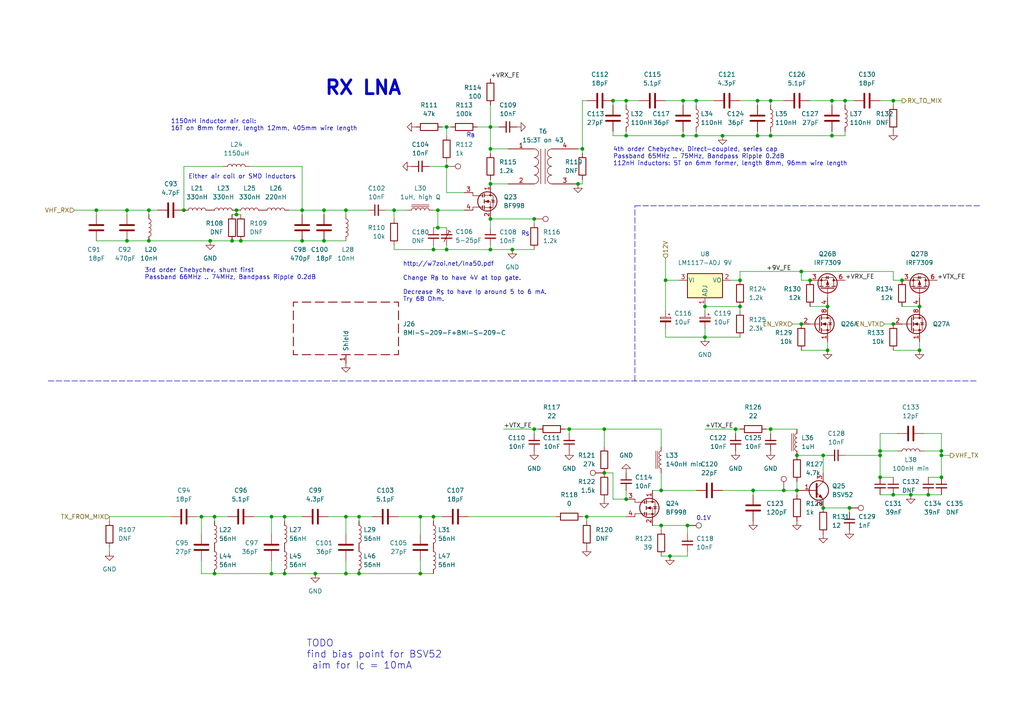
<source format=kicad_sch>
(kicad_sch (version 20211123) (generator eeschema)

  (uuid e85341a8-3e54-4b34-87f5-9974245a7484)

  (paper "A4")

  (title_block
    (title "DART-70 TRX")
    (date "2023-02-02")
    (rev "0")
    (company "HB9EGM")
    (comment 1 "A 4m Band SSB/CW Transceiver")
    (comment 2 "VHF Frontend")
  )

  

  (junction (at 255.27 138.43) (diameter 0) (color 0 0 0 0)
    (uuid 000c2890-8dd1-48c5-a512-99e78fbb4ff3)
  )
  (junction (at 255.27 130.81) (diameter 0) (color 0 0 0 0)
    (uuid 014fbe33-02cf-426c-8214-0ae1d40c7df8)
  )
  (junction (at 214.63 81.28) (diameter 0) (color 0 0 0 0)
    (uuid 053c636b-8b5d-43d4-82f8-2f587a47ab23)
  )
  (junction (at 264.16 143.51) (diameter 0) (color 0 0 0 0)
    (uuid 05adc4a1-d372-46af-8f37-d1bf4210e96a)
  )
  (junction (at 191.77 142.24) (diameter 0) (color 0 0 0 0)
    (uuid 0c6e8129-07f9-465f-9ce0-2d46f2319c9e)
  )
  (junction (at 104.14 149.86) (diameter 0) (color 0 0 0 0)
    (uuid 0da30ee4-5fbf-45c8-9538-1bf176f03f71)
  )
  (junction (at 234.95 81.28) (diameter 0) (color 0 0 0 0)
    (uuid 1652b60e-2eed-430f-8a5b-5512f00b1d7c)
  )
  (junction (at 129.54 72.39) (diameter 0) (color 0 0 0 0)
    (uuid 17d4eaad-d6d1-43d3-8473-d8c3f046a0e1)
  )
  (junction (at 154.94 124.46) (diameter 0) (color 0 0 0 0)
    (uuid 214ecb40-4c63-4158-be2f-20e603afe1b9)
  )
  (junction (at 241.3 39.37) (diameter 0) (color 0 0 0 0)
    (uuid 22e30deb-2428-4b11-82a9-50d388efeade)
  )
  (junction (at 204.47 88.9) (diameter 0) (color 0 0 0 0)
    (uuid 238e3fd4-fb46-43d3-afe1-89e25bf834a1)
  )
  (junction (at 181.61 144.78) (diameter 0) (color 0 0 0 0)
    (uuid 244c9203-c3ff-4b65-a34d-5892ece48c2b)
  )
  (junction (at 259.08 143.51) (diameter 0) (color 0 0 0 0)
    (uuid 25165fd6-1f85-4abe-b7c3-b22279f7c384)
  )
  (junction (at 273.05 130.81) (diameter 0) (color 0 0 0 0)
    (uuid 26ee6007-1bf6-4087-b885-4536b39b53f7)
  )
  (junction (at 100.33 60.96) (diameter 0) (color 0 0 0 0)
    (uuid 27932209-07aa-4309-8c3b-8c3756ea28f5)
  )
  (junction (at 273.05 138.43) (diameter 0) (color 0 0 0 0)
    (uuid 2854a62c-62ee-424f-b0bf-2019f212815d)
  )
  (junction (at 125.73 72.39) (diameter 0) (color 0 0 0 0)
    (uuid 2855b2aa-20f9-4089-b9aa-63d012f20259)
  )
  (junction (at 201.93 29.21) (diameter 0) (color 0 0 0 0)
    (uuid 2b91b5f6-6358-423e-b62b-3e684fb64a30)
  )
  (junction (at 181.61 29.21) (diameter 0) (color 0 0 0 0)
    (uuid 2c1149ed-3085-4295-b371-1815cbfd540a)
  )
  (junction (at 67.31 69.85) (diameter 0) (color 0 0 0 0)
    (uuid 2dd4e452-7c3f-4e1f-b5b7-f42fcb0e075b)
  )
  (junction (at 53.34 60.96) (diameter 0) (color 0 0 0 0)
    (uuid 30ff6a36-e1f5-45d3-9f31-a6736183ac65)
  )
  (junction (at 43.18 69.85) (diameter 0) (color 0 0 0 0)
    (uuid 32d3fe83-b854-4464-af88-f747caab52be)
  )
  (junction (at 129.54 36.83) (diameter 0) (color 0 0 0 0)
    (uuid 34aea703-6354-4221-ba7e-b2d77e2a6562)
  )
  (junction (at 223.52 29.21) (diameter 0) (color 0 0 0 0)
    (uuid 41bb2995-bcdb-4572-a047-8ce3fa79d0ec)
  )
  (junction (at 154.94 63.5) (diameter 0) (color 0 0 0 0)
    (uuid 433436e6-75b2-4d0e-afe5-51e9ce3b6ceb)
  )
  (junction (at 62.23 166.37) (diameter 0) (color 0 0 0 0)
    (uuid 478dd2b4-151e-4af1-8f7c-ac669cdaf5f8)
  )
  (junction (at 209.55 39.37) (diameter 0) (color 0 0 0 0)
    (uuid 48de30cd-ac12-4cd9-b77e-6276c6cc535e)
  )
  (junction (at 198.12 29.21) (diameter 0) (color 0 0 0 0)
    (uuid 49abb95b-688d-484d-9ecd-26244c95a12f)
  )
  (junction (at 148.59 72.39) (diameter 0) (color 0 0 0 0)
    (uuid 53639ead-a22d-4b74-b706-37b82595afe4)
  )
  (junction (at 142.24 72.39) (diameter 0) (color 0 0 0 0)
    (uuid 5654cc54-aa7f-4e7e-a903-b6ae4711e293)
  )
  (junction (at 60.96 69.85) (diameter 0) (color 0 0 0 0)
    (uuid 59554d60-0b6c-44e8-9274-8126ea48f29b)
  )
  (junction (at 142.24 43.18) (diameter 0) (color 0 0 0 0)
    (uuid 5ac87c87-280c-41aa-b7e2-8cd95dfa0977)
  )
  (junction (at 191.77 152.4) (diameter 0) (color 0 0 0 0)
    (uuid 5b4a4a9a-0092-4d0f-9c31-414a1759762c)
  )
  (junction (at 259.08 29.21) (diameter 0) (color 0 0 0 0)
    (uuid 5f5451e3-d3b2-4513-aa00-6164f9037ce5)
  )
  (junction (at 168.91 43.18) (diameter 0) (color 0 0 0 0)
    (uuid 64c3c5fe-1bb6-4a8a-b1a6-f533cf627997)
  )
  (junction (at 232.41 93.98) (diameter 0) (color 0 0 0 0)
    (uuid 6a1b7322-4603-4eeb-a35d-c1ced4a5a9ee)
  )
  (junction (at 238.76 147.32) (diameter 0) (color 0 0 0 0)
    (uuid 6a54acfb-c2a3-4891-bdef-5359d832b05e)
  )
  (junction (at 269.24 143.51) (diameter 0) (color 0 0 0 0)
    (uuid 6b32d2b6-d80f-475a-90aa-4d36bf0f66aa)
  )
  (junction (at 127 66.04) (diameter 0) (color 0 0 0 0)
    (uuid 6c005152-c357-4bcb-8338-74043f8ed537)
  )
  (junction (at 142.24 63.5) (diameter 0) (color 0 0 0 0)
    (uuid 6f67861a-7006-47b4-bdc7-1b4e03f0937b)
  )
  (junction (at 255.27 132.08) (diameter 0) (color 0 0 0 0)
    (uuid 71e41a0a-3af5-4796-897c-9d1ad0183c9a)
  )
  (junction (at 219.71 39.37) (diameter 0) (color 0 0 0 0)
    (uuid 7246aeaa-7989-41aa-bc34-36314da565dd)
  )
  (junction (at 93.98 69.85) (diameter 0) (color 0 0 0 0)
    (uuid 725298de-8e6b-4cef-8b75-d13dba9603ba)
  )
  (junction (at 121.92 166.37) (diameter 0) (color 0 0 0 0)
    (uuid 73b5aae3-6e5d-411f-8595-e3380fb1b4de)
  )
  (junction (at 127 60.96) (diameter 0) (color 0 0 0 0)
    (uuid 755aea78-2b8e-4969-8c1a-4e66cdc3e55c)
  )
  (junction (at 259.08 93.98) (diameter 0) (color 0 0 0 0)
    (uuid 786edf16-7fb2-475e-a88f-bdcdd32e8ccb)
  )
  (junction (at 199.39 152.4) (diameter 0) (color 0 0 0 0)
    (uuid 7e3cf1a5-27ba-4fb2-9e80-6e1100e7286d)
  )
  (junction (at 36.83 60.96) (diameter 0) (color 0 0 0 0)
    (uuid 7e40bcc0-3aaa-4014-a65e-4bba8fb828b1)
  )
  (junction (at 246.38 147.32) (diameter 0) (color 0 0 0 0)
    (uuid 8275d0f0-4cd2-4f60-b1d1-1f544f364a6d)
  )
  (junction (at 227.33 142.24) (diameter 0) (color 0 0 0 0)
    (uuid 828403cb-c2e9-4ccc-8f46-66963ed2f21b)
  )
  (junction (at 214.63 88.9) (diameter 0) (color 0 0 0 0)
    (uuid 82d624a9-38b7-41d6-80ca-0ad097d9c3e3)
  )
  (junction (at 241.3 29.21) (diameter 0) (color 0 0 0 0)
    (uuid 830530a0-7b7e-4b57-bcad-ac6bcc2d3cd2)
  )
  (junction (at 68.58 62.23) (diameter 0) (color 0 0 0 0)
    (uuid 84c10573-abbd-42a2-ba39-89dbac386a99)
  )
  (junction (at 213.36 124.46) (diameter 0) (color 0 0 0 0)
    (uuid 8b36f47c-4ffc-4598-8c26-644b57b5c662)
  )
  (junction (at 240.03 101.6) (diameter 0) (color 0 0 0 0)
    (uuid 8e2fdf05-aa36-4931-82ed-a8b3def92201)
  )
  (junction (at 193.04 81.28) (diameter 0) (color 0 0 0 0)
    (uuid 8e3e2866-5ba4-4f0a-867a-58ecaf15b97d)
  )
  (junction (at 100.33 149.86) (diameter 0) (color 0 0 0 0)
    (uuid 92b08d51-62a5-44c7-b4b2-471f395c1538)
  )
  (junction (at 165.1 124.46) (diameter 0) (color 0 0 0 0)
    (uuid 94cebd10-3367-4d9a-a1b7-f7d9e07bdd90)
  )
  (junction (at 273.05 132.08) (diameter 0) (color 0 0 0 0)
    (uuid 96ae9ecf-e0a2-432a-8ece-94cf7cced6b7)
  )
  (junction (at 114.3 60.96) (diameter 0) (color 0 0 0 0)
    (uuid 99467fa5-d96f-4f1c-8084-626f6cebc0c0)
  )
  (junction (at 82.55 149.86) (diameter 0) (color 0 0 0 0)
    (uuid 99b2f434-c683-4943-880b-c0c7051efceb)
  )
  (junction (at 36.83 69.85) (diameter 0) (color 0 0 0 0)
    (uuid 9a8d2c66-6370-437d-a4a0-cb771a0d8c97)
  )
  (junction (at 170.18 149.86) (diameter 0) (color 0 0 0 0)
    (uuid 9b63d6a0-33d9-4ade-b725-ee15ec044acc)
  )
  (junction (at 78.74 149.86) (diameter 0) (color 0 0 0 0)
    (uuid a3b76309-ce22-4be7-b174-f23d53e74bf4)
  )
  (junction (at 231.14 142.24) (diameter 0) (color 0 0 0 0)
    (uuid a6cfd25a-774e-4db2-b2d4-fd41eec62fd5)
  )
  (junction (at 93.98 60.96) (diameter 0) (color 0 0 0 0)
    (uuid a6dee93e-101e-421c-aa3d-cf1491a2d23c)
  )
  (junction (at 218.44 142.24) (diameter 0) (color 0 0 0 0)
    (uuid a7ae57b6-5005-47d4-809d-6b7d6ada6d03)
  )
  (junction (at 129.54 48.26) (diameter 0) (color 0 0 0 0)
    (uuid a875ac5f-456f-42ae-bc04-dd8d1a120797)
  )
  (junction (at 142.24 53.34) (diameter 0) (color 0 0 0 0)
    (uuid a9dded2e-d08b-4bdb-ab4a-1fce0d42d43e)
  )
  (junction (at 201.93 39.37) (diameter 0) (color 0 0 0 0)
    (uuid aaee6b9a-4306-45ff-b9b6-5d802512dd52)
  )
  (junction (at 104.14 166.37) (diameter 0) (color 0 0 0 0)
    (uuid acd2b84b-0360-40c0-9d3c-37686ac65d45)
  )
  (junction (at 27.94 60.96) (diameter 0) (color 0 0 0 0)
    (uuid add0bd1b-274a-4ddf-b875-51d6108aab49)
  )
  (junction (at 219.71 29.21) (diameter 0) (color 0 0 0 0)
    (uuid b0c6448c-be7d-4ebe-a1be-1e8f330d6dbb)
  )
  (junction (at 231.14 132.08) (diameter 0) (color 0 0 0 0)
    (uuid b23444ea-cd8e-4df0-84f4-070156b2e3b7)
  )
  (junction (at 78.74 166.37) (diameter 0) (color 0 0 0 0)
    (uuid b2eebecb-1e6e-428a-a74f-c777d25a68fc)
  )
  (junction (at 87.63 69.85) (diameter 0) (color 0 0 0 0)
    (uuid b4922278-ce3f-46ba-a2a2-cd5c71f714de)
  )
  (junction (at 223.52 124.46) (diameter 0) (color 0 0 0 0)
    (uuid b8abc7e6-6611-45b5-9a55-3a65a7522e32)
  )
  (junction (at 204.47 97.79) (diameter 0) (color 0 0 0 0)
    (uuid bc401b7a-65f6-439c-9420-7f623c786a57)
  )
  (junction (at 69.85 69.85) (diameter 0) (color 0 0 0 0)
    (uuid bcdfe8ed-4c7e-419e-b702-6bca070854e1)
  )
  (junction (at 245.11 29.21) (diameter 0) (color 0 0 0 0)
    (uuid bf6081e5-fd4b-4fb3-b523-139036f4041c)
  )
  (junction (at 198.12 39.37) (diameter 0) (color 0 0 0 0)
    (uuid c5c6520c-9e3e-436f-b14f-faf22a42dfbb)
  )
  (junction (at 175.26 124.46) (diameter 0) (color 0 0 0 0)
    (uuid c8d4f236-4705-41bb-b1be-5cef1ea2c536)
  )
  (junction (at 125.73 149.86) (diameter 0) (color 0 0 0 0)
    (uuid cc2cb73f-acad-4a16-94a4-9816e494e931)
  )
  (junction (at 87.63 60.96) (diameter 0) (color 0 0 0 0)
    (uuid ce1e90a2-6376-4288-8749-493e809aba5d)
  )
  (junction (at 82.55 166.37) (diameter 0) (color 0 0 0 0)
    (uuid cf1b5f78-965c-4a11-8679-6b71c31e3151)
  )
  (junction (at 194.31 161.29) (diameter 0) (color 0 0 0 0)
    (uuid d0fb093c-3a0b-4150-bde4-bd1af1a4bfff)
  )
  (junction (at 181.61 39.37) (diameter 0) (color 0 0 0 0)
    (uuid d50ac601-83b2-43a2-808a-3b58d5a2b71f)
  )
  (junction (at 223.52 39.37) (diameter 0) (color 0 0 0 0)
    (uuid d600cdf9-d630-4f89-a09e-87efccd0902e)
  )
  (junction (at 167.64 53.34) (diameter 0) (color 0 0 0 0)
    (uuid d76a5f48-7d00-42d5-9e04-2f9f8b67bd1d)
  )
  (junction (at 68.58 60.96) (diameter 0) (color 0 0 0 0)
    (uuid dbad22ed-87bd-4fef-a142-c1d56fc5ada0)
  )
  (junction (at 43.18 60.96) (diameter 0) (color 0 0 0 0)
    (uuid df93aeee-38d4-42fb-b5da-51a73fd2e2bc)
  )
  (junction (at 177.8 29.21) (diameter 0) (color 0 0 0 0)
    (uuid e0493c7a-5485-41e4-ba79-779aff029fab)
  )
  (junction (at 232.41 78.74) (diameter 0) (color 0 0 0 0)
    (uuid e04cbaa7-58f6-4b95-b330-5ae233daaa58)
  )
  (junction (at 142.24 36.83) (diameter 0) (color 0 0 0 0)
    (uuid e04f8c65-d602-47fb-9c32-a40fa4054257)
  )
  (junction (at 240.03 88.9) (diameter 0) (color 0 0 0 0)
    (uuid e180b3ee-6434-44ca-afbc-194f5543b566)
  )
  (junction (at 121.92 149.86) (diameter 0) (color 0 0 0 0)
    (uuid e245969c-96e2-4467-a4b0-55df65c2006d)
  )
  (junction (at 266.7 88.9) (diameter 0) (color 0 0 0 0)
    (uuid e439fefd-fea3-4379-89f7-31352e077829)
  )
  (junction (at 238.76 132.08) (diameter 0) (color 0 0 0 0)
    (uuid e717955e-2a81-4d91-a91b-854d445c9b5d)
  )
  (junction (at 62.23 149.86) (diameter 0) (color 0 0 0 0)
    (uuid ebd2a656-9283-42a7-a471-cb22596c1597)
  )
  (junction (at 91.44 166.37) (diameter 0) (color 0 0 0 0)
    (uuid efc30e1a-e377-428a-a178-12aea37c7387)
  )
  (junction (at 266.7 101.6) (diameter 0) (color 0 0 0 0)
    (uuid f285b43b-89b4-4974-aeee-ae27a2ca7c96)
  )
  (junction (at 100.33 166.37) (diameter 0) (color 0 0 0 0)
    (uuid f575c0c7-4207-49b8-a759-d4cfe42586d5)
  )
  (junction (at 58.42 149.86) (diameter 0) (color 0 0 0 0)
    (uuid f671888e-311a-48ca-a183-135a403be009)
  )
  (junction (at 261.62 81.28) (diameter 0) (color 0 0 0 0)
    (uuid fdc03146-3e81-45e1-983d-ce65dbe4dddc)
  )
  (junction (at 175.26 137.16) (diameter 0) (color 0 0 0 0)
    (uuid ff95d81e-5a87-4294-9b1c-6e9a77990629)
  )

  (wire (pts (xy 67.31 69.85) (xy 69.85 69.85))
    (stroke (width 0) (type default) (color 0 0 0 0))
    (uuid 00e5b5fc-5bd0-40af-9ee7-a472844c2151)
  )
  (wire (pts (xy 181.61 29.21) (xy 181.61 30.48))
    (stroke (width 0) (type default) (color 0 0 0 0))
    (uuid 01092b77-815f-43be-992d-fc218557d154)
  )
  (wire (pts (xy 147.32 53.34) (xy 142.24 53.34))
    (stroke (width 0) (type default) (color 0 0 0 0))
    (uuid 020af510-7992-416e-a265-00652eb27830)
  )
  (wire (pts (xy 219.71 39.37) (xy 219.71 38.1))
    (stroke (width 0) (type default) (color 0 0 0 0))
    (uuid 02b3711f-b3bf-4a32-8116-7fa82771cd03)
  )
  (wire (pts (xy 121.92 154.94) (xy 121.92 149.86))
    (stroke (width 0) (type default) (color 0 0 0 0))
    (uuid 03602e32-1245-4e32-9ecc-9044bdca6c61)
  )
  (wire (pts (xy 259.08 78.74) (xy 259.08 81.28))
    (stroke (width 0) (type default) (color 0 0 0 0))
    (uuid 03d90108-31df-471c-8d47-5277f5bb8529)
  )
  (wire (pts (xy 93.98 60.96) (xy 93.98 62.23))
    (stroke (width 0) (type default) (color 0 0 0 0))
    (uuid 04e72cbc-c02a-4a92-b021-b9939e4db36f)
  )
  (wire (pts (xy 36.83 69.85) (xy 43.18 69.85))
    (stroke (width 0) (type default) (color 0 0 0 0))
    (uuid 050efeb3-533d-4b9a-a0e2-1737784edf33)
  )
  (wire (pts (xy 213.36 125.73) (xy 213.36 124.46))
    (stroke (width 0) (type default) (color 0 0 0 0))
    (uuid 05820599-8acc-49ba-a88a-070cbbe28e1a)
  )
  (wire (pts (xy 31.75 158.75) (xy 31.75 160.02))
    (stroke (width 0) (type default) (color 0 0 0 0))
    (uuid 06230da2-e6a9-4df3-a8a6-1054a2179a17)
  )
  (wire (pts (xy 154.94 125.73) (xy 154.94 124.46))
    (stroke (width 0) (type default) (color 0 0 0 0))
    (uuid 0785ffee-5a6c-4b20-b83b-a9e51509ed25)
  )
  (wire (pts (xy 58.42 154.94) (xy 58.42 149.86))
    (stroke (width 0) (type default) (color 0 0 0 0))
    (uuid 0a805d5b-6113-4e7d-8ab7-c42d5a8f29b1)
  )
  (wire (pts (xy 273.05 138.43) (xy 269.24 138.43))
    (stroke (width 0) (type default) (color 0 0 0 0))
    (uuid 0a8243fe-ff3f-46fc-84d0-bd04869d2919)
  )
  (wire (pts (xy 255.27 143.51) (xy 259.08 143.51))
    (stroke (width 0) (type default) (color 0 0 0 0))
    (uuid 0aaac6da-8724-4417-a920-18dccd519f57)
  )
  (wire (pts (xy 193.04 81.28) (xy 193.04 90.17))
    (stroke (width 0) (type default) (color 0 0 0 0))
    (uuid 0b41d2ae-4199-421c-a9cc-39212f58717c)
  )
  (wire (pts (xy 238.76 132.08) (xy 240.03 132.08))
    (stroke (width 0) (type default) (color 0 0 0 0))
    (uuid 0b6b8363-c8e1-4799-8ee5-abeba534856c)
  )
  (wire (pts (xy 246.38 147.32) (xy 238.76 147.32))
    (stroke (width 0) (type default) (color 0 0 0 0))
    (uuid 0c549802-b595-4de9-b4f2-5d5dc13cce92)
  )
  (wire (pts (xy 196.85 81.28) (xy 193.04 81.28))
    (stroke (width 0) (type default) (color 0 0 0 0))
    (uuid 0e126077-2474-4e93-ae8c-94babe57c1e7)
  )
  (wire (pts (xy 82.55 151.13) (xy 82.55 149.86))
    (stroke (width 0) (type default) (color 0 0 0 0))
    (uuid 0f1de0dd-804a-4596-bff8-c84c9821c96f)
  )
  (wire (pts (xy 218.44 142.24) (xy 218.44 143.51))
    (stroke (width 0) (type default) (color 0 0 0 0))
    (uuid 0f2ae659-a3c6-4de9-8cc9-1cb8eb738749)
  )
  (wire (pts (xy 255.27 130.81) (xy 255.27 132.08))
    (stroke (width 0) (type default) (color 0 0 0 0))
    (uuid 0fae205c-5af3-4a45-b101-8bcc5ce05f03)
  )
  (wire (pts (xy 57.15 149.86) (xy 58.42 149.86))
    (stroke (width 0) (type default) (color 0 0 0 0))
    (uuid 10dd21c7-9fd9-4a44-8ab3-640f7ca149dd)
  )
  (wire (pts (xy 31.75 149.86) (xy 49.53 149.86))
    (stroke (width 0) (type default) (color 0 0 0 0))
    (uuid 118829bb-dced-433c-b2a5-be320b37c6db)
  )
  (wire (pts (xy 148.59 72.39) (xy 142.24 72.39))
    (stroke (width 0) (type default) (color 0 0 0 0))
    (uuid 11920e1b-be55-4c86-8c94-fad4a5a5ea6f)
  )
  (wire (pts (xy 223.52 39.37) (xy 241.3 39.37))
    (stroke (width 0) (type default) (color 0 0 0 0))
    (uuid 135fafe3-46f6-4185-8d74-e430c711885a)
  )
  (wire (pts (xy 240.03 101.6) (xy 232.41 101.6))
    (stroke (width 0) (type default) (color 0 0 0 0))
    (uuid 141a7613-b1c9-4373-aa4c-cb18fbc4b872)
  )
  (wire (pts (xy 232.41 81.28) (xy 234.95 81.28))
    (stroke (width 0) (type default) (color 0 0 0 0))
    (uuid 1617c390-94b0-4c64-a669-26edf562ff9a)
  )
  (wire (pts (xy 246.38 148.59) (xy 246.38 147.32))
    (stroke (width 0) (type default) (color 0 0 0 0))
    (uuid 17b00afe-c752-4fe9-88c5-3ad96b8a7e70)
  )
  (wire (pts (xy 193.04 97.79) (xy 204.47 97.79))
    (stroke (width 0) (type default) (color 0 0 0 0))
    (uuid 1920970b-7049-41ad-8ca7-c7915a267206)
  )
  (wire (pts (xy 177.8 137.16) (xy 177.8 144.78))
    (stroke (width 0) (type default) (color 0 0 0 0))
    (uuid 1941db9c-382f-44cc-a903-a93207b6a93d)
  )
  (wire (pts (xy 60.96 69.85) (xy 67.31 69.85))
    (stroke (width 0) (type default) (color 0 0 0 0))
    (uuid 1a18bdd7-506a-46c8-8c47-7d7591f2bfbc)
  )
  (wire (pts (xy 27.94 60.96) (xy 36.83 60.96))
    (stroke (width 0) (type default) (color 0 0 0 0))
    (uuid 1a97cca3-0fe5-4bfa-8d57-ca1b191bfea3)
  )
  (wire (pts (xy 125.73 60.96) (xy 127 60.96))
    (stroke (width 0) (type default) (color 0 0 0 0))
    (uuid 1acffc7b-3719-4cb9-9be2-22b9b0dc94ee)
  )
  (wire (pts (xy 219.71 29.21) (xy 223.52 29.21))
    (stroke (width 0) (type default) (color 0 0 0 0))
    (uuid 1c0cfd5c-a642-423e-bcd7-fee83fdee590)
  )
  (wire (pts (xy 87.63 69.85) (xy 93.98 69.85))
    (stroke (width 0) (type default) (color 0 0 0 0))
    (uuid 1cb95966-d9b9-40ac-b03f-1f46d823a11d)
  )
  (wire (pts (xy 69.85 69.85) (xy 87.63 69.85))
    (stroke (width 0) (type default) (color 0 0 0 0))
    (uuid 1e066e3b-074f-4121-8f27-8215bc8d3261)
  )
  (wire (pts (xy 142.24 53.34) (xy 142.24 52.07))
    (stroke (width 0) (type default) (color 0 0 0 0))
    (uuid 1f1766e2-d2db-4154-b565-458e0aeda8eb)
  )
  (wire (pts (xy 198.12 39.37) (xy 198.12 38.1))
    (stroke (width 0) (type default) (color 0 0 0 0))
    (uuid 1f992b26-230b-423a-9f5b-b5e2eae3f796)
  )
  (wire (pts (xy 273.05 132.08) (xy 273.05 138.43))
    (stroke (width 0) (type default) (color 0 0 0 0))
    (uuid 20193a25-dfb2-4d02-b772-e6a2bc97d410)
  )
  (wire (pts (xy 193.04 29.21) (xy 198.12 29.21))
    (stroke (width 0) (type default) (color 0 0 0 0))
    (uuid 211489a5-413a-4de7-bb6b-ce735ffe7c80)
  )
  (wire (pts (xy 191.77 152.4) (xy 189.23 152.4))
    (stroke (width 0) (type default) (color 0 0 0 0))
    (uuid 21acb83f-68ea-41e5-b622-dc4aeb4e23bc)
  )
  (wire (pts (xy 87.63 60.96) (xy 93.98 60.96))
    (stroke (width 0) (type default) (color 0 0 0 0))
    (uuid 23c577d6-b831-4003-b3d4-9a9a5520a466)
  )
  (wire (pts (xy 241.3 39.37) (xy 241.3 38.1))
    (stroke (width 0) (type default) (color 0 0 0 0))
    (uuid 24280ee6-c585-4835-8fc4-d7860dfbfdba)
  )
  (wire (pts (xy 214.63 78.74) (xy 214.63 81.28))
    (stroke (width 0) (type default) (color 0 0 0 0))
    (uuid 25b5fac5-8ac2-4718-aced-78fd470c5a41)
  )
  (polyline (pts (xy 13.97 110.49) (xy 283.21 110.49))
    (stroke (width 0) (type default) (color 0 0 0 0))
    (uuid 2812a88f-15e5-44c4-a66a-beb23630881f)
  )

  (wire (pts (xy 21.59 60.96) (xy 27.94 60.96))
    (stroke (width 0) (type default) (color 0 0 0 0))
    (uuid 28691614-25d8-432a-9210-110c9d424ff4)
  )
  (wire (pts (xy 31.75 151.13) (xy 31.75 149.86))
    (stroke (width 0) (type default) (color 0 0 0 0))
    (uuid 2d478155-78b3-43e6-9e0b-cf58b9dbf0cb)
  )
  (wire (pts (xy 231.14 139.7) (xy 231.14 142.24))
    (stroke (width 0) (type default) (color 0 0 0 0))
    (uuid 2e3e1835-0994-46d3-b4ac-db18042e081b)
  )
  (wire (pts (xy 43.18 69.85) (xy 60.96 69.85))
    (stroke (width 0) (type default) (color 0 0 0 0))
    (uuid 2e5066c7-bc67-4b7c-aae7-15cd49e110ca)
  )
  (wire (pts (xy 273.05 130.81) (xy 267.97 130.81))
    (stroke (width 0) (type default) (color 0 0 0 0))
    (uuid 2f09267e-b3dd-4163-aee3-b882166dbe57)
  )
  (wire (pts (xy 142.24 63.5) (xy 142.24 66.04))
    (stroke (width 0) (type default) (color 0 0 0 0))
    (uuid 2f240c86-aceb-464b-899d-7618bd58be8d)
  )
  (wire (pts (xy 241.3 29.21) (xy 245.11 29.21))
    (stroke (width 0) (type default) (color 0 0 0 0))
    (uuid 30701c9e-85dc-4e9a-972e-ad6a04210bf0)
  )
  (wire (pts (xy 177.8 144.78) (xy 181.61 144.78))
    (stroke (width 0) (type default) (color 0 0 0 0))
    (uuid 32c7e7d5-5cf0-4052-9904-fc5aa41decb5)
  )
  (wire (pts (xy 168.91 52.07) (xy 168.91 53.34))
    (stroke (width 0) (type default) (color 0 0 0 0))
    (uuid 3303b423-732f-4ec1-9f34-6a65ea125a9f)
  )
  (wire (pts (xy 229.87 93.98) (xy 232.41 93.98))
    (stroke (width 0) (type default) (color 0 0 0 0))
    (uuid 3340bb88-8cfa-4bae-b60e-378d2889f60d)
  )
  (wire (pts (xy 72.39 48.26) (xy 87.63 48.26))
    (stroke (width 0) (type default) (color 0 0 0 0))
    (uuid 33f29fa7-5b0b-49c9-a605-50b7be5943a9)
  )
  (wire (pts (xy 175.26 124.46) (xy 191.77 124.46))
    (stroke (width 0) (type default) (color 0 0 0 0))
    (uuid 36c2a5ae-5ab8-440b-a41f-9b00518ecd46)
  )
  (wire (pts (xy 82.55 166.37) (xy 78.74 166.37))
    (stroke (width 0) (type default) (color 0 0 0 0))
    (uuid 39ede154-b114-42b1-9471-69e8225de7ab)
  )
  (wire (pts (xy 181.61 29.21) (xy 185.42 29.21))
    (stroke (width 0) (type default) (color 0 0 0 0))
    (uuid 3c5dfaac-ce4d-429a-aba1-920080a05a25)
  )
  (wire (pts (xy 209.55 39.37) (xy 219.71 39.37))
    (stroke (width 0) (type default) (color 0 0 0 0))
    (uuid 3cac3e67-9601-4bbe-8f74-51e6c8133fb4)
  )
  (wire (pts (xy 121.92 162.56) (xy 121.92 166.37))
    (stroke (width 0) (type default) (color 0 0 0 0))
    (uuid 3df06db1-0ec7-4afd-97b5-1156b9e13855)
  )
  (wire (pts (xy 58.42 149.86) (xy 62.23 149.86))
    (stroke (width 0) (type default) (color 0 0 0 0))
    (uuid 3e89f96a-4149-49e9-8931-921ce8c3a055)
  )
  (polyline (pts (xy 184.15 110.49) (xy 184.15 59.69))
    (stroke (width 0) (type default) (color 0 0 0 0))
    (uuid 3f650e07-bfda-4556-9a8b-c7393a2ab272)
  )

  (wire (pts (xy 93.98 69.85) (xy 100.33 69.85))
    (stroke (width 0) (type default) (color 0 0 0 0))
    (uuid 3f75e8f9-17fe-41fa-8be1-97bb9d74f36e)
  )
  (wire (pts (xy 36.83 60.96) (xy 43.18 60.96))
    (stroke (width 0) (type default) (color 0 0 0 0))
    (uuid 426afdc4-b639-4a13-b435-77d23c36d327)
  )
  (wire (pts (xy 128.27 36.83) (xy 129.54 36.83))
    (stroke (width 0) (type default) (color 0 0 0 0))
    (uuid 45d11611-49a6-4964-afa3-7f0162c0c739)
  )
  (wire (pts (xy 232.41 78.74) (xy 214.63 78.74))
    (stroke (width 0) (type default) (color 0 0 0 0))
    (uuid 468e347b-afe1-4557-ad4d-28eb5659a4b8)
  )
  (wire (pts (xy 191.77 142.24) (xy 201.93 142.24))
    (stroke (width 0) (type default) (color 0 0 0 0))
    (uuid 4a16b6dc-2288-4548-9c84-0bbf2a1d57bd)
  )
  (wire (pts (xy 73.66 149.86) (xy 78.74 149.86))
    (stroke (width 0) (type default) (color 0 0 0 0))
    (uuid 4b74047d-1cfb-4a70-804a-a9c009584e7a)
  )
  (wire (pts (xy 78.74 149.86) (xy 82.55 149.86))
    (stroke (width 0) (type default) (color 0 0 0 0))
    (uuid 4bf865ed-62d5-49b3-9115-02bd4f7f3f74)
  )
  (wire (pts (xy 121.92 149.86) (xy 125.73 149.86))
    (stroke (width 0) (type default) (color 0 0 0 0))
    (uuid 4ca5ee79-1360-4517-b073-b387778d1f9d)
  )
  (wire (pts (xy 181.61 39.37) (xy 198.12 39.37))
    (stroke (width 0) (type default) (color 0 0 0 0))
    (uuid 4cad7fe9-18a3-4205-bf76-118f190d710a)
  )
  (wire (pts (xy 273.05 130.81) (xy 273.05 132.08))
    (stroke (width 0) (type default) (color 0 0 0 0))
    (uuid 4cf19b83-343d-444b-b344-abd964c46130)
  )
  (wire (pts (xy 232.41 78.74) (xy 232.41 81.28))
    (stroke (width 0) (type default) (color 0 0 0 0))
    (uuid 4d792edd-4ca7-4bc0-98b8-1c07860783ab)
  )
  (wire (pts (xy 201.93 30.48) (xy 201.93 29.21))
    (stroke (width 0) (type default) (color 0 0 0 0))
    (uuid 4e6b63c8-8daf-4486-a68d-7144b46e5ea2)
  )
  (wire (pts (xy 199.39 160.02) (xy 199.39 161.29))
    (stroke (width 0) (type default) (color 0 0 0 0))
    (uuid 520deeb0-2cb2-4b4b-9ce8-239203e7b895)
  )
  (wire (pts (xy 100.33 60.96) (xy 100.33 62.23))
    (stroke (width 0) (type default) (color 0 0 0 0))
    (uuid 52a29cb5-fc2a-4abb-a968-bbb1b5d9b7d6)
  )
  (wire (pts (xy 199.39 161.29) (xy 194.31 161.29))
    (stroke (width 0) (type default) (color 0 0 0 0))
    (uuid 5393cb79-d4ff-48a3-8106-b4f929de870b)
  )
  (wire (pts (xy 234.95 29.21) (xy 241.3 29.21))
    (stroke (width 0) (type default) (color 0 0 0 0))
    (uuid 54136090-6e59-411c-8c76-ff74b4ba8cdc)
  )
  (wire (pts (xy 170.18 29.21) (xy 168.91 29.21))
    (stroke (width 0) (type default) (color 0 0 0 0))
    (uuid 5516e114-54d5-4ea3-8bfe-40e5be6eb192)
  )
  (wire (pts (xy 273.05 125.73) (xy 273.05 130.81))
    (stroke (width 0) (type default) (color 0 0 0 0))
    (uuid 55590f3c-3315-4934-b354-427f99e886f0)
  )
  (wire (pts (xy 114.3 72.39) (xy 125.73 72.39))
    (stroke (width 0) (type default) (color 0 0 0 0))
    (uuid 57578d86-772e-43cb-bffa-d432e3d6da21)
  )
  (wire (pts (xy 241.3 30.48) (xy 241.3 29.21))
    (stroke (width 0) (type default) (color 0 0 0 0))
    (uuid 575b9d80-5f4d-4af9-aef0-45c51d673684)
  )
  (wire (pts (xy 213.36 124.46) (xy 214.63 124.46))
    (stroke (width 0) (type default) (color 0 0 0 0))
    (uuid 588442fe-0325-47ea-8587-f22398d8d769)
  )
  (wire (pts (xy 222.25 124.46) (xy 223.52 124.46))
    (stroke (width 0) (type default) (color 0 0 0 0))
    (uuid 58845e3f-7112-4368-b742-d952a9ef30c6)
  )
  (wire (pts (xy 78.74 162.56) (xy 78.74 166.37))
    (stroke (width 0) (type default) (color 0 0 0 0))
    (uuid 58fbc0d9-bfce-471f-9cf7-701dbddb2959)
  )
  (wire (pts (xy 115.57 149.86) (xy 121.92 149.86))
    (stroke (width 0) (type default) (color 0 0 0 0))
    (uuid 592caa8b-0386-47d0-8e78-0b9d3a2052bb)
  )
  (wire (pts (xy 241.3 39.37) (xy 245.11 39.37))
    (stroke (width 0) (type default) (color 0 0 0 0))
    (uuid 59e552bf-7958-4fda-a0db-f9e371531f5e)
  )
  (wire (pts (xy 273.05 125.73) (xy 267.97 125.73))
    (stroke (width 0) (type default) (color 0 0 0 0))
    (uuid 5dae51d8-31a1-45b5-aee6-b5709476c318)
  )
  (wire (pts (xy 142.24 72.39) (xy 142.24 71.12))
    (stroke (width 0) (type default) (color 0 0 0 0))
    (uuid 5e2169a0-de19-4cd6-bf52-b74f00504da1)
  )
  (wire (pts (xy 43.18 60.96) (xy 45.72 60.96))
    (stroke (width 0) (type default) (color 0 0 0 0))
    (uuid 5e70f545-979a-40c9-bda1-1c7591189e45)
  )
  (wire (pts (xy 142.24 36.83) (xy 142.24 30.48))
    (stroke (width 0) (type default) (color 0 0 0 0))
    (uuid 5e721fb4-c9a0-4ae9-89ea-2beae0e47e97)
  )
  (wire (pts (xy 43.18 60.96) (xy 43.18 62.23))
    (stroke (width 0) (type default) (color 0 0 0 0))
    (uuid 5ea7489e-e91b-44f0-a035-3448b45ceadc)
  )
  (wire (pts (xy 168.91 53.34) (xy 167.64 53.34))
    (stroke (width 0) (type default) (color 0 0 0 0))
    (uuid 5f5c060f-99c6-4d58-b44a-4244837c6652)
  )
  (wire (pts (xy 259.08 29.21) (xy 261.62 29.21))
    (stroke (width 0) (type default) (color 0 0 0 0))
    (uuid 5fceb92d-7a0e-4b2f-966c-33a3f8978ee9)
  )
  (wire (pts (xy 142.24 44.45) (xy 142.24 43.18))
    (stroke (width 0) (type default) (color 0 0 0 0))
    (uuid 6005394b-9189-4171-b053-ebfd9d60c03e)
  )
  (wire (pts (xy 154.94 124.46) (xy 156.21 124.46))
    (stroke (width 0) (type default) (color 0 0 0 0))
    (uuid 600c3ac6-9e9d-494f-9f04-3cadeb854f32)
  )
  (wire (pts (xy 191.77 161.29) (xy 194.31 161.29))
    (stroke (width 0) (type default) (color 0 0 0 0))
    (uuid 60a459b9-afd7-4bdd-b38a-a5f2882f31e7)
  )
  (wire (pts (xy 201.93 39.37) (xy 198.12 39.37))
    (stroke (width 0) (type default) (color 0 0 0 0))
    (uuid 60bad9ca-4bdf-454c-ad68-9fa3a1ef1953)
  )
  (wire (pts (xy 100.33 154.94) (xy 100.33 149.86))
    (stroke (width 0) (type default) (color 0 0 0 0))
    (uuid 61a9e6a8-4104-4faf-9104-407030fee84b)
  )
  (wire (pts (xy 223.52 29.21) (xy 227.33 29.21))
    (stroke (width 0) (type default) (color 0 0 0 0))
    (uuid 61f8165d-255a-4197-a48c-ea44a5589c76)
  )
  (wire (pts (xy 204.47 95.25) (xy 204.47 97.79))
    (stroke (width 0) (type default) (color 0 0 0 0))
    (uuid 6207a9a6-052f-44b7-98ae-23f2fc4d564c)
  )
  (wire (pts (xy 198.12 30.48) (xy 198.12 29.21))
    (stroke (width 0) (type default) (color 0 0 0 0))
    (uuid 62cac600-87c9-4b70-81ad-6cbecfa5dbe3)
  )
  (polyline (pts (xy 184.15 59.69) (xy 284.48 59.69))
    (stroke (width 0) (type default) (color 0 0 0 0))
    (uuid 6440f1bd-f1e1-48d8-984f-1b8859c95ef6)
  )

  (wire (pts (xy 58.42 166.37) (xy 58.42 162.56))
    (stroke (width 0) (type default) (color 0 0 0 0))
    (uuid 64d10b25-44e3-4ccf-8c4c-e8390cc663cc)
  )
  (wire (pts (xy 135.89 149.86) (xy 161.29 149.86))
    (stroke (width 0) (type default) (color 0 0 0 0))
    (uuid 651fb468-303e-49f9-86a2-03bfc4d45faa)
  )
  (wire (pts (xy 147.32 43.18) (xy 142.24 43.18))
    (stroke (width 0) (type default) (color 0 0 0 0))
    (uuid 6609241a-334e-4ced-ae81-0759311dbbad)
  )
  (wire (pts (xy 125.73 72.39) (xy 129.54 72.39))
    (stroke (width 0) (type default) (color 0 0 0 0))
    (uuid 67ee9752-cba6-4ecb-80e8-065f573d8511)
  )
  (wire (pts (xy 104.14 151.13) (xy 104.14 149.86))
    (stroke (width 0) (type default) (color 0 0 0 0))
    (uuid 6a845cb2-3ede-406b-9084-98637e393984)
  )
  (wire (pts (xy 125.73 66.04) (xy 127 66.04))
    (stroke (width 0) (type default) (color 0 0 0 0))
    (uuid 6c99d25b-dc2d-4eeb-b0ca-e420c2d8e986)
  )
  (wire (pts (xy 167.64 43.18) (xy 168.91 43.18))
    (stroke (width 0) (type default) (color 0 0 0 0))
    (uuid 710b6ecd-a9cf-4c16-b156-7ab0bb0c1245)
  )
  (wire (pts (xy 68.58 60.96) (xy 68.58 62.23))
    (stroke (width 0) (type default) (color 0 0 0 0))
    (uuid 739c4bc4-71b1-4060-996c-b30955427381)
  )
  (wire (pts (xy 58.42 166.37) (xy 62.23 166.37))
    (stroke (width 0) (type default) (color 0 0 0 0))
    (uuid 7454e18d-eee9-48b0-92f9-1e9dd000570e)
  )
  (wire (pts (xy 165.1 125.73) (xy 165.1 124.46))
    (stroke (width 0) (type default) (color 0 0 0 0))
    (uuid 7560791f-9e21-48d6-b563-63cea6c3213c)
  )
  (wire (pts (xy 198.12 29.21) (xy 201.93 29.21))
    (stroke (width 0) (type default) (color 0 0 0 0))
    (uuid 7564e54f-11f2-406e-b3e0-3e6cb42b6b60)
  )
  (wire (pts (xy 261.62 88.9) (xy 266.7 88.9))
    (stroke (width 0) (type default) (color 0 0 0 0))
    (uuid 793ffaf6-f7a8-4744-b63c-ebe5c61b066c)
  )
  (wire (pts (xy 125.73 71.12) (xy 125.73 72.39))
    (stroke (width 0) (type default) (color 0 0 0 0))
    (uuid 7cc4119c-4cff-43ef-9ca9-bb482331f51a)
  )
  (wire (pts (xy 154.94 72.39) (xy 148.59 72.39))
    (stroke (width 0) (type default) (color 0 0 0 0))
    (uuid 7fb4a628-0a3a-45fd-b9bd-c186e37edcf1)
  )
  (wire (pts (xy 62.23 149.86) (xy 62.23 151.13))
    (stroke (width 0) (type default) (color 0 0 0 0))
    (uuid 88eb19d8-f75f-452a-aea0-22522a3bade1)
  )
  (wire (pts (xy 129.54 36.83) (xy 129.54 39.37))
    (stroke (width 0) (type default) (color 0 0 0 0))
    (uuid 89b48dc9-c00e-48be-93c9-faa060ba3b37)
  )
  (wire (pts (xy 154.94 64.77) (xy 154.94 63.5))
    (stroke (width 0) (type default) (color 0 0 0 0))
    (uuid 89faec98-fdf7-49b4-8a14-ddcd50d33077)
  )
  (wire (pts (xy 255.27 130.81) (xy 260.35 130.81))
    (stroke (width 0) (type default) (color 0 0 0 0))
    (uuid 8a9636c9-f9aa-4988-96b0-c28179bfc477)
  )
  (wire (pts (xy 201.93 29.21) (xy 207.01 29.21))
    (stroke (width 0) (type default) (color 0 0 0 0))
    (uuid 8b01a92c-6579-45f1-a8cb-784184b3c0a6)
  )
  (wire (pts (xy 125.73 151.13) (xy 125.73 149.86))
    (stroke (width 0) (type default) (color 0 0 0 0))
    (uuid 8bfdfab4-901c-4c87-bff9-1a225f39b380)
  )
  (wire (pts (xy 114.3 71.12) (xy 114.3 72.39))
    (stroke (width 0) (type default) (color 0 0 0 0))
    (uuid 8d93b96e-d58e-4f76-b91e-0a4672ad0838)
  )
  (wire (pts (xy 259.08 81.28) (xy 261.62 81.28))
    (stroke (width 0) (type default) (color 0 0 0 0))
    (uuid 8eeb65ab-df7f-4695-aabc-412362f9e6ab)
  )
  (wire (pts (xy 177.8 39.37) (xy 181.61 39.37))
    (stroke (width 0) (type default) (color 0 0 0 0))
    (uuid 90e6d25b-41c3-4379-94e3-70433d4656f5)
  )
  (wire (pts (xy 245.11 30.48) (xy 245.11 29.21))
    (stroke (width 0) (type default) (color 0 0 0 0))
    (uuid 924031ab-bf44-4a2f-aaf7-c38b8a8abc40)
  )
  (wire (pts (xy 168.91 44.45) (xy 168.91 43.18))
    (stroke (width 0) (type default) (color 0 0 0 0))
    (uuid 93f6fd09-e356-47ef-a2d2-c1ed422dabe3)
  )
  (wire (pts (xy 177.8 29.21) (xy 181.61 29.21))
    (stroke (width 0) (type default) (color 0 0 0 0))
    (uuid 94425972-63e3-432d-8409-356e5b22940b)
  )
  (wire (pts (xy 259.08 30.48) (xy 259.08 29.21))
    (stroke (width 0) (type default) (color 0 0 0 0))
    (uuid 9723f6e4-63d9-4b79-a06d-706fe6a5b67e)
  )
  (wire (pts (xy 223.52 30.48) (xy 223.52 29.21))
    (stroke (width 0) (type default) (color 0 0 0 0))
    (uuid 98084cbc-b94f-488e-83ba-487b7983eff7)
  )
  (wire (pts (xy 104.14 166.37) (xy 121.92 166.37))
    (stroke (width 0) (type default) (color 0 0 0 0))
    (uuid 98b8d1fc-b75d-4b78-abcf-b05b708bb68b)
  )
  (wire (pts (xy 127 60.96) (xy 134.62 60.96))
    (stroke (width 0) (type default) (color 0 0 0 0))
    (uuid 98fe9f07-d0e7-4808-8553-39a038479457)
  )
  (wire (pts (xy 223.52 125.73) (xy 223.52 124.46))
    (stroke (width 0) (type default) (color 0 0 0 0))
    (uuid 99be3360-249d-4c89-a77e-43cb1aef6c84)
  )
  (wire (pts (xy 212.09 81.28) (xy 214.63 81.28))
    (stroke (width 0) (type default) (color 0 0 0 0))
    (uuid 9c4d3a80-6ed2-412b-b203-db120080834e)
  )
  (wire (pts (xy 177.8 30.48) (xy 177.8 29.21))
    (stroke (width 0) (type default) (color 0 0 0 0))
    (uuid 9c7aae02-34fd-4a06-bca1-a165128a73a8)
  )
  (wire (pts (xy 127 66.04) (xy 127 60.96))
    (stroke (width 0) (type default) (color 0 0 0 0))
    (uuid 9c85880b-9d5c-4fe3-84f6-20ee24e87c39)
  )
  (wire (pts (xy 191.77 152.4) (xy 191.77 153.67))
    (stroke (width 0) (type default) (color 0 0 0 0))
    (uuid 9d2b433e-1dfc-4d0f-abe1-2e83343631b5)
  )
  (wire (pts (xy 214.63 88.9) (xy 214.63 90.17))
    (stroke (width 0) (type default) (color 0 0 0 0))
    (uuid 9ef0c209-3614-4469-be54-6de77d27f352)
  )
  (wire (pts (xy 201.93 39.37) (xy 209.55 39.37))
    (stroke (width 0) (type default) (color 0 0 0 0))
    (uuid 9f025a2e-cbc7-46d0-a262-ab48be6c2823)
  )
  (wire (pts (xy 124.46 48.26) (xy 129.54 48.26))
    (stroke (width 0) (type default) (color 0 0 0 0))
    (uuid 9f1a398d-ae6d-496d-87ab-0e13a3b648a5)
  )
  (wire (pts (xy 100.33 60.96) (xy 106.68 60.96))
    (stroke (width 0) (type default) (color 0 0 0 0))
    (uuid a07f0e55-9b3e-4df6-80c8-c3fa196fb8fb)
  )
  (wire (pts (xy 273.05 132.08) (xy 275.59 132.08))
    (stroke (width 0) (type default) (color 0 0 0 0))
    (uuid a0a96770-3ff5-49c4-bef3-d4bbe6b6c079)
  )
  (wire (pts (xy 245.11 29.21) (xy 247.65 29.21))
    (stroke (width 0) (type default) (color 0 0 0 0))
    (uuid a20e7e63-2306-4377-ac55-7c7faf4ea27c)
  )
  (wire (pts (xy 114.3 63.5) (xy 114.3 60.96))
    (stroke (width 0) (type default) (color 0 0 0 0))
    (uuid a22912c1-4914-44a6-a3c9-493ad4dcc081)
  )
  (wire (pts (xy 62.23 149.86) (xy 66.04 149.86))
    (stroke (width 0) (type default) (color 0 0 0 0))
    (uuid a2441a3d-56da-463e-a8a4-fe521e8b2256)
  )
  (wire (pts (xy 165.1 124.46) (xy 175.26 124.46))
    (stroke (width 0) (type default) (color 0 0 0 0))
    (uuid a621d0fa-e7c7-4146-b68b-596f01fe056d)
  )
  (wire (pts (xy 91.44 166.37) (xy 100.33 166.37))
    (stroke (width 0) (type default) (color 0 0 0 0))
    (uuid a6cacc83-9486-4966-a9b9-13167fbba476)
  )
  (wire (pts (xy 256.54 93.98) (xy 259.08 93.98))
    (stroke (width 0) (type default) (color 0 0 0 0))
    (uuid a6f247b7-7eaa-426a-a640-6ad96fcea2d8)
  )
  (wire (pts (xy 168.91 149.86) (xy 170.18 149.86))
    (stroke (width 0) (type default) (color 0 0 0 0))
    (uuid a7257f0e-5835-436f-aac9-204afa049a30)
  )
  (wire (pts (xy 129.54 46.99) (xy 129.54 48.26))
    (stroke (width 0) (type default) (color 0 0 0 0))
    (uuid a72c2df8-7b09-4ff0-a6ca-cd32045fcb5a)
  )
  (wire (pts (xy 245.11 39.37) (xy 245.11 38.1))
    (stroke (width 0) (type default) (color 0 0 0 0))
    (uuid a8ddd670-538a-4580-8d79-e43d90515d40)
  )
  (wire (pts (xy 121.92 166.37) (xy 125.73 166.37))
    (stroke (width 0) (type default) (color 0 0 0 0))
    (uuid a8e639fa-31d1-427e-bd80-a8648f74c2c3)
  )
  (wire (pts (xy 100.33 149.86) (xy 104.14 149.86))
    (stroke (width 0) (type default) (color 0 0 0 0))
    (uuid aade9f87-67ba-4c61-82c0-2663d0f88027)
  )
  (wire (pts (xy 130.81 36.83) (xy 129.54 36.83))
    (stroke (width 0) (type default) (color 0 0 0 0))
    (uuid abf4d801-bb8f-4a89-9026-d8d2e1c81522)
  )
  (wire (pts (xy 238.76 137.16) (xy 238.76 132.08))
    (stroke (width 0) (type default) (color 0 0 0 0))
    (uuid ac46c8fe-2e90-464a-bbd4-c87cc108df64)
  )
  (wire (pts (xy 266.7 99.06) (xy 266.7 101.6))
    (stroke (width 0) (type default) (color 0 0 0 0))
    (uuid ae556335-89f1-42e6-8259-ca5b53738a72)
  )
  (wire (pts (xy 95.25 149.86) (xy 100.33 149.86))
    (stroke (width 0) (type default) (color 0 0 0 0))
    (uuid ae916f82-cc22-4852-b906-e5ba88e32818)
  )
  (wire (pts (xy 175.26 129.54) (xy 175.26 124.46))
    (stroke (width 0) (type default) (color 0 0 0 0))
    (uuid b3b2bf41-bfe7-4afd-96f6-1139df88d39f)
  )
  (wire (pts (xy 201.93 39.37) (xy 201.93 38.1))
    (stroke (width 0) (type default) (color 0 0 0 0))
    (uuid b4a7d8aa-b2d4-410d-b498-63bff8d46b74)
  )
  (wire (pts (xy 53.34 48.26) (xy 53.34 60.96))
    (stroke (width 0) (type default) (color 0 0 0 0))
    (uuid b7ef3e97-d0a8-484f-8521-fbd0a0afec53)
  )
  (wire (pts (xy 255.27 125.73) (xy 255.27 130.81))
    (stroke (width 0) (type default) (color 0 0 0 0))
    (uuid bc783d3b-f511-487e-9d36-9bd8906c7cdc)
  )
  (wire (pts (xy 209.55 142.24) (xy 218.44 142.24))
    (stroke (width 0) (type default) (color 0 0 0 0))
    (uuid beea7d7c-4a76-4d60-b6fb-cfc35c88f7a9)
  )
  (wire (pts (xy 219.71 30.48) (xy 219.71 29.21))
    (stroke (width 0) (type default) (color 0 0 0 0))
    (uuid bfc77f05-a21f-4ea1-9483-75efe531139a)
  )
  (wire (pts (xy 264.16 143.51) (xy 269.24 143.51))
    (stroke (width 0) (type default) (color 0 0 0 0))
    (uuid c152d31b-b0e7-424d-899d-54dcce0e51d5)
  )
  (wire (pts (xy 204.47 88.9) (xy 204.47 90.17))
    (stroke (width 0) (type default) (color 0 0 0 0))
    (uuid c21c7a92-f992-4b16-8b86-c8b76b78039f)
  )
  (wire (pts (xy 191.77 129.54) (xy 191.77 124.46))
    (stroke (width 0) (type default) (color 0 0 0 0))
    (uuid c2224d5b-9d4a-4324-b7f2-d94cda3b03c3)
  )
  (wire (pts (xy 234.95 88.9) (xy 240.03 88.9))
    (stroke (width 0) (type default) (color 0 0 0 0))
    (uuid c236e316-e632-4888-8eb8-fc58254126bd)
  )
  (wire (pts (xy 231.14 142.24) (xy 231.14 143.51))
    (stroke (width 0) (type default) (color 0 0 0 0))
    (uuid c31d04a3-eb2d-4a6d-9ba9-6dbfb9fffff3)
  )
  (wire (pts (xy 104.14 149.86) (xy 107.95 149.86))
    (stroke (width 0) (type default) (color 0 0 0 0))
    (uuid c3a8b91a-7a87-4be2-bdac-1424494beb13)
  )
  (wire (pts (xy 170.18 151.13) (xy 170.18 149.86))
    (stroke (width 0) (type default) (color 0 0 0 0))
    (uuid c3ad0817-03ce-4433-89b8-d268b5afe17c)
  )
  (wire (pts (xy 27.94 69.85) (xy 36.83 69.85))
    (stroke (width 0) (type default) (color 0 0 0 0))
    (uuid c5a1623c-79b3-461d-930d-7a6155799a02)
  )
  (wire (pts (xy 125.73 149.86) (xy 128.27 149.86))
    (stroke (width 0) (type default) (color 0 0 0 0))
    (uuid cbc639ed-75d2-4235-bd0a-8e36ab70c170)
  )
  (wire (pts (xy 82.55 149.86) (xy 87.63 149.86))
    (stroke (width 0) (type default) (color 0 0 0 0))
    (uuid ccaef76a-d47c-466f-ae12-475e85a4d83b)
  )
  (wire (pts (xy 255.27 125.73) (xy 260.35 125.73))
    (stroke (width 0) (type default) (color 0 0 0 0))
    (uuid ccd056e6-b000-4d48-b5e3-c6f8da0e67da)
  )
  (wire (pts (xy 64.77 48.26) (xy 53.34 48.26))
    (stroke (width 0) (type default) (color 0 0 0 0))
    (uuid cedefa6a-3396-4642-a936-f25f019b5676)
  )
  (wire (pts (xy 181.61 39.37) (xy 181.61 38.1))
    (stroke (width 0) (type default) (color 0 0 0 0))
    (uuid cff31021-4226-4c7a-b8b3-f98d10db3340)
  )
  (wire (pts (xy 227.33 142.24) (xy 231.14 142.24))
    (stroke (width 0) (type default) (color 0 0 0 0))
    (uuid d046bf4b-a39d-426b-8404-46063d2d3d9e)
  )
  (wire (pts (xy 181.61 144.78) (xy 181.61 142.24))
    (stroke (width 0) (type default) (color 0 0 0 0))
    (uuid d1895861-595e-4412-914a-8d77685a4262)
  )
  (wire (pts (xy 154.94 63.5) (xy 142.24 63.5))
    (stroke (width 0) (type default) (color 0 0 0 0))
    (uuid d39a58f4-f941-49d5-8523-8492ae3bd24a)
  )
  (wire (pts (xy 259.08 143.51) (xy 264.16 143.51))
    (stroke (width 0) (type default) (color 0 0 0 0))
    (uuid d46ecbd6-1d80-45e1-a657-88b7d1ff3b67)
  )
  (wire (pts (xy 193.04 95.25) (xy 193.04 97.79))
    (stroke (width 0) (type default) (color 0 0 0 0))
    (uuid d642700f-5888-47cc-836b-5098c2bed67e)
  )
  (wire (pts (xy 87.63 48.26) (xy 87.63 60.96))
    (stroke (width 0) (type default) (color 0 0 0 0))
    (uuid d6ad5766-5e86-4351-b65f-0645b5d40152)
  )
  (wire (pts (xy 259.08 78.74) (xy 232.41 78.74))
    (stroke (width 0) (type default) (color 0 0 0 0))
    (uuid d75d427c-01e5-4a26-a5a1-ab514a854e12)
  )
  (wire (pts (xy 87.63 60.96) (xy 87.63 62.23))
    (stroke (width 0) (type default) (color 0 0 0 0))
    (uuid d9611e38-2561-4d9e-91cc-86308ba173b6)
  )
  (wire (pts (xy 214.63 29.21) (xy 219.71 29.21))
    (stroke (width 0) (type default) (color 0 0 0 0))
    (uuid dac31dd0-b11b-4f2d-bd78-136dfe5489af)
  )
  (wire (pts (xy 36.83 60.96) (xy 36.83 62.23))
    (stroke (width 0) (type default) (color 0 0 0 0))
    (uuid dadbf19e-4ad1-4d05-9444-4eea6aeba0c5)
  )
  (wire (pts (xy 223.52 39.37) (xy 223.52 38.1))
    (stroke (width 0) (type default) (color 0 0 0 0))
    (uuid db87c3ab-c2aa-4893-9aef-66fcfbff444b)
  )
  (wire (pts (xy 83.82 60.96) (xy 87.63 60.96))
    (stroke (width 0) (type default) (color 0 0 0 0))
    (uuid dc819a14-e99a-4fce-a533-08f3469ea36a)
  )
  (wire (pts (xy 245.11 132.08) (xy 255.27 132.08))
    (stroke (width 0) (type default) (color 0 0 0 0))
    (uuid dca694d8-3c93-48b4-834a-db90474828d1)
  )
  (wire (pts (xy 199.39 154.94) (xy 199.39 152.4))
    (stroke (width 0) (type default) (color 0 0 0 0))
    (uuid dcd96f6d-7091-4301-aa34-23c504bf9791)
  )
  (wire (pts (xy 255.27 138.43) (xy 259.08 138.43))
    (stroke (width 0) (type default) (color 0 0 0 0))
    (uuid dd05a5c1-4d29-4c7e-a694-d0593030c9e9)
  )
  (wire (pts (xy 191.77 137.16) (xy 191.77 142.24))
    (stroke (width 0) (type default) (color 0 0 0 0))
    (uuid dd55ee2b-20bf-4d30-857a-6d17a98d0dbd)
  )
  (wire (pts (xy 189.23 142.24) (xy 191.77 142.24))
    (stroke (width 0) (type default) (color 0 0 0 0))
    (uuid dfc9ac68-d7f8-46c2-9527-06cdf604c245)
  )
  (wire (pts (xy 129.54 72.39) (xy 142.24 72.39))
    (stroke (width 0) (type default) (color 0 0 0 0))
    (uuid e0cbe1ae-b2e7-4774-83d0-d6dd63603efa)
  )
  (wire (pts (xy 218.44 142.24) (xy 227.33 142.24))
    (stroke (width 0) (type default) (color 0 0 0 0))
    (uuid e199dd6f-2880-4cbb-9b63-6ed928aa265c)
  )
  (wire (pts (xy 193.04 74.93) (xy 193.04 81.28))
    (stroke (width 0) (type default) (color 0 0 0 0))
    (uuid e1a457d0-5c4f-47a2-858c-5d31d3d8f10c)
  )
  (wire (pts (xy 238.76 132.08) (xy 231.14 132.08))
    (stroke (width 0) (type default) (color 0 0 0 0))
    (uuid e2784f30-b1d3-4094-a833-ebb73128c5bf)
  )
  (wire (pts (xy 78.74 154.94) (xy 78.74 149.86))
    (stroke (width 0) (type default) (color 0 0 0 0))
    (uuid e37c2b32-6313-44ae-986c-91671be75827)
  )
  (wire (pts (xy 27.94 60.96) (xy 27.94 62.23))
    (stroke (width 0) (type default) (color 0 0 0 0))
    (uuid e436bec3-4d35-4c3a-b007-e262b815b66a)
  )
  (wire (pts (xy 255.27 29.21) (xy 259.08 29.21))
    (stroke (width 0) (type default) (color 0 0 0 0))
    (uuid e604aefe-1f27-41e1-bba0-df84080e5de8)
  )
  (wire (pts (xy 175.26 137.16) (xy 177.8 137.16))
    (stroke (width 0) (type default) (color 0 0 0 0))
    (uuid e680c33d-43ea-46d9-b261-9fe5ebf63908)
  )
  (wire (pts (xy 142.24 36.83) (xy 144.78 36.83))
    (stroke (width 0) (type default) (color 0 0 0 0))
    (uuid e8dd2d8c-9105-4b14-8c01-2f20c02a9b9b)
  )
  (wire (pts (xy 138.43 36.83) (xy 142.24 36.83))
    (stroke (width 0) (type default) (color 0 0 0 0))
    (uuid e916a6ae-dcac-47ad-9060-b73ec4af3cf4)
  )
  (wire (pts (xy 204.47 124.46) (xy 213.36 124.46))
    (stroke (width 0) (type default) (color 0 0 0 0))
    (uuid e91f9d7b-73ca-4cb9-9b39-96edeba7e9e8)
  )
  (wire (pts (xy 68.58 62.23) (xy 69.85 62.23))
    (stroke (width 0) (type default) (color 0 0 0 0))
    (uuid e990ff8f-cf08-4ce5-a209-ec96b770f0a4)
  )
  (wire (pts (xy 168.91 29.21) (xy 168.91 43.18))
    (stroke (width 0) (type default) (color 0 0 0 0))
    (uuid e9d86f22-7607-46a5-9858-98c8b2ec490d)
  )
  (wire (pts (xy 177.8 39.37) (xy 177.8 38.1))
    (stroke (width 0) (type default) (color 0 0 0 0))
    (uuid ebf55ce3-f989-446e-9ebe-e109dda2fe70)
  )
  (wire (pts (xy 129.54 55.88) (xy 134.62 55.88))
    (stroke (width 0) (type default) (color 0 0 0 0))
    (uuid ec5c6908-ad1d-4370-865b-ae4bd77ebdc1)
  )
  (wire (pts (xy 163.83 124.46) (xy 165.1 124.46))
    (stroke (width 0) (type default) (color 0 0 0 0))
    (uuid ece3a672-1444-4b16-ba53-f0ab4e0f5ee7)
  )
  (wire (pts (xy 111.76 60.96) (xy 114.3 60.96))
    (stroke (width 0) (type default) (color 0 0 0 0))
    (uuid ee174c28-faec-4630-ae0d-e96f012e56a3)
  )
  (wire (pts (xy 266.7 101.6) (xy 259.08 101.6))
    (stroke (width 0) (type default) (color 0 0 0 0))
    (uuid ee840e30-f2be-4962-92a2-c805c01583f8)
  )
  (wire (pts (xy 129.54 48.26) (xy 129.54 55.88))
    (stroke (width 0) (type default) (color 0 0 0 0))
    (uuid ef731e0f-3b96-4d5e-bed9-f660157fd59a)
  )
  (wire (pts (xy 129.54 66.04) (xy 127 66.04))
    (stroke (width 0) (type default) (color 0 0 0 0))
    (uuid ef762614-c53e-4046-9182-719e18e79708)
  )
  (wire (pts (xy 219.71 39.37) (xy 223.52 39.37))
    (stroke (width 0) (type default) (color 0 0 0 0))
    (uuid f0792cc3-cc48-4f1a-8a96-1b50785176d2)
  )
  (wire (pts (xy 170.18 149.86) (xy 181.61 149.86))
    (stroke (width 0) (type default) (color 0 0 0 0))
    (uuid f0945bf6-911b-47d5-aec8-372038227a9b)
  )
  (wire (pts (xy 129.54 71.12) (xy 129.54 72.39))
    (stroke (width 0) (type default) (color 0 0 0 0))
    (uuid f0cc0d5c-0d3b-474d-8441-0eea5954aa92)
  )
  (wire (pts (xy 204.47 97.79) (xy 214.63 97.79))
    (stroke (width 0) (type default) (color 0 0 0 0))
    (uuid f1bc6a3f-b58d-4925-b206-f833dbbe0ec0)
  )
  (wire (pts (xy 100.33 166.37) (xy 104.14 166.37))
    (stroke (width 0) (type default) (color 0 0 0 0))
    (uuid f2d2a3fe-ac18-45a1-ae4c-3c653092b7f2)
  )
  (wire (pts (xy 62.23 166.37) (xy 78.74 166.37))
    (stroke (width 0) (type default) (color 0 0 0 0))
    (uuid f2ff7c70-3bbe-4ebc-9523-c4dd02c416ce)
  )
  (wire (pts (xy 114.3 60.96) (xy 118.11 60.96))
    (stroke (width 0) (type default) (color 0 0 0 0))
    (uuid f3026b4e-89cc-4dd8-8c72-ba1d13f251a5)
  )
  (wire (pts (xy 223.52 124.46) (xy 231.14 124.46))
    (stroke (width 0) (type default) (color 0 0 0 0))
    (uuid f3f94e56-2013-4d4b-a41f-a6cc09a85f75)
  )
  (wire (pts (xy 142.24 43.18) (xy 142.24 36.83))
    (stroke (width 0) (type default) (color 0 0 0 0))
    (uuid f48d12db-5174-45e8-9b21-e22229237186)
  )
  (wire (pts (xy 199.39 152.4) (xy 191.77 152.4))
    (stroke (width 0) (type default) (color 0 0 0 0))
    (uuid f6d16ff7-5941-4252-b146-1bcda0962d54)
  )
  (wire (pts (xy 204.47 88.9) (xy 214.63 88.9))
    (stroke (width 0) (type default) (color 0 0 0 0))
    (uuid f7c572c2-a99c-45f1-87c1-6efe48b7947c)
  )
  (wire (pts (xy 269.24 143.51) (xy 273.05 143.51))
    (stroke (width 0) (type default) (color 0 0 0 0))
    (uuid fa51af2b-1c06-4a68-9540-3e1226c1c9c8)
  )
  (wire (pts (xy 100.33 162.56) (xy 100.33 166.37))
    (stroke (width 0) (type default) (color 0 0 0 0))
    (uuid fa6e262a-c01c-4582-afcd-9740dca3aad3)
  )
  (wire (pts (xy 255.27 132.08) (xy 255.27 138.43))
    (stroke (width 0) (type default) (color 0 0 0 0))
    (uuid faa3ba2d-2dd1-401d-a82c-ae33b190ee51)
  )
  (wire (pts (xy 146.05 124.46) (xy 154.94 124.46))
    (stroke (width 0) (type default) (color 0 0 0 0))
    (uuid fc915ee9-1c9f-4cc5-b868-0d9f43a5e746)
  )
  (wire (pts (xy 67.31 62.23) (xy 68.58 62.23))
    (stroke (width 0) (type default) (color 0 0 0 0))
    (uuid fcc28ffd-a299-45f2-bdc3-067beeb1c45e)
  )
  (wire (pts (xy 82.55 166.37) (xy 91.44 166.37))
    (stroke (width 0) (type default) (color 0 0 0 0))
    (uuid fd8f652a-2e56-4132-aff4-0a79e9b93aea)
  )
  (wire (pts (xy 93.98 60.96) (xy 100.33 60.96))
    (stroke (width 0) (type default) (color 0 0 0 0))
    (uuid ff015f89-b117-43bf-b58a-6d34638506b5)
  )
  (wire (pts (xy 240.03 99.06) (xy 240.03 101.6))
    (stroke (width 0) (type default) (color 0 0 0 0))
    (uuid ff5d43ee-231f-439a-8456-1c6bbb4ea035)
  )

  (text "R_{B}" (at 135.255 40.005 0)
    (effects (font (size 1.27 1.27)) (justify left bottom))
    (uuid 11e674bc-97d9-47b8-a2a4-9df50f713e0e)
  )
  (text "R_{S}" (at 151.13 68.58 0)
    (effects (font (size 1.27 1.27)) (justify left bottom))
    (uuid 260b3d6d-8cd9-4800-8937-c0409e2ee02d)
  )
  (text "RX LNA" (at 93.98 27.94 0)
    (effects (font (size 4 4) (thickness 0.8) bold) (justify left bottom))
    (uuid 48ece1fe-740d-4547-9b6a-415c759a545e)
  )
  (text "Either air coil or SMD inductors" (at 54.61 52.07 0)
    (effects (font (size 1.27 1.27)) (justify left bottom))
    (uuid 49280407-40ca-40ad-b550-c8e0a5ba5bec)
  )
  (text "TODO\nfind bias point for BSV52\n aim for I_{C} = 10mA"
    (at 88.9 194.31 0)
    (effects (font (size 2 2)) (justify left bottom))
    (uuid 4c91f99c-b34d-4969-97d5-5270c851233c)
  )
  (text "http://w7zoi.net/lna50.pdf\n\nChange R_{B} to have 4V at top gate.\n\nDecrease R_{S} to have I_{D} around 5 to 6 mA.\nTry 68 Ohm."
    (at 116.84 87.63 0)
    (effects (font (size 1.27 1.27)) (justify left bottom))
    (uuid 6cbe8b32-37aa-4034-bb81-c7295c9e705e)
  )
  (text "4th order Chebychev, Direct-coupled, series cap\nPassband 65MHz .. 75MHz, Bandpass Ripple 0.2dB\n112nH inductors: 5T on 6mm former, length 8mm, 96mm wire length"
    (at 177.8 48.26 0)
    (effects (font (size 1.27 1.27)) (justify left bottom))
    (uuid a30cddd0-0438-4b2d-9649-32a0ca0524d8)
  )
  (text "1150nH inductor air coil:\n16T on 8mm former, length 12mm, 405mm wire length"
    (at 49.53 38.1 0)
    (effects (font (size 1.27 1.27)) (justify left bottom))
    (uuid a9a5eb09-873f-4cd9-a34b-102d3298299f)
  )
  (text "0.1V" (at 201.93 151.13 0)
    (effects (font (size 1.27 1.27)) (justify left bottom))
    (uuid b4920cd9-e2c8-4eb6-ae7f-eeaebfb2a089)
  )
  (text "3rd order Chebychev, shunt first\nPassband 66MHz .. 74MHz, Bandpass Ripple 0.2dB"
    (at 41.91 81.28 0)
    (effects (font (size 1.27 1.27)) (justify left bottom))
    (uuid bc1174d0-9668-4820-a286-a0e2157aabac)
  )

  (label "+VTX_FE" (at 271.78 81.28 0)
    (effects (font (size 1.27 1.27)) (justify left bottom))
    (uuid 2ecde058-d2ac-4829-993d-2c91db8139a2)
  )
  (label "+VRX_FE" (at 142.24 22.86 0)
    (effects (font (size 1.27 1.27)) (justify left bottom))
    (uuid 4343365f-6fe5-44aa-b658-a0e90bbf5713)
  )
  (label "+VTX_FE" (at 146.05 124.46 0)
    (effects (font (size 1.27 1.27)) (justify left bottom))
    (uuid 54a0e8cf-c2fe-4a00-8f0b-b147b592c385)
  )
  (label "+VTX_FE" (at 204.47 124.46 0)
    (effects (font (size 1.27 1.27)) (justify left bottom))
    (uuid b6bd0ecd-fdb9-4f0f-acd7-e9eeb6d2ee26)
  )
  (label "+VRX_FE" (at 245.11 81.28 0)
    (effects (font (size 1.27 1.27)) (justify left bottom))
    (uuid b8c497d9-3320-4cca-931c-425c6a35c7b6)
  )
  (label "+9V_FE" (at 222.25 78.74 0)
    (effects (font (size 1.27 1.27)) (justify left bottom))
    (uuid cb783eeb-6d3f-48a8-aae1-c1711df85049)
  )

  (hierarchical_label "12V" (shape input) (at 193.04 74.93 90)
    (effects (font (size 1.27 1.27)) (justify left))
    (uuid 4343d0a6-e5b9-45bc-bbd4-518939a31727)
  )
  (hierarchical_label "EN_VTX" (shape input) (at 256.54 93.98 180)
    (effects (font (size 1.27 1.27)) (justify right))
    (uuid 8edb235e-4bed-437b-8583-19a91c8dbb73)
  )
  (hierarchical_label "VHF_RX" (shape input) (at 21.59 60.96 180)
    (effects (font (size 1.27 1.27)) (justify right))
    (uuid aafa58b0-a0a6-4746-acdf-72148498159e)
  )
  (hierarchical_label "EN_VRX" (shape input) (at 229.87 93.98 180)
    (effects (font (size 1.27 1.27)) (justify right))
    (uuid b2c10984-c5eb-437e-b17c-f1ce9f7c148f)
  )
  (hierarchical_label "VHF_TX" (shape output) (at 275.59 132.08 0)
    (effects (font (size 1.27 1.27)) (justify left))
    (uuid c95f69af-2073-4a4d-a642-88655755d955)
  )
  (hierarchical_label "TX_FROM_MIX" (shape input) (at 31.75 149.86 180)
    (effects (font (size 1.27 1.27)) (justify right))
    (uuid eb4a9f45-5af4-42ac-b795-0b7dc9b56186)
  )
  (hierarchical_label "RX_TO_MIX" (shape output) (at 261.62 29.21 0)
    (effects (font (size 1.27 1.27)) (justify left))
    (uuid efcd66ae-43e8-434d-b407-2ed5a38eb403)
  )

  (symbol (lib_id "Device:C_Small") (at 121.92 48.26 90) (unit 1)
    (in_bom yes) (on_board yes) (fields_autoplaced)
    (uuid 034633eb-0792-46bf-9523-208d8408265b)
    (property "Reference" "C104" (id 0) (at 121.9263 41.91 90))
    (property "Value" "10nF" (id 1) (at 121.9263 44.45 90))
    (property "Footprint" "Capacitor_SMD:C_0805_2012Metric_Pad1.18x1.45mm_HandSolder" (id 2) (at 121.92 48.26 0)
      (effects (font (size 1.27 1.27)) hide)
    )
    (property "Datasheet" "~" (id 3) (at 121.92 48.26 0)
      (effects (font (size 1.27 1.27)) hide)
    )
    (property "MPN" "VJ0805A103KXJTBC" (id 4) (at 121.92 48.26 0)
      (effects (font (size 1.27 1.27)) hide)
    )
    (property "Need_order" "0" (id 5) (at 121.92 48.26 0)
      (effects (font (size 1.27 1.27)) hide)
    )
    (pin "1" (uuid d011abb5-5472-4350-9efa-735e05d02711))
    (pin "2" (uuid 59f917bc-cdd6-40e7-8f71-558c0d602c40))
  )

  (symbol (lib_id "Device:R") (at 214.63 93.98 0) (mirror y) (unit 1)
    (in_bom yes) (on_board yes) (fields_autoplaced)
    (uuid 0407bb9e-dba4-4b0b-995b-a986329a4557)
    (property "Reference" "R125" (id 0) (at 217.17 92.7099 0)
      (effects (font (size 1.27 1.27)) (justify right))
    )
    (property "Value" "2.3k" (id 1) (at 217.17 95.2499 0)
      (effects (font (size 1.27 1.27)) (justify right))
    )
    (property "Footprint" "Resistor_SMD:R_0603_1608Metric_Pad0.98x0.95mm_HandSolder" (id 2) (at 216.408 93.98 90)
      (effects (font (size 1.27 1.27)) hide)
    )
    (property "Datasheet" "~" (id 3) (at 214.63 93.98 0)
      (effects (font (size 1.27 1.27)) hide)
    )
    (property "Need_order" "0" (id 4) (at 214.63 93.98 0)
      (effects (font (size 1.27 1.27)) hide)
    )
    (pin "1" (uuid ff172485-d223-45e2-935d-f2e3a29b5f6d))
    (pin "2" (uuid 89e0fb6a-85bd-4602-a422-b90bb7a74efa))
  )

  (symbol (lib_id "Device:R") (at 231.14 135.89 0) (mirror y) (unit 1)
    (in_bom yes) (on_board yes) (fields_autoplaced)
    (uuid 0464213f-32dd-49ea-abac-449105faed2c)
    (property "Reference" "R127" (id 0) (at 233.68 134.6199 0)
      (effects (font (size 1.27 1.27)) (justify right))
    )
    (property "Value" "4.7k" (id 1) (at 233.68 137.1599 0)
      (effects (font (size 1.27 1.27)) (justify right))
    )
    (property "Footprint" "Resistor_SMD:R_0603_1608Metric_Pad0.98x0.95mm_HandSolder" (id 2) (at 232.918 135.89 90)
      (effects (font (size 1.27 1.27)) hide)
    )
    (property "Datasheet" "~" (id 3) (at 231.14 135.89 0)
      (effects (font (size 1.27 1.27)) hide)
    )
    (property "Need_order" "0" (id 4) (at 231.14 135.89 0)
      (effects (font (size 1.27 1.27)) hide)
    )
    (pin "1" (uuid 208c7c59-8713-4e93-99fb-708c45bd1cd7))
    (pin "2" (uuid 5dcfde23-aad6-4484-95ad-491d379b6e0a))
  )

  (symbol (lib_id "Device:C_Small") (at 223.52 128.27 0) (mirror x) (unit 1)
    (in_bom yes) (on_board yes) (fields_autoplaced)
    (uuid 08a2af30-b324-4a6a-aae4-a18fef6d9228)
    (property "Reference" "C125" (id 0) (at 220.98 126.9935 0)
      (effects (font (size 1.27 1.27)) (justify right))
    )
    (property "Value" "10nF" (id 1) (at 220.98 129.5335 0)
      (effects (font (size 1.27 1.27)) (justify right))
    )
    (property "Footprint" "Capacitor_SMD:C_0805_2012Metric_Pad1.18x1.45mm_HandSolder" (id 2) (at 223.52 128.27 0)
      (effects (font (size 1.27 1.27)) hide)
    )
    (property "Datasheet" "~" (id 3) (at 223.52 128.27 0)
      (effects (font (size 1.27 1.27)) hide)
    )
    (property "MPN" "VJ0805A103KXJTBC" (id 4) (at 223.52 128.27 0)
      (effects (font (size 1.27 1.27)) hide)
    )
    (property "Need_order" "0" (id 5) (at 223.52 128.27 0)
      (effects (font (size 1.27 1.27)) hide)
    )
    (pin "1" (uuid 17f88a79-0d75-49c4-85c7-d9dc51ff03b4))
    (pin "2" (uuid ec1f1b23-e77f-4902-9db0-229b9d36ff55))
  )

  (symbol (lib_id "Device:C_Small") (at 269.24 140.97 0) (mirror y) (unit 1)
    (in_bom yes) (on_board yes)
    (uuid 0944c3f4-a0da-42f8-939b-d5551dd7a072)
    (property "Reference" "C134" (id 0) (at 267.97 146.05 0)
      (effects (font (size 1.27 1.27)) (justify right))
    )
    (property "Value" "39nF" (id 1) (at 267.97 148.59 0)
      (effects (font (size 1.27 1.27)) (justify right))
    )
    (property "Footprint" "Capacitor_SMD:C_0805_2012Metric_Pad1.18x1.45mm_HandSolder" (id 2) (at 269.24 140.97 0)
      (effects (font (size 1.27 1.27)) hide)
    )
    (property "Datasheet" "~" (id 3) (at 269.24 140.97 0)
      (effects (font (size 1.27 1.27)) hide)
    )
    (property "Need_order" "0" (id 4) (at 269.24 140.97 0)
      (effects (font (size 1.27 1.27)) hide)
    )
    (pin "1" (uuid 91fc9098-1501-4ab7-9735-864c1043bc8d))
    (pin "2" (uuid b7dbfdb3-f70f-4183-999e-9056d2c4cd6f))
  )

  (symbol (lib_id "Device:C") (at 173.99 29.21 90) (unit 1)
    (in_bom yes) (on_board yes) (fields_autoplaced)
    (uuid 0a81b59d-b4a6-43f6-ae3c-a1bc0151f39d)
    (property "Reference" "C112" (id 0) (at 173.99 21.59 90))
    (property "Value" "18pF" (id 1) (at 173.99 24.13 90))
    (property "Footprint" "Capacitor_SMD:C_0603_1608Metric_Pad1.08x0.95mm_HandSolder" (id 2) (at 177.8 28.2448 0)
      (effects (font (size 1.27 1.27)) hide)
    )
    (property "Datasheet" "/home/bram/Sync/Doc/Datasheet/CBR KEMET capacitors.pdf" (id 3) (at 173.99 29.21 0)
      (effects (font (size 1.27 1.27)) hide)
    )
    (property "MPN" "CBR" (id 4) (at 173.99 29.21 0)
      (effects (font (size 1.27 1.27)) hide)
    )
    (property "Need_order" "0" (id 5) (at 173.99 29.21 0)
      (effects (font (size 1.27 1.27)) hide)
    )
    (pin "1" (uuid 7b762e3f-62bb-4681-a035-4f0fe7ad3ec2))
    (pin "2" (uuid c5b8cda1-44dd-4611-8392-02136266900f))
  )

  (symbol (lib_id "Connector:TestPoint") (at 199.39 152.4 270) (unit 1)
    (in_bom yes) (on_board yes) (fields_autoplaced)
    (uuid 0ce8e0e0-7a57-4962-bade-dc820b780503)
    (property "Reference" "TP8" (id 0) (at 205.74 152.4 90)
      (effects (font (size 1.27 1.27)) hide)
    )
    (property "Value" "VG" (id 1) (at 202.692 156.21 90)
      (effects (font (size 1.27 1.27)) hide)
    )
    (property "Footprint" "TestPoint:TestPoint_Pad_D2.0mm" (id 2) (at 199.39 157.48 0)
      (effects (font (size 1.27 1.27)) hide)
    )
    (property "Datasheet" "~" (id 3) (at 199.39 157.48 0)
      (effects (font (size 1.27 1.27)) hide)
    )
    (pin "1" (uuid 66b4c1f2-6982-497c-85ec-e78461f4b998))
  )

  (symbol (lib_id "Device:C") (at 100.33 158.75 180) (unit 1)
    (in_bom yes) (on_board yes) (fields_autoplaced)
    (uuid 0e1aac74-64c0-406d-a8e5-f122642c9123)
    (property "Reference" "C101" (id 0) (at 96.52 157.4799 0)
      (effects (font (size 1.27 1.27)) (justify left))
    )
    (property "Value" "36pF" (id 1) (at 96.52 160.0199 0)
      (effects (font (size 1.27 1.27)) (justify left))
    )
    (property "Footprint" "Capacitor_SMD:C_0603_1608Metric_Pad1.08x0.95mm_HandSolder" (id 2) (at 99.3648 154.94 0)
      (effects (font (size 1.27 1.27)) hide)
    )
    (property "Datasheet" "/home/bram/Sync/Doc/Datasheet/CBR KEMET capacitors.pdf" (id 3) (at 100.33 158.75 0)
      (effects (font (size 1.27 1.27)) hide)
    )
    (property "MPN" "CBR" (id 4) (at 100.33 158.75 0)
      (effects (font (size 1.27 1.27)) hide)
    )
    (property "Need_order" "0" (id 5) (at 100.33 158.75 0)
      (effects (font (size 1.27 1.27)) hide)
    )
    (pin "1" (uuid f657d550-3b99-46fa-a1a9-5109d29833e6))
    (pin "2" (uuid 276195c0-4c06-497e-8fd6-35177e30d071))
  )

  (symbol (lib_id "Device:R") (at 232.41 97.79 180) (unit 1)
    (in_bom yes) (on_board yes) (fields_autoplaced)
    (uuid 0ee08259-e545-4a75-aecc-a7f67f26ef41)
    (property "Reference" "R129" (id 0) (at 229.87 96.5199 0)
      (effects (font (size 1.27 1.27)) (justify left))
    )
    (property "Value" "10k" (id 1) (at 229.87 99.0599 0)
      (effects (font (size 1.27 1.27)) (justify left))
    )
    (property "Footprint" "Resistor_SMD:R_0603_1608Metric_Pad0.98x0.95mm_HandSolder" (id 2) (at 234.188 97.79 90)
      (effects (font (size 1.27 1.27)) hide)
    )
    (property "Datasheet" "~" (id 3) (at 232.41 97.79 0)
      (effects (font (size 1.27 1.27)) hide)
    )
    (property "Need_order" "0" (id 4) (at 232.41 97.79 0)
      (effects (font (size 1.27 1.27)) hide)
    )
    (pin "1" (uuid dfa20b19-050d-404f-b322-5e5245ee6553))
    (pin "2" (uuid 24fb12dc-d8cb-4cd1-8c46-b3ca878023f5))
  )

  (symbol (lib_id "Device:C") (at 205.74 142.24 90) (unit 1)
    (in_bom yes) (on_board yes) (fields_autoplaced)
    (uuid 0fb7a8dd-98db-420d-912f-defba3a0a1a8)
    (property "Reference" "C120" (id 0) (at 205.74 134.62 90))
    (property "Value" "22pF" (id 1) (at 205.74 137.16 90))
    (property "Footprint" "Capacitor_SMD:C_0603_1608Metric_Pad1.08x0.95mm_HandSolder" (id 2) (at 209.55 141.2748 0)
      (effects (font (size 1.27 1.27)) hide)
    )
    (property "Datasheet" "/home/bram/Sync/Doc/Datasheet/CBR KEMET capacitors.pdf" (id 3) (at 205.74 142.24 0)
      (effects (font (size 1.27 1.27)) hide)
    )
    (property "MPN" "CBR" (id 4) (at 205.74 142.24 0)
      (effects (font (size 1.27 1.27)) hide)
    )
    (property "Need_order" "0" (id 5) (at 205.74 142.24 0)
      (effects (font (size 1.27 1.27)) hide)
    )
    (pin "1" (uuid 92c7d02d-efcf-4322-87c4-c91c3e034a81))
    (pin "2" (uuid 91ff12a4-5b8e-476b-bca1-bc228a3fb3b0))
  )

  (symbol (lib_id "Device:R") (at 67.31 66.04 0) (unit 1)
    (in_bom yes) (on_board yes) (fields_autoplaced)
    (uuid 153ee182-ddd8-4ea0-bb0a-42d70565fb88)
    (property "Reference" "R108" (id 0) (at 64.77 64.7699 0)
      (effects (font (size 1.27 1.27)) (justify right))
    )
    (property "Value" "DNF" (id 1) (at 64.77 67.3099 0)
      (effects (font (size 1.27 1.27)) (justify right))
    )
    (property "Footprint" "Resistor_SMD:R_0805_2012Metric_Pad1.20x1.40mm_HandSolder" (id 2) (at 65.532 66.04 90)
      (effects (font (size 1.27 1.27)) hide)
    )
    (property "Datasheet" "~" (id 3) (at 67.31 66.04 0)
      (effects (font (size 1.27 1.27)) hide)
    )
    (property "Need_order" "0" (id 4) (at 67.31 66.04 0)
      (effects (font (size 1.27 1.27)) hide)
    )
    (pin "1" (uuid a6937945-d81a-4c2f-9805-86f8d20f1bc9))
    (pin "2" (uuid 19e28311-5e60-47fc-bfa2-9b9cb75b4002))
  )

  (symbol (lib_id "power:GND") (at 154.94 130.81 0) (mirror y) (unit 1)
    (in_bom yes) (on_board yes) (fields_autoplaced)
    (uuid 15a5fd4a-f2a7-4696-bced-1df7ef30dfe3)
    (property "Reference" "#PWR0164" (id 0) (at 154.94 137.16 0)
      (effects (font (size 1.27 1.27)) hide)
    )
    (property "Value" "GND" (id 1) (at 154.94 135.89 0))
    (property "Footprint" "" (id 2) (at 154.94 130.81 0)
      (effects (font (size 1.27 1.27)) hide)
    )
    (property "Datasheet" "" (id 3) (at 154.94 130.81 0)
      (effects (font (size 1.27 1.27)) hide)
    )
    (pin "1" (uuid 5145abda-9ac5-483b-8081-cfe9043e780b))
  )

  (symbol (lib_id "power:GND") (at 266.7 101.6 0) (unit 1)
    (in_bom yes) (on_board yes) (fields_autoplaced)
    (uuid 171cb6d3-28ff-4579-a5ec-ba50a2d20330)
    (property "Reference" "#PWR0182" (id 0) (at 266.7 107.95 0)
      (effects (font (size 1.27 1.27)) hide)
    )
    (property "Value" "GND" (id 1) (at 266.827 104.8258 90)
      (effects (font (size 1.27 1.27)) (justify right) hide)
    )
    (property "Footprint" "" (id 2) (at 266.7 101.6 0)
      (effects (font (size 1.27 1.27)) hide)
    )
    (property "Datasheet" "" (id 3) (at 266.7 101.6 0)
      (effects (font (size 1.27 1.27)) hide)
    )
    (pin "1" (uuid 889e73d0-f9c1-429a-a6d3-5d37616e6817))
  )

  (symbol (lib_id "Device:C") (at 241.3 34.29 180) (unit 1)
    (in_bom yes) (on_board yes) (fields_autoplaced)
    (uuid 1cc91e6f-9a1d-4b6c-a118-334af2828f70)
    (property "Reference" "C127" (id 0) (at 237.49 33.0199 0)
      (effects (font (size 1.27 1.27)) (justify left))
    )
    (property "Value" "27pF" (id 1) (at 237.49 35.5599 0)
      (effects (font (size 1.27 1.27)) (justify left))
    )
    (property "Footprint" "Capacitor_SMD:C_0603_1608Metric_Pad1.08x0.95mm_HandSolder" (id 2) (at 240.3348 30.48 0)
      (effects (font (size 1.27 1.27)) hide)
    )
    (property "Datasheet" "/home/bram/Sync/Doc/Datasheet/CBR KEMET capacitors.pdf" (id 3) (at 241.3 34.29 0)
      (effects (font (size 1.27 1.27)) hide)
    )
    (property "MPN" "CBR" (id 4) (at 241.3 34.29 0)
      (effects (font (size 1.27 1.27)) hide)
    )
    (property "Need_order" "0" (id 5) (at 241.3 34.29 0)
      (effects (font (size 1.27 1.27)) hide)
    )
    (pin "1" (uuid f04df932-4153-46b3-af33-77d7aaa10e7f))
    (pin "2" (uuid a03eaf6f-99c5-4a51-8c2f-631329d9de08))
  )

  (symbol (lib_id "power:GND") (at 238.76 154.94 0) (unit 1)
    (in_bom yes) (on_board yes) (fields_autoplaced)
    (uuid 1d0c19ea-8f79-4bff-bfc4-a017201af734)
    (property "Reference" "#PWR0177" (id 0) (at 238.76 161.29 0)
      (effects (font (size 1.27 1.27)) hide)
    )
    (property "Value" "GND" (id 1) (at 238.76 160.02 0)
      (effects (font (size 1.27 1.27)) hide)
    )
    (property "Footprint" "" (id 2) (at 238.76 154.94 0)
      (effects (font (size 1.27 1.27)) hide)
    )
    (property "Datasheet" "" (id 3) (at 238.76 154.94 0)
      (effects (font (size 1.27 1.27)) hide)
    )
    (pin "1" (uuid acb715bc-c79f-42f8-b8e7-d2c492982f61))
  )

  (symbol (lib_id "Device:R") (at 175.26 133.35 0) (mirror x) (unit 1)
    (in_bom yes) (on_board yes) (fields_autoplaced)
    (uuid 1eafb0fd-6ac5-44d3-9f67-c49618277031)
    (property "Reference" "R121" (id 0) (at 172.72 132.0799 0)
      (effects (font (size 1.27 1.27)) (justify right))
    )
    (property "Value" "27k" (id 1) (at 172.72 134.6199 0)
      (effects (font (size 1.27 1.27)) (justify right))
    )
    (property "Footprint" "Resistor_SMD:R_0603_1608Metric_Pad0.98x0.95mm_HandSolder" (id 2) (at 173.482 133.35 90)
      (effects (font (size 1.27 1.27)) hide)
    )
    (property "Datasheet" "~" (id 3) (at 175.26 133.35 0)
      (effects (font (size 1.27 1.27)) hide)
    )
    (property "Need_order" "0" (id 4) (at 175.26 133.35 0)
      (effects (font (size 1.27 1.27)) hide)
    )
    (pin "1" (uuid 90f5e2a4-437e-45e5-9ccb-890a60d33a20))
    (pin "2" (uuid e4909e83-198c-4def-964c-939fb36519bc))
  )

  (symbol (lib_id "Device:R") (at 129.54 43.18 0) (unit 1)
    (in_bom yes) (on_board yes) (fields_autoplaced)
    (uuid 1ebbfbf6-5204-4a6e-909f-4d186a719243)
    (property "Reference" "R112" (id 0) (at 132.08 41.9099 0)
      (effects (font (size 1.27 1.27)) (justify left))
    )
    (property "Value" "1k" (id 1) (at 132.08 44.4499 0)
      (effects (font (size 1.27 1.27)) (justify left))
    )
    (property "Footprint" "Resistor_SMD:R_0603_1608Metric_Pad0.98x0.95mm_HandSolder" (id 2) (at 127.762 43.18 90)
      (effects (font (size 1.27 1.27)) hide)
    )
    (property "Datasheet" "~" (id 3) (at 129.54 43.18 0)
      (effects (font (size 1.27 1.27)) hide)
    )
    (property "Need_order" "0" (id 4) (at 129.54 43.18 0)
      (effects (font (size 1.27 1.27)) hide)
    )
    (pin "1" (uuid 6e889859-a976-4da6-80c4-16a7b1b17cb4))
    (pin "2" (uuid 75080cbc-cdc7-4b19-b82e-b8f4edbb0d4f))
  )

  (symbol (lib_id "Connector:TestPoint") (at 227.33 142.24 0) (unit 1)
    (in_bom yes) (on_board yes) (fields_autoplaced)
    (uuid 1f2e9bf8-210d-4b3e-9d38-09a9e00f4432)
    (property "Reference" "TP9" (id 0) (at 227.33 135.89 90)
      (effects (font (size 1.27 1.27)) hide)
    )
    (property "Value" "VG" (id 1) (at 231.14 138.938 90)
      (effects (font (size 1.27 1.27)) hide)
    )
    (property "Footprint" "TestPoint:TestPoint_Pad_D2.0mm" (id 2) (at 232.41 142.24 0)
      (effects (font (size 1.27 1.27)) hide)
    )
    (property "Datasheet" "~" (id 3) (at 232.41 142.24 0)
      (effects (font (size 1.27 1.27)) hide)
    )
    (pin "1" (uuid ec491eca-a049-45e4-adc3-da640cd64263))
  )

  (symbol (lib_id "Device:L") (at 245.11 34.29 0) (unit 1)
    (in_bom yes) (on_board yes) (fields_autoplaced)
    (uuid 1f6fe2b8-ca02-48d7-a3d2-79857b6bdbef)
    (property "Reference" "L37" (id 0) (at 246.38 33.0199 0)
      (effects (font (size 1.27 1.27)) (justify left))
    )
    (property "Value" "110nH" (id 1) (at 246.38 35.5599 0)
      (effects (font (size 1.27 1.27)) (justify left))
    )
    (property "Footprint" "mpb:AirCoil-8mm-or-2-series-1008" (id 2) (at 245.11 34.29 0)
      (effects (font (size 1.27 1.27)) hide)
    )
    (property "Datasheet" "~" (id 3) (at 245.11 34.29 0)
      (effects (font (size 1.27 1.27)) hide)
    )
    (property "MPN" "2x LQW2UASR56" (id 4) (at 245.11 34.29 0)
      (effects (font (size 1.27 1.27)) hide)
    )
    (property "Need_order" "1" (id 5) (at 245.11 34.29 0)
      (effects (font (size 1.27 1.27)) hide)
    )
    (pin "1" (uuid 628ea512-9ae2-456d-be18-67e2108948ab))
    (pin "2" (uuid c68be8ec-272b-42f0-b17d-f65b912fef62))
  )

  (symbol (lib_id "power:GND") (at 167.64 53.34 0) (unit 1)
    (in_bom yes) (on_board yes) (fields_autoplaced)
    (uuid 208d8adc-69de-4964-8edb-76bbbcefc10d)
    (property "Reference" "#PWR0166" (id 0) (at 167.64 59.69 0)
      (effects (font (size 1.27 1.27)) hide)
    )
    (property "Value" "GND" (id 1) (at 167.6399 52.07 90)
      (effects (font (size 1.27 1.27)) (justify left) hide)
    )
    (property "Footprint" "" (id 2) (at 167.64 53.34 0)
      (effects (font (size 1.27 1.27)) hide)
    )
    (property "Datasheet" "" (id 3) (at 167.64 53.34 0)
      (effects (font (size 1.27 1.27)) hide)
    )
    (pin "1" (uuid a7a0afb9-661b-4495-82d1-090fed2c234b))
  )

  (symbol (lib_id "Device:C") (at 111.76 149.86 270) (unit 1)
    (in_bom yes) (on_board yes) (fields_autoplaced)
    (uuid 23690eeb-86ec-48d7-a699-81501fac9cb6)
    (property "Reference" "C103" (id 0) (at 111.76 142.24 90))
    (property "Value" "5.1pF" (id 1) (at 111.76 144.78 90))
    (property "Footprint" "Capacitor_SMD:C_0603_1608Metric_Pad1.08x0.95mm_HandSolder" (id 2) (at 107.95 150.8252 0)
      (effects (font (size 1.27 1.27)) hide)
    )
    (property "Datasheet" "/home/bram/Sync/Doc/Datasheet/CBR KEMET capacitors.pdf" (id 3) (at 111.76 149.86 0)
      (effects (font (size 1.27 1.27)) hide)
    )
    (property "MPN" "CBR" (id 4) (at 111.76 149.86 0)
      (effects (font (size 1.27 1.27)) hide)
    )
    (property "Need_order" "0" (id 5) (at 111.76 149.86 0)
      (effects (font (size 1.27 1.27)) hide)
    )
    (pin "1" (uuid 532b3b70-2594-4f04-b5cb-2638938e2daa))
    (pin "2" (uuid 8de49081-800f-4c30-94c7-ae75331cd53a))
  )

  (symbol (lib_id "Device:C_Small") (at 181.61 139.7 0) (mirror y) (unit 1)
    (in_bom yes) (on_board yes) (fields_autoplaced)
    (uuid 24c98250-9eb0-4a71-9a33-0ccb2c0a267d)
    (property "Reference" "C114" (id 0) (at 184.15 138.4362 0)
      (effects (font (size 1.27 1.27)) (justify right))
    )
    (property "Value" "10nF" (id 1) (at 184.15 140.9762 0)
      (effects (font (size 1.27 1.27)) (justify right))
    )
    (property "Footprint" "Capacitor_SMD:C_0805_2012Metric_Pad1.18x1.45mm_HandSolder" (id 2) (at 181.61 139.7 0)
      (effects (font (size 1.27 1.27)) hide)
    )
    (property "Datasheet" "~" (id 3) (at 181.61 139.7 0)
      (effects (font (size 1.27 1.27)) hide)
    )
    (property "MPN" "VJ0805A103KXJTBC" (id 4) (at 181.61 139.7 0)
      (effects (font (size 1.27 1.27)) hide)
    )
    (property "Need_order" "0" (id 5) (at 181.61 139.7 0)
      (effects (font (size 1.27 1.27)) hide)
    )
    (pin "1" (uuid 0db392ce-5d53-4fb7-8088-7102bbad3ce0))
    (pin "2" (uuid 400a4b64-8e0e-4693-991f-b8b2c54869a9))
  )

  (symbol (lib_id "Connector:TestPoint") (at 246.38 147.32 270) (unit 1)
    (in_bom yes) (on_board yes) (fields_autoplaced)
    (uuid 271bf5fb-c4e3-40b0-bc1d-9d0c466fc900)
    (property "Reference" "TP10" (id 0) (at 252.73 147.32 90)
      (effects (font (size 1.27 1.27)) hide)
    )
    (property "Value" "VG" (id 1) (at 249.682 151.13 90)
      (effects (font (size 1.27 1.27)) hide)
    )
    (property "Footprint" "TestPoint:TestPoint_Pad_D2.0mm" (id 2) (at 246.38 152.4 0)
      (effects (font (size 1.27 1.27)) hide)
    )
    (property "Datasheet" "~" (id 3) (at 246.38 152.4 0)
      (effects (font (size 1.27 1.27)) hide)
    )
    (pin "1" (uuid d83217bc-ee7e-4947-b8f0-bdafae4d1208))
  )

  (symbol (lib_id "Device:C") (at 189.23 29.21 90) (unit 1)
    (in_bom yes) (on_board yes) (fields_autoplaced)
    (uuid 27b97eae-06d9-42c6-9426-74dd348760b0)
    (property "Reference" "C115" (id 0) (at 189.23 21.59 90))
    (property "Value" "5.1pF" (id 1) (at 189.23 24.13 90))
    (property "Footprint" "Capacitor_SMD:C_0603_1608Metric_Pad1.08x0.95mm_HandSolder" (id 2) (at 193.04 28.2448 0)
      (effects (font (size 1.27 1.27)) hide)
    )
    (property "Datasheet" "/home/bram/Sync/Doc/Datasheet/CBR KEMET capacitors.pdf" (id 3) (at 189.23 29.21 0)
      (effects (font (size 1.27 1.27)) hide)
    )
    (property "MPN" "CBR" (id 4) (at 189.23 29.21 0)
      (effects (font (size 1.27 1.27)) hide)
    )
    (property "Need_order" "0" (id 5) (at 189.23 29.21 0)
      (effects (font (size 1.27 1.27)) hide)
    )
    (pin "1" (uuid 010fcdc1-7bc0-45c6-b7c3-cf1dc6483467))
    (pin "2" (uuid b58647ff-a78d-42bc-86d0-2da77fb7721d))
  )

  (symbol (lib_id "Device:R") (at 231.14 147.32 0) (mirror y) (unit 1)
    (in_bom yes) (on_board yes) (fields_autoplaced)
    (uuid 28ec2197-9950-4694-b923-4a679d7c97e2)
    (property "Reference" "R128" (id 0) (at 233.68 146.0499 0)
      (effects (font (size 1.27 1.27)) (justify right))
    )
    (property "Value" "1k" (id 1) (at 233.68 148.5899 0)
      (effects (font (size 1.27 1.27)) (justify right))
    )
    (property "Footprint" "Resistor_SMD:R_0603_1608Metric_Pad0.98x0.95mm_HandSolder" (id 2) (at 232.918 147.32 90)
      (effects (font (size 1.27 1.27)) hide)
    )
    (property "Datasheet" "~" (id 3) (at 231.14 147.32 0)
      (effects (font (size 1.27 1.27)) hide)
    )
    (property "Need_order" "0" (id 4) (at 231.14 147.32 0)
      (effects (font (size 1.27 1.27)) hide)
    )
    (pin "1" (uuid e1311f28-213b-40c7-8e36-afdfedf5fb3a))
    (pin "2" (uuid 59372f55-6d47-48e5-b0f6-b710bfacf540))
  )

  (symbol (lib_id "Connector:TestPoint") (at 154.94 63.5 270) (unit 1)
    (in_bom yes) (on_board yes)
    (uuid 2c05455a-0526-4875-942a-bdc2a73ea438)
    (property "Reference" "TP6" (id 0) (at 161.29 63.5 90)
      (effects (font (size 1.27 1.27)) hide)
    )
    (property "Value" "VG" (id 1) (at 158.242 67.31 90)
      (effects (font (size 1.27 1.27)) hide)
    )
    (property "Footprint" "TestPoint:TestPoint_Pad_D2.0mm" (id 2) (at 154.94 68.58 0)
      (effects (font (size 1.27 1.27)) hide)
    )
    (property "Datasheet" "~" (id 3) (at 154.94 68.58 0)
      (effects (font (size 1.27 1.27)) hide)
    )
    (pin "1" (uuid fa9e54a0-9c44-46ab-bece-7b8b00a07e7b))
  )

  (symbol (lib_id "Device:L") (at 57.15 60.96 90) (unit 1)
    (in_bom yes) (on_board yes) (fields_autoplaced)
    (uuid 31964e33-fd07-4101-9416-35747eebe297)
    (property "Reference" "L21" (id 0) (at 57.15 54.61 90))
    (property "Value" "330nH" (id 1) (at 57.15 57.15 90))
    (property "Footprint" "Inductor_SMD:L_0805_2012Metric_Pad1.15x1.40mm_HandSolder" (id 2) (at 57.15 60.96 0)
      (effects (font (size 1.27 1.27)) hide)
    )
    (property "Datasheet" "~" (id 3) (at 57.15 60.96 0)
      (effects (font (size 1.27 1.27)) hide)
    )
    (property "MPN" "LQW2BASR33G00L" (id 4) (at 57.15 60.96 0)
      (effects (font (size 1.27 1.27)) hide)
    )
    (property "Need_order" "0" (id 5) (at 57.15 60.96 0)
      (effects (font (size 1.27 1.27)) hide)
    )
    (pin "1" (uuid ef83bf09-6b0b-42fd-aa8d-7035d30b380b))
    (pin "2" (uuid 24b347a7-9885-47bd-9c8e-12baa880e018))
  )

  (symbol (lib_id "Device:C") (at 264.16 125.73 90) (unit 1)
    (in_bom yes) (on_board yes) (fields_autoplaced)
    (uuid 353205b4-2b54-446d-aeae-4dcd2b841aa9)
    (property "Reference" "C133" (id 0) (at 264.16 118.11 90))
    (property "Value" "12pF" (id 1) (at 264.16 120.65 90))
    (property "Footprint" "Capacitor_SMD:C_0603_1608Metric_Pad1.08x0.95mm_HandSolder" (id 2) (at 267.97 124.7648 0)
      (effects (font (size 1.27 1.27)) hide)
    )
    (property "Datasheet" "/home/bram/Sync/Doc/Datasheet/CBR KEMET capacitors.pdf" (id 3) (at 264.16 125.73 0)
      (effects (font (size 1.27 1.27)) hide)
    )
    (property "MPN" "CBR" (id 4) (at 264.16 125.73 0)
      (effects (font (size 1.27 1.27)) hide)
    )
    (property "Need_order" "0" (id 5) (at 264.16 125.73 0)
      (effects (font (size 1.27 1.27)) hide)
    )
    (pin "1" (uuid ed4ddc54-838a-4538-903e-d1dd06619c24))
    (pin "2" (uuid 7c6542f2-d053-43d9-bc38-f4390fdc55e3))
  )

  (symbol (lib_id "Connector:TestPoint") (at 175.26 137.16 90) (unit 1)
    (in_bom yes) (on_board yes) (fields_autoplaced)
    (uuid 372d6ab7-ede5-4d1e-bafa-d98ad2f7f3ef)
    (property "Reference" "TP7" (id 0) (at 168.91 137.16 90)
      (effects (font (size 1.27 1.27)) hide)
    )
    (property "Value" "VG" (id 1) (at 171.958 133.35 90)
      (effects (font (size 1.27 1.27)) hide)
    )
    (property "Footprint" "TestPoint:TestPoint_Pad_D2.0mm" (id 2) (at 175.26 132.08 0)
      (effects (font (size 1.27 1.27)) hide)
    )
    (property "Datasheet" "~" (id 3) (at 175.26 132.08 0)
      (effects (font (size 1.27 1.27)) hide)
    )
    (pin "1" (uuid de5d2c7b-f2e8-4d1d-9f02-b049866f6658))
  )

  (symbol (lib_id "Device:L") (at 125.73 162.56 0) (unit 1)
    (in_bom yes) (on_board yes) (fields_autoplaced)
    (uuid 38f03d60-4b67-4370-9597-a2db20bcab31)
    (property "Reference" "L47" (id 0) (at 127 161.2899 0)
      (effects (font (size 1.27 1.27)) (justify left))
    )
    (property "Value" "56nH" (id 1) (at 127 163.8299 0)
      (effects (font (size 1.27 1.27)) (justify left))
    )
    (property "Footprint" "Inductor_SMD:L_1008_2520Metric_Pad1.43x2.20mm_HandSolder" (id 2) (at 125.73 162.56 0)
      (effects (font (size 1.27 1.27)) hide)
    )
    (property "Datasheet" "~" (id 3) (at 125.73 162.56 0)
      (effects (font (size 1.27 1.27)) hide)
    )
    (property "MPN" "LQW2UASR56" (id 4) (at 125.73 162.56 0)
      (effects (font (size 1.27 1.27)) hide)
    )
    (property "Need_order" "1" (id 5) (at 125.73 162.56 0)
      (effects (font (size 1.27 1.27)) hide)
    )
    (pin "1" (uuid fac75163-a9d2-4461-af31-c297073f8cd3))
    (pin "2" (uuid a3897857-42a7-43dd-bfa2-a8e8003b6c7a))
  )

  (symbol (lib_id "Device:C") (at 91.44 149.86 270) (unit 1)
    (in_bom yes) (on_board yes) (fields_autoplaced)
    (uuid 3abbcce6-c425-41ab-8f3d-48b0583bdef0)
    (property "Reference" "C99" (id 0) (at 91.44 142.24 90))
    (property "Value" "4.3pF" (id 1) (at 91.44 144.78 90))
    (property "Footprint" "Capacitor_SMD:C_0603_1608Metric_Pad1.08x0.95mm_HandSolder" (id 2) (at 87.63 150.8252 0)
      (effects (font (size 1.27 1.27)) hide)
    )
    (property "Datasheet" "/home/bram/Sync/Doc/Datasheet/CBR KEMET capacitors.pdf" (id 3) (at 91.44 149.86 0)
      (effects (font (size 1.27 1.27)) hide)
    )
    (property "MPN" "CBR" (id 4) (at 91.44 149.86 0)
      (effects (font (size 1.27 1.27)) hide)
    )
    (property "Need_order" "0" (id 5) (at 91.44 149.86 0)
      (effects (font (size 1.27 1.27)) hide)
    )
    (pin "1" (uuid eae27ea4-56ed-4d7b-889c-1f262dc6bdff))
    (pin "2" (uuid 576ffd29-ab39-48dd-8d39-f141babdc780))
  )

  (symbol (lib_id "Device:C") (at 219.71 34.29 180) (unit 1)
    (in_bom yes) (on_board yes) (fields_autoplaced)
    (uuid 41eadb78-7a77-4c7b-936d-2808b8bbc497)
    (property "Reference" "C124" (id 0) (at 215.9 33.0199 0)
      (effects (font (size 1.27 1.27)) (justify left))
    )
    (property "Value" "36pF" (id 1) (at 215.9 35.5599 0)
      (effects (font (size 1.27 1.27)) (justify left))
    )
    (property "Footprint" "Capacitor_SMD:C_0603_1608Metric_Pad1.08x0.95mm_HandSolder" (id 2) (at 218.7448 30.48 0)
      (effects (font (size 1.27 1.27)) hide)
    )
    (property "Datasheet" "/home/bram/Sync/Doc/Datasheet/CBR KEMET capacitors.pdf" (id 3) (at 219.71 34.29 0)
      (effects (font (size 1.27 1.27)) hide)
    )
    (property "MPN" "CBR" (id 4) (at 219.71 34.29 0)
      (effects (font (size 1.27 1.27)) hide)
    )
    (property "Need_order" "0" (id 5) (at 219.71 34.29 0)
      (effects (font (size 1.27 1.27)) hide)
    )
    (pin "1" (uuid e783fb6e-cfc5-42d1-9db1-e1e9e9d6830a))
    (pin "2" (uuid fc570bb1-ce8d-416b-a94d-ca09b47f6910))
  )

  (symbol (lib_id "Device:L") (at 72.39 60.96 90) (unit 1)
    (in_bom yes) (on_board yes) (fields_autoplaced)
    (uuid 425ec37a-9429-4b46-9f20-1dec0174d247)
    (property "Reference" "L25" (id 0) (at 72.39 54.61 90))
    (property "Value" "330nH" (id 1) (at 72.39 57.15 90))
    (property "Footprint" "Inductor_SMD:L_0805_2012Metric_Pad1.15x1.40mm_HandSolder" (id 2) (at 72.39 60.96 0)
      (effects (font (size 1.27 1.27)) hide)
    )
    (property "Datasheet" "~" (id 3) (at 72.39 60.96 0)
      (effects (font (size 1.27 1.27)) hide)
    )
    (property "MPN" "LQW2BASR33G00L" (id 4) (at 72.39 60.96 0)
      (effects (font (size 1.27 1.27)) hide)
    )
    (property "Need_order" "0" (id 5) (at 72.39 60.96 0)
      (effects (font (size 1.27 1.27)) hide)
    )
    (pin "1" (uuid 50646eb9-ed6c-4740-8af9-675ca3364538))
    (pin "2" (uuid d3ef6570-a602-431f-9307-cf3dc99eb6e0))
  )

  (symbol (lib_id "Device:R") (at 165.1 149.86 270) (unit 1)
    (in_bom yes) (on_board yes) (fields_autoplaced)
    (uuid 4289c8c1-c75e-4e4d-85a4-0248187772d2)
    (property "Reference" "R118" (id 0) (at 165.1 143.51 90))
    (property "Value" "0" (id 1) (at 165.1 146.05 90))
    (property "Footprint" "Resistor_SMD:R_0603_1608Metric_Pad0.98x0.95mm_HandSolder" (id 2) (at 165.1 148.082 90)
      (effects (font (size 1.27 1.27)) hide)
    )
    (property "Datasheet" "~" (id 3) (at 165.1 149.86 0)
      (effects (font (size 1.27 1.27)) hide)
    )
    (property "Need_order" "0" (id 4) (at 165.1 149.86 0)
      (effects (font (size 1.27 1.27)) hide)
    )
    (pin "1" (uuid b20e2465-ae80-4ea7-8b92-e4e675c6ae2f))
    (pin "2" (uuid 23cc0690-e58d-432f-a3c1-8f4a4ca90357))
  )

  (symbol (lib_id "power:GND") (at 120.65 36.83 270) (unit 1)
    (in_bom yes) (on_board yes) (fields_autoplaced)
    (uuid 4405758b-5745-4912-a240-7de6e62e96b8)
    (property "Reference" "#PWR0161" (id 0) (at 114.3 36.83 0)
      (effects (font (size 1.27 1.27)) hide)
    )
    (property "Value" "GND" (id 1) (at 121.92 36.8299 90)
      (effects (font (size 1.27 1.27)) (justify left) hide)
    )
    (property "Footprint" "" (id 2) (at 120.65 36.83 0)
      (effects (font (size 1.27 1.27)) hide)
    )
    (property "Datasheet" "" (id 3) (at 120.65 36.83 0)
      (effects (font (size 1.27 1.27)) hide)
    )
    (pin "1" (uuid fe26fa81-6148-4b8a-97ec-6ff8e3e98adb))
  )

  (symbol (lib_id "Device:C_Small") (at 242.57 132.08 270) (mirror x) (unit 1)
    (in_bom yes) (on_board yes) (fields_autoplaced)
    (uuid 4aba4efa-7828-4e85-bdc7-d734273d15d2)
    (property "Reference" "C128" (id 0) (at 242.5636 125.73 90))
    (property "Value" "10nF" (id 1) (at 242.5636 128.27 90))
    (property "Footprint" "Capacitor_SMD:C_0805_2012Metric_Pad1.18x1.45mm_HandSolder" (id 2) (at 242.57 132.08 0)
      (effects (font (size 1.27 1.27)) hide)
    )
    (property "Datasheet" "~" (id 3) (at 242.57 132.08 0)
      (effects (font (size 1.27 1.27)) hide)
    )
    (property "MPN" "VJ0805A103KXJTBC" (id 4) (at 242.57 132.08 0)
      (effects (font (size 1.27 1.27)) hide)
    )
    (property "Need_order" "0" (id 5) (at 242.57 132.08 0)
      (effects (font (size 1.27 1.27)) hide)
    )
    (pin "1" (uuid 4c654253-d480-4542-b5f9-2e1d686bafed))
    (pin "2" (uuid b90a14a3-ad25-47ae-ad35-39cecd5cc2ea))
  )

  (symbol (lib_id "power:GND") (at 259.08 38.1 0) (unit 1)
    (in_bom yes) (on_board yes) (fields_autoplaced)
    (uuid 4b28c104-7184-410e-a688-e2c32ca57d92)
    (property "Reference" "#PWR0180" (id 0) (at 259.08 44.45 0)
      (effects (font (size 1.27 1.27)) hide)
    )
    (property "Value" "GND" (id 1) (at 259.0799 36.83 90)
      (effects (font (size 1.27 1.27)) (justify left) hide)
    )
    (property "Footprint" "" (id 2) (at 259.08 38.1 0)
      (effects (font (size 1.27 1.27)) hide)
    )
    (property "Datasheet" "" (id 3) (at 259.08 38.1 0)
      (effects (font (size 1.27 1.27)) hide)
    )
    (pin "1" (uuid 3aa18a61-5417-4cd8-829b-440bd2eed307))
  )

  (symbol (lib_id "Transistor_FET:IRF7309IPBF") (at 266.7 83.82 270) (mirror x) (unit 2)
    (in_bom yes) (on_board yes) (fields_autoplaced)
    (uuid 4b391864-2ff4-4311-a34a-75539a948af8)
    (property "Reference" "Q27" (id 0) (at 266.7 73.66 90))
    (property "Value" "IRF7309" (id 1) (at 266.7 76.2 90))
    (property "Footprint" "Package_SO:SOIC-8_3.9x4.9mm_P1.27mm" (id 2) (at 264.795 78.74 0)
      (effects (font (size 1.27 1.27)) (justify left) hide)
    )
    (property "Datasheet" "http://www.irf.com/product-info/datasheets/data/irf7309ipbf.pdf" (id 3) (at 266.7 81.28 0)
      (effects (font (size 1.27 1.27)) (justify left) hide)
    )
    (property "MPN" "IRF7309TRPBF" (id 5) (at 266.7 83.82 90)
      (effects (font (size 1.27 1.27)) hide)
    )
    (property "Need_order" "0" (id 4) (at 266.7 83.82 90)
      (effects (font (size 1.27 1.27)) hide)
    )
    (pin "1" (uuid d98f2c33-a62f-4cf8-87a2-61168649f191))
    (pin "2" (uuid bdee35fb-588c-4510-94fc-9a9ca1702855))
    (pin "7" (uuid 4c5df834-caa7-40ab-8e75-6d6bbfd257bb))
    (pin "8" (uuid c1dec542-6b7e-4205-9ad8-759154cc29f3))
    (pin "3" (uuid 102bbb5f-686d-402b-9e73-329c64e5384c))
    (pin "4" (uuid 345198e9-3daa-4503-8210-024801d10cae))
    (pin "5" (uuid 76ef324f-d547-4781-809d-0c04d3b48fe1))
    (pin "6" (uuid ff714d46-c3d3-4ca5-8449-e524bc8bc6e7))
  )

  (symbol (lib_id "power:GND") (at 240.03 101.6 0) (unit 1)
    (in_bom yes) (on_board yes) (fields_autoplaced)
    (uuid 51dbc081-636f-47f2-ad82-e8418ca84c46)
    (property "Reference" "#PWR0178" (id 0) (at 240.03 107.95 0)
      (effects (font (size 1.27 1.27)) hide)
    )
    (property "Value" "GND" (id 1) (at 240.157 104.8258 90)
      (effects (font (size 1.27 1.27)) (justify right) hide)
    )
    (property "Footprint" "" (id 2) (at 240.03 101.6 0)
      (effects (font (size 1.27 1.27)) hide)
    )
    (property "Datasheet" "" (id 3) (at 240.03 101.6 0)
      (effects (font (size 1.27 1.27)) hide)
    )
    (pin "1" (uuid ac727f25-c48d-4766-b63e-df1ba62034a1))
  )

  (symbol (lib_id "Device:C") (at 53.34 149.86 90) (unit 1)
    (in_bom yes) (on_board yes) (fields_autoplaced)
    (uuid 5268dff0-b287-49c3-8aab-bfd643f77efa)
    (property "Reference" "C94" (id 0) (at 53.34 142.24 90))
    (property "Value" "18pF" (id 1) (at 53.34 144.78 90))
    (property "Footprint" "Capacitor_SMD:C_0603_1608Metric_Pad1.08x0.95mm_HandSolder" (id 2) (at 57.15 148.8948 0)
      (effects (font (size 1.27 1.27)) hide)
    )
    (property "Datasheet" "/home/bram/Sync/Doc/Datasheet/CBR KEMET capacitors.pdf" (id 3) (at 53.34 149.86 0)
      (effects (font (size 1.27 1.27)) hide)
    )
    (property "MPN" "CBR" (id 4) (at 53.34 149.86 0)
      (effects (font (size 1.27 1.27)) hide)
    )
    (property "Need_order" "0" (id 5) (at 53.34 149.86 0)
      (effects (font (size 1.27 1.27)) hide)
    )
    (pin "1" (uuid c3a38666-3970-438f-bb04-e45ca82c74fc))
    (pin "2" (uuid e0106eeb-e6bd-42a4-9a19-d995eaabbfec))
  )

  (symbol (lib_id "power:GND") (at 170.18 158.75 0) (unit 1)
    (in_bom yes) (on_board yes) (fields_autoplaced)
    (uuid 53ed96e2-fc98-413f-a64e-74cab9536e7e)
    (property "Reference" "#PWR0167" (id 0) (at 170.18 165.1 0)
      (effects (font (size 1.27 1.27)) hide)
    )
    (property "Value" "GND" (id 1) (at 170.1799 157.48 90)
      (effects (font (size 1.27 1.27)) (justify left) hide)
    )
    (property "Footprint" "" (id 2) (at 170.18 158.75 0)
      (effects (font (size 1.27 1.27)) hide)
    )
    (property "Datasheet" "" (id 3) (at 170.18 158.75 0)
      (effects (font (size 1.27 1.27)) hide)
    )
    (pin "1" (uuid 9185310d-ca4a-49e7-b885-abd71936eae1))
  )

  (symbol (lib_id "Device:L") (at 62.23 154.94 0) (unit 1)
    (in_bom yes) (on_board yes) (fields_autoplaced)
    (uuid 58d668bc-3294-4b84-a334-3e6db82816ff)
    (property "Reference" "L22" (id 0) (at 63.5 153.6699 0)
      (effects (font (size 1.27 1.27)) (justify left))
    )
    (property "Value" "56nH" (id 1) (at 63.5 156.2099 0)
      (effects (font (size 1.27 1.27)) (justify left))
    )
    (property "Footprint" "Inductor_SMD:L_1008_2520Metric_Pad1.43x2.20mm_HandSolder" (id 2) (at 62.23 154.94 0)
      (effects (font (size 1.27 1.27)) hide)
    )
    (property "Datasheet" "~" (id 3) (at 62.23 154.94 0)
      (effects (font (size 1.27 1.27)) hide)
    )
    (property "MPN" "LQW2UASR56" (id 4) (at 62.23 154.94 0)
      (effects (font (size 1.27 1.27)) hide)
    )
    (property "Need_order" "1" (id 5) (at 62.23 154.94 0)
      (effects (font (size 1.27 1.27)) hide)
    )
    (pin "1" (uuid 9f7f1f4b-3ede-47e3-bc1a-5529eab65728))
    (pin "2" (uuid a35088c0-a53d-4194-8e5f-3fd3d11b5226))
  )

  (symbol (lib_id "Device:C_Small") (at 259.08 140.97 0) (mirror y) (unit 1)
    (in_bom yes) (on_board yes) (fields_autoplaced)
    (uuid 5cc59bc6-49d5-4e93-bc01-4d13efe6c70a)
    (property "Reference" "C132" (id 0) (at 261.62 139.7062 0)
      (effects (font (size 1.27 1.27)) (justify right))
    )
    (property "Value" "DNF" (id 1) (at 261.62 142.2462 0)
      (effects (font (size 1.27 1.27)) (justify right))
    )
    (property "Footprint" "Capacitor_SMD:C_0805_2012Metric_Pad1.18x1.45mm_HandSolder" (id 2) (at 259.08 140.97 0)
      (effects (font (size 1.27 1.27)) hide)
    )
    (property "Datasheet" "~" (id 3) (at 259.08 140.97 0)
      (effects (font (size 1.27 1.27)) hide)
    )
    (property "Need_order" "0" (id 4) (at 259.08 140.97 0)
      (effects (font (size 1.27 1.27)) hide)
    )
    (pin "1" (uuid 09662d8c-06b0-41e0-9599-525d07c37e62))
    (pin "2" (uuid 27c20252-8bb0-4451-adf9-efd57c7444f6))
  )

  (symbol (lib_id "Transistor_FET:IRF7309IPBF") (at 264.16 93.98 0) (unit 1)
    (in_bom yes) (on_board yes) (fields_autoplaced)
    (uuid 5d4939ae-2ab9-4135-ab37-c72154a8ebfe)
    (property "Reference" "Q27" (id 0) (at 270.51 93.9799 0)
      (effects (font (size 1.27 1.27)) (justify left))
    )
    (property "Value" "IRF7309" (id 1) (at 270.51 95.2499 0)
      (effects (font (size 1.27 1.27)) (justify left) hide)
    )
    (property "Footprint" "Package_SO:SOIC-8_3.9x4.9mm_P1.27mm" (id 2) (at 269.24 95.885 0)
      (effects (font (size 1.27 1.27)) (justify left) hide)
    )
    (property "Datasheet" "http://www.irf.com/product-info/datasheets/data/irf7309ipbf.pdf" (id 3) (at 266.7 93.98 0)
      (effects (font (size 1.27 1.27)) (justify left) hide)
    )
    (property "MPN" "IRF7309TRPBF" (id 4) (at 264.16 93.98 0)
      (effects (font (size 1.27 1.27)) hide)
    )
    (property "Need_order" "0" (id 5) (at 264.16 93.98 0)
      (effects (font (size 1.27 1.27)) hide)
    )
    (pin "1" (uuid 5af45eb5-2b08-4e5b-8dd1-8f5afab615cd))
    (pin "2" (uuid 7e5173ef-17f2-42e1-8f01-90e34157e951))
    (pin "7" (uuid 2c71bab9-63cc-46d9-b6d7-156042dc649b))
    (pin "8" (uuid f821f6ae-5119-48fe-a9c5-35f25fc410ab))
    (pin "3" (uuid ba8cc049-c105-4de1-878b-b1dbe6de7d57))
    (pin "4" (uuid 4e37fb9e-80ab-4142-a214-915c8a797024))
    (pin "5" (uuid d21acb24-22d5-4f00-99de-a550b2e303b5))
    (pin "6" (uuid 97974bf9-8a18-4bae-af65-2a4432a530f7))
  )

  (symbol (lib_id "power:GND") (at 231.14 151.13 0) (unit 1)
    (in_bom yes) (on_board yes) (fields_autoplaced)
    (uuid 5e113dab-14bb-4d4e-ad5a-cfa85788e760)
    (property "Reference" "#PWR0176" (id 0) (at 231.14 157.48 0)
      (effects (font (size 1.27 1.27)) hide)
    )
    (property "Value" "GND" (id 1) (at 231.14 156.21 0)
      (effects (font (size 1.27 1.27)) hide)
    )
    (property "Footprint" "" (id 2) (at 231.14 151.13 0)
      (effects (font (size 1.27 1.27)) hide)
    )
    (property "Datasheet" "" (id 3) (at 231.14 151.13 0)
      (effects (font (size 1.27 1.27)) hide)
    )
    (pin "1" (uuid 13cfde4a-b5dd-4327-bb1d-bf780da729f3))
  )

  (symbol (lib_id "Device:R") (at 154.94 68.58 0) (unit 1)
    (in_bom yes) (on_board yes) (fields_autoplaced)
    (uuid 5f7bc9ab-42b6-48d7-b68a-0990be73cf8b)
    (property "Reference" "R116" (id 0) (at 157.48 67.3099 0)
      (effects (font (size 1.27 1.27)) (justify left))
    )
    (property "Value" "1.2k" (id 1) (at 157.48 69.8499 0)
      (effects (font (size 1.27 1.27)) (justify left))
    )
    (property "Footprint" "Resistor_SMD:R_0603_1608Metric_Pad0.98x0.95mm_HandSolder" (id 2) (at 153.162 68.58 90)
      (effects (font (size 1.27 1.27)) hide)
    )
    (property "Datasheet" "~" (id 3) (at 154.94 68.58 0)
      (effects (font (size 1.27 1.27)) hide)
    )
    (property "Need_order" "0" (id 4) (at 154.94 68.58 0)
      (effects (font (size 1.27 1.27)) hide)
    )
    (pin "1" (uuid 8daccb5c-11e6-4818-beb2-e7939236fe3e))
    (pin "2" (uuid 78275c3b-7de3-4e11-804b-702771854904))
  )

  (symbol (lib_id "power:GND") (at 204.47 97.79 0) (unit 1)
    (in_bom yes) (on_board yes) (fields_autoplaced)
    (uuid 60e0287f-b5c1-4fa6-b1b6-06834000c821)
    (property "Reference" "#PWR0171" (id 0) (at 204.47 104.14 0)
      (effects (font (size 1.27 1.27)) hide)
    )
    (property "Value" "GND" (id 1) (at 204.47 102.87 0))
    (property "Footprint" "" (id 2) (at 204.47 97.79 0)
      (effects (font (size 1.27 1.27)) hide)
    )
    (property "Datasheet" "" (id 3) (at 204.47 97.79 0)
      (effects (font (size 1.27 1.27)) hide)
    )
    (pin "1" (uuid 8a7b66ec-c875-4ffc-aa15-34dce5f95078))
  )

  (symbol (lib_id "Device:C") (at 251.46 29.21 90) (unit 1)
    (in_bom yes) (on_board yes) (fields_autoplaced)
    (uuid 629eb291-d9fe-43eb-91c3-e82f13269e6d)
    (property "Reference" "C130" (id 0) (at 251.46 21.59 90))
    (property "Value" "18pF" (id 1) (at 251.46 24.13 90))
    (property "Footprint" "Capacitor_SMD:C_0603_1608Metric_Pad1.08x0.95mm_HandSolder" (id 2) (at 255.27 28.2448 0)
      (effects (font (size 1.27 1.27)) hide)
    )
    (property "Datasheet" "/home/bram/Sync/Doc/Datasheet/CBR KEMET capacitors.pdf" (id 3) (at 251.46 29.21 0)
      (effects (font (size 1.27 1.27)) hide)
    )
    (property "MPN" "CBR" (id 4) (at 251.46 29.21 0)
      (effects (font (size 1.27 1.27)) hide)
    )
    (property "Need_order" "0" (id 5) (at 251.46 29.21 0)
      (effects (font (size 1.27 1.27)) hide)
    )
    (pin "1" (uuid f12594ce-0a96-46b1-aace-b03af6341b4e))
    (pin "2" (uuid 9f743ab7-2409-4ef3-b789-9c7dc2e03b4a))
  )

  (symbol (lib_id "Device:C_Small") (at 142.24 68.58 0) (unit 1)
    (in_bom yes) (on_board yes) (fields_autoplaced)
    (uuid 63b0f106-6c46-495c-b465-68998431a2ba)
    (property "Reference" "C108" (id 0) (at 144.78 67.3162 0)
      (effects (font (size 1.27 1.27)) (justify left))
    )
    (property "Value" "10nF" (id 1) (at 144.78 69.8562 0)
      (effects (font (size 1.27 1.27)) (justify left))
    )
    (property "Footprint" "Capacitor_SMD:C_0805_2012Metric_Pad1.18x1.45mm_HandSolder" (id 2) (at 142.24 68.58 0)
      (effects (font (size 1.27 1.27)) hide)
    )
    (property "Datasheet" "~" (id 3) (at 142.24 68.58 0)
      (effects (font (size 1.27 1.27)) hide)
    )
    (property "MPN" "VJ0805A103KXJTBC" (id 4) (at 142.24 68.58 0)
      (effects (font (size 1.27 1.27)) hide)
    )
    (property "Need_order" "0" (id 5) (at 142.24 68.58 0)
      (effects (font (size 1.27 1.27)) hide)
    )
    (pin "1" (uuid 3e25555f-33d4-49d8-95ae-d10fc9375acf))
    (pin "2" (uuid 9227f7a7-abab-476d-91ac-5a115addb651))
  )

  (symbol (lib_id "Device:R") (at 69.85 66.04 0) (unit 1)
    (in_bom yes) (on_board yes) (fields_autoplaced)
    (uuid 66ee743e-2f34-494a-9dcd-976027b89cea)
    (property "Reference" "R109" (id 0) (at 72.39 64.7699 0)
      (effects (font (size 1.27 1.27)) (justify left))
    )
    (property "Value" "DNF" (id 1) (at 72.39 67.3099 0)
      (effects (font (size 1.27 1.27)) (justify left))
    )
    (property "Footprint" "Resistor_SMD:R_0805_2012Metric_Pad1.20x1.40mm_HandSolder" (id 2) (at 68.072 66.04 90)
      (effects (font (size 1.27 1.27)) hide)
    )
    (property "Datasheet" "~" (id 3) (at 69.85 66.04 0)
      (effects (font (size 1.27 1.27)) hide)
    )
    (property "Need_order" "0" (id 4) (at 69.85 66.04 0)
      (effects (font (size 1.27 1.27)) hide)
    )
    (pin "1" (uuid 44b25273-4c62-4113-ac68-4ae3cbc1755f))
    (pin "2" (uuid b32b2588-87e7-41da-97cf-107a9820e57b))
  )

  (symbol (lib_id "mpb:BF998") (at 186.69 147.32 0) (unit 1)
    (in_bom yes) (on_board yes) (fields_autoplaced)
    (uuid 68e73291-8f80-442f-b5f5-c8114b75a3e1)
    (property "Reference" "Q24" (id 0) (at 193.04 146.0499 0)
      (effects (font (size 1.27 1.27)) (justify left))
    )
    (property "Value" "BF998" (id 1) (at 193.04 148.5899 0)
      (effects (font (size 1.27 1.27)) (justify left))
    )
    (property "Footprint" "Package_TO_SOT_SMD:SOT-143" (id 2) (at 191.77 149.225 0)
      (effects (font (size 1.27 1.27) italic) (justify left) hide)
    )
    (property "Datasheet" "/home/bram/Sync/Doc/Datasheet/BF998.pdf" (id 3) (at 186.69 147.32 0)
      (effects (font (size 1.27 1.27)) (justify left) hide)
    )
    (property "MPN" "BF998E6327HTSA1" (id 4) (at 186.69 147.32 0)
      (effects (font (size 1.27 1.27)) hide)
    )
    (property "Need_order" "0" (id 5) (at 186.69 147.32 0)
      (effects (font (size 1.27 1.27)) hide)
    )
    (pin "1" (uuid 1b27da72-6c88-48d0-9864-75a1ac785aa0))
    (pin "2" (uuid 0071682f-c08c-4ff7-87f2-dd51474534d9))
    (pin "3" (uuid 8a27d586-05f9-4c57-8f85-96125127f8b3))
    (pin "4" (uuid d6c04bf1-4427-4e54-b59a-7585788e59f5))
  )

  (symbol (lib_id "Transistor_BJT:MMBT3904") (at 236.22 142.24 0) (unit 1)
    (in_bom yes) (on_board yes) (fields_autoplaced)
    (uuid 69dc4e38-fddf-4860-b022-7f995f872361)
    (property "Reference" "Q25" (id 0) (at 241.3 140.9699 0)
      (effects (font (size 1.27 1.27)) (justify left))
    )
    (property "Value" "BSV52" (id 1) (at 241.3 143.5099 0)
      (effects (font (size 1.27 1.27)) (justify left))
    )
    (property "Footprint" "Package_TO_SOT_SMD:SOT-23" (id 2) (at 241.3 144.145 0)
      (effects (font (size 1.27 1.27) italic) (justify left) hide)
    )
    (property "Datasheet" "/home/bram/Sync/Doc/Datasheet/BSV52LT1_D-1803134.pdf" (id 3) (at 236.22 142.24 0)
      (effects (font (size 1.27 1.27)) (justify left) hide)
    )
    (property "MPN" "BSV52LT1G" (id 4) (at 236.22 142.24 0)
      (effects (font (size 1.27 1.27)) hide)
    )
    (property "Need_order" "0" (id 5) (at 236.22 142.24 0)
      (effects (font (size 1.27 1.27)) hide)
    )
    (pin "1" (uuid d3d9fd40-2c58-492b-877e-40f0493e2ca5))
    (pin "2" (uuid a6bc64c8-f2ee-4038-883f-d7955016d102))
    (pin "3" (uuid 42256b95-9f5e-4de4-ba90-b6c51e0aa9d9))
  )

  (symbol (lib_id "Device:C") (at 177.8 34.29 180) (unit 1)
    (in_bom yes) (on_board yes)
    (uuid 6a08d3cc-18e4-41cb-b6a3-15fd94e2c73b)
    (property "Reference" "C113" (id 0) (at 170.18 33.02 0)
      (effects (font (size 1.27 1.27)) (justify right))
    )
    (property "Value" "27pF" (id 1) (at 170.18 35.56 0)
      (effects (font (size 1.27 1.27)) (justify right))
    )
    (property "Footprint" "Capacitor_SMD:C_0603_1608Metric_Pad1.08x0.95mm_HandSolder" (id 2) (at 176.8348 30.48 0)
      (effects (font (size 1.27 1.27)) hide)
    )
    (property "Datasheet" "/home/bram/Sync/Doc/Datasheet/CBR KEMET capacitors.pdf" (id 3) (at 177.8 34.29 0)
      (effects (font (size 1.27 1.27)) hide)
    )
    (property "MPN" "CBR" (id 4) (at 177.8 34.29 0)
      (effects (font (size 1.27 1.27)) hide)
    )
    (property "Need_order" "0" (id 5) (at 177.8 34.29 0)
      (effects (font (size 1.27 1.27)) hide)
    )
    (pin "1" (uuid 4d37564b-6b71-4e34-8bc2-9da8d15b1698))
    (pin "2" (uuid 17606fe8-1b3a-4b3c-9e75-58fdc2656bd1))
  )

  (symbol (lib_id "power:GND") (at 246.38 153.67 0) (unit 1)
    (in_bom yes) (on_board yes) (fields_autoplaced)
    (uuid 6e35b598-92f4-4e3a-92a1-11c60ec74d10)
    (property "Reference" "#PWR0179" (id 0) (at 246.38 160.02 0)
      (effects (font (size 1.27 1.27)) hide)
    )
    (property "Value" "GND" (id 1) (at 246.38 158.75 0)
      (effects (font (size 1.27 1.27)) hide)
    )
    (property "Footprint" "" (id 2) (at 246.38 153.67 0)
      (effects (font (size 1.27 1.27)) hide)
    )
    (property "Datasheet" "" (id 3) (at 246.38 153.67 0)
      (effects (font (size 1.27 1.27)) hide)
    )
    (pin "1" (uuid 0d4db5e4-040a-416c-aca5-77f50f156258))
  )

  (symbol (lib_id "power:GND") (at 175.26 144.78 0) (mirror y) (unit 1)
    (in_bom yes) (on_board yes) (fields_autoplaced)
    (uuid 70e5f05f-3f88-47fe-b9a1-bb94ab9fe1e2)
    (property "Reference" "#PWR0168" (id 0) (at 175.26 151.13 0)
      (effects (font (size 1.27 1.27)) hide)
    )
    (property "Value" "GND" (id 1) (at 172.72 146.0499 0)
      (effects (font (size 1.27 1.27)) (justify left) hide)
    )
    (property "Footprint" "" (id 2) (at 175.26 144.78 0)
      (effects (font (size 1.27 1.27)) hide)
    )
    (property "Datasheet" "" (id 3) (at 175.26 144.78 0)
      (effects (font (size 1.27 1.27)) hide)
    )
    (pin "1" (uuid fd12201b-8845-43dc-a43c-b3578982b034))
  )

  (symbol (lib_id "Device:C") (at 218.44 147.32 180) (unit 1)
    (in_bom yes) (on_board yes) (fields_autoplaced)
    (uuid 71d70a47-0192-42f4-a3d2-e79668e0ba24)
    (property "Reference" "C123" (id 0) (at 222.25 146.0499 0)
      (effects (font (size 1.27 1.27)) (justify right))
    )
    (property "Value" "120pF" (id 1) (at 222.25 148.5899 0)
      (effects (font (size 1.27 1.27)) (justify right))
    )
    (property "Footprint" "Capacitor_SMD:C_0805_2012Metric_Pad1.18x1.45mm_HandSolder" (id 2) (at 217.4748 143.51 0)
      (effects (font (size 1.27 1.27)) hide)
    )
    (property "Datasheet" "~" (id 3) (at 218.44 147.32 0)
      (effects (font (size 1.27 1.27)) hide)
    )
    (property "MPN" "VJ0805A121GXXPBC" (id 4) (at 218.44 147.32 0)
      (effects (font (size 1.27 1.27)) hide)
    )
    (property "Need_order" "0" (id 5) (at 218.44 147.32 0)
      (effects (font (size 1.27 1.27)) hide)
    )
    (pin "1" (uuid ececae4a-0682-47e6-8c82-6d43f814b4c6))
    (pin "2" (uuid dba8f88a-a98e-4c24-b75f-40826ca8889c))
  )

  (symbol (lib_id "Device:C_Trim_Small") (at 129.54 68.58 0) (unit 1)
    (in_bom yes) (on_board yes) (fields_autoplaced)
    (uuid 72e32228-962c-4ad5-b415-2a6c406b02ba)
    (property "Reference" "C106" (id 0) (at 132.08 67.1829 0)
      (effects (font (size 1.27 1.27)) (justify left))
    )
    (property "Value" "5-25pF" (id 1) (at 132.08 69.7229 0)
      (effects (font (size 1.27 1.27)) (justify left))
    )
    (property "Footprint" "mpb:C_Trimmer_Voltronics_JZ" (id 2) (at 129.54 68.58 0)
      (effects (font (size 1.27 1.27)) hide)
    )
    (property "Datasheet" "~" (id 3) (at 129.54 68.58 0)
      (effects (font (size 1.27 1.27)) hide)
    )
    (property "MPN" "JZ-300" (id 4) (at 129.54 68.58 0)
      (effects (font (size 1.27 1.27)) hide)
    )
    (property "Need_order" "0" (id 5) (at 129.54 68.58 0)
      (effects (font (size 1.27 1.27)) hide)
    )
    (pin "1" (uuid 2a404b1d-0b72-4792-8ca0-60991d6e9a3c))
    (pin "2" (uuid 0a262c5b-c4b8-4715-9d37-93443c9e93fd))
  )

  (symbol (lib_id "Device:L") (at 100.33 66.04 0) (unit 1)
    (in_bom yes) (on_board yes)
    (uuid 7678bfcd-dd1f-4899-a483-68aa46bc1a02)
    (property "Reference" "L28" (id 0) (at 99.06 72.39 0)
      (effects (font (size 1.27 1.27)) (justify left))
    )
    (property "Value" "10nH" (id 1) (at 97.79 74.93 0)
      (effects (font (size 1.27 1.27)) (justify left))
    )
    (property "Footprint" "Inductor_SMD:L_0805_2012Metric_Pad1.15x1.40mm_HandSolder" (id 2) (at 100.33 66.04 0)
      (effects (font (size 1.27 1.27)) hide)
    )
    (property "Datasheet" "~" (id 3) (at 100.33 66.04 0)
      (effects (font (size 1.27 1.27)) hide)
    )
    (property "MPN" "LQW18AS10NJ00D" (id 4) (at 100.33 66.04 0)
      (effects (font (size 1.27 1.27)) hide)
    )
    (property "Need_order" "0" (id 5) (at 100.33 66.04 0)
      (effects (font (size 1.27 1.27)) hide)
    )
    (pin "1" (uuid 84679622-3520-4e74-9d62-3e88f42d9926))
    (pin "2" (uuid 5aa61aa9-f14c-4452-bd5d-bdf2862685db))
  )

  (symbol (lib_id "power:GND") (at 213.36 130.81 0) (mirror y) (unit 1)
    (in_bom yes) (on_board yes) (fields_autoplaced)
    (uuid 77397aee-a7fa-4344-aff3-56cfba8981b8)
    (property "Reference" "#PWR0173" (id 0) (at 213.36 137.16 0)
      (effects (font (size 1.27 1.27)) hide)
    )
    (property "Value" "GND" (id 1) (at 213.36 135.89 0))
    (property "Footprint" "" (id 2) (at 213.36 130.81 0)
      (effects (font (size 1.27 1.27)) hide)
    )
    (property "Datasheet" "" (id 3) (at 213.36 130.81 0)
      (effects (font (size 1.27 1.27)) hide)
    )
    (pin "1" (uuid d11e46d4-e931-47f1-a78d-311f4044ea05))
  )

  (symbol (lib_id "Device:R") (at 124.46 36.83 90) (unit 1)
    (in_bom yes) (on_board yes) (fields_autoplaced)
    (uuid 788b42de-c5a4-4bf9-a1d6-9e3941e59cac)
    (property "Reference" "R111" (id 0) (at 124.46 30.48 90))
    (property "Value" "47k" (id 1) (at 124.46 33.02 90))
    (property "Footprint" "Resistor_SMD:R_0603_1608Metric_Pad0.98x0.95mm_HandSolder" (id 2) (at 124.46 38.608 90)
      (effects (font (size 1.27 1.27)) hide)
    )
    (property "Datasheet" "~" (id 3) (at 124.46 36.83 0)
      (effects (font (size 1.27 1.27)) hide)
    )
    (property "Need_order" "0" (id 4) (at 124.46 36.83 0)
      (effects (font (size 1.27 1.27)) hide)
    )
    (pin "1" (uuid 73da7f74-ac5c-412b-a3c6-51d99acac46d))
    (pin "2" (uuid ab8d6115-ba88-4996-a340-476917cebc14))
  )

  (symbol (lib_id "power:GND") (at 209.55 39.37 0) (unit 1)
    (in_bom yes) (on_board yes) (fields_autoplaced)
    (uuid 7ad39a39-666b-4d52-a3d7-aa0b5c4c141f)
    (property "Reference" "#PWR0172" (id 0) (at 209.55 45.72 0)
      (effects (font (size 1.27 1.27)) hide)
    )
    (property "Value" "GND" (id 1) (at 209.5499 38.1 90)
      (effects (font (size 1.27 1.27)) (justify left) hide)
    )
    (property "Footprint" "" (id 2) (at 209.55 39.37 0)
      (effects (font (size 1.27 1.27)) hide)
    )
    (property "Datasheet" "" (id 3) (at 209.55 39.37 0)
      (effects (font (size 1.27 1.27)) hide)
    )
    (pin "1" (uuid 02851e74-eaff-46e1-b7d7-0d3372324e14))
  )

  (symbol (lib_id "Device:C") (at 36.83 66.04 180) (unit 1)
    (in_bom yes) (on_board yes)
    (uuid 7c6ce322-8a15-4b33-b227-ed97e5e1fc64)
    (property "Reference" "C92" (id 0) (at 38.1 72.39 0)
      (effects (font (size 1.27 1.27)) (justify left))
    )
    (property "Value" "470pF" (id 1) (at 39.37 74.93 0)
      (effects (font (size 1.27 1.27)) (justify left))
    )
    (property "Footprint" "Capacitor_SMD:C_0805_2012Metric_Pad1.18x1.45mm_HandSolder" (id 2) (at 35.8648 62.23 0)
      (effects (font (size 1.27 1.27)) hide)
    )
    (property "Datasheet" "/home/bram/Sync/Doc/Datasheet/08051Axxx kyocera avx capacitor.pdf" (id 3) (at 36.83 66.04 0)
      (effects (font (size 1.27 1.27)) hide)
    )
    (property "MPN" "08051A471GAT2A" (id 4) (at 36.83 66.04 0)
      (effects (font (size 1.27 1.27)) hide)
    )
    (property "Need_order" "1" (id 5) (at 36.83 66.04 0)
      (effects (font (size 1.27 1.27)) hide)
    )
    (pin "1" (uuid 9628bad4-a1ed-4caf-bea9-40177ce155e3))
    (pin "2" (uuid 0546fcf3-13b0-4f0c-8b44-f0ae1efba73e))
  )

  (symbol (lib_id "Device:L") (at 80.01 60.96 90) (unit 1)
    (in_bom yes) (on_board yes) (fields_autoplaced)
    (uuid 7c856f90-e4f2-460f-b291-8bdc64e3b42b)
    (property "Reference" "L26" (id 0) (at 80.01 54.61 90))
    (property "Value" "220nH" (id 1) (at 80.01 57.15 90))
    (property "Footprint" "Inductor_SMD:L_0805_2012Metric_Pad1.15x1.40mm_HandSolder" (id 2) (at 80.01 60.96 0)
      (effects (font (size 1.27 1.27)) hide)
    )
    (property "Datasheet" "~" (id 3) (at 80.01 60.96 0)
      (effects (font (size 1.27 1.27)) hide)
    )
    (property "MPN" "LQW2BASR22J00L" (id 4) (at 80.01 60.96 0)
      (effects (font (size 1.27 1.27)) hide)
    )
    (property "Need_order" "0" (id 5) (at 80.01 60.96 0)
      (effects (font (size 1.27 1.27)) hide)
    )
    (pin "1" (uuid 75861178-9bd0-4e3b-acee-adfe4291b1a9))
    (pin "2" (uuid 7da7b300-6b13-4ddc-91aa-1221beadd748))
  )

  (symbol (lib_id "Device:R") (at 234.95 85.09 0) (unit 1)
    (in_bom yes) (on_board yes) (fields_autoplaced)
    (uuid 7ed06116-07e8-4e52-a75a-73c85b1ad23d)
    (property "Reference" "R130" (id 0) (at 232.41 83.8199 0)
      (effects (font (size 1.27 1.27)) (justify right))
    )
    (property "Value" "12k" (id 1) (at 232.41 86.3599 0)
      (effects (font (size 1.27 1.27)) (justify right))
    )
    (property "Footprint" "Resistor_SMD:R_0603_1608Metric_Pad0.98x0.95mm_HandSolder" (id 2) (at 233.172 85.09 90)
      (effects (font (size 1.27 1.27)) hide)
    )
    (property "Datasheet" "~" (id 3) (at 234.95 85.09 0)
      (effects (font (size 1.27 1.27)) hide)
    )
    (property "Need_order" "0" (id 4) (at 234.95 85.09 0)
      (effects (font (size 1.27 1.27)) hide)
    )
    (pin "1" (uuid 497f55ba-41b5-419d-8d8b-248d5963217f))
    (pin "2" (uuid 4392ef21-79ae-41eb-a596-5e242f3d1a43))
  )

  (symbol (lib_id "Device:L") (at 264.16 130.81 90) (unit 1)
    (in_bom yes) (on_board yes) (fields_autoplaced)
    (uuid 7fb0f97a-b463-46e4-bf11-460f021ab0ba)
    (property "Reference" "L38" (id 0) (at 264.16 133.35 90))
    (property "Value" "100nH min" (id 1) (at 264.16 135.89 90))
    (property "Footprint" "mpb:AirCoil-8mm-or-2-series-1008" (id 2) (at 264.16 130.81 0)
      (effects (font (size 1.27 1.27)) hide)
    )
    (property "Datasheet" "~" (id 3) (at 264.16 130.81 0)
      (effects (font (size 1.27 1.27)) hide)
    )
    (property "Description" "NEOSID 00 5261 00 originally, 115nH minimum" (id 4) (at 264.16 130.81 0)
      (effects (font (size 1.27 1.27)) hide)
    )
    (property "Need_order" "0" (id 5) (at 264.16 130.81 0)
      (effects (font (size 1.27 1.27)) hide)
    )
    (pin "1" (uuid 2d425381-37cd-49d6-b1cf-e1cec792bb38))
    (pin "2" (uuid b16f1fae-0dce-4ed3-804f-6e8d61842676))
  )

  (symbol (lib_id "Device:C_Small") (at 165.1 128.27 0) (mirror x) (unit 1)
    (in_bom yes) (on_board yes) (fields_autoplaced)
    (uuid 7fb4f7c5-fb31-4665-924a-6fc6fb87e852)
    (property "Reference" "C111" (id 0) (at 162.56 126.9935 0)
      (effects (font (size 1.27 1.27)) (justify right))
    )
    (property "Value" "10nF" (id 1) (at 162.56 129.5335 0)
      (effects (font (size 1.27 1.27)) (justify right))
    )
    (property "Footprint" "Capacitor_SMD:C_0805_2012Metric_Pad1.18x1.45mm_HandSolder" (id 2) (at 165.1 128.27 0)
      (effects (font (size 1.27 1.27)) hide)
    )
    (property "Datasheet" "~" (id 3) (at 165.1 128.27 0)
      (effects (font (size 1.27 1.27)) hide)
    )
    (property "MPN" "VJ0805A103KXJTBC" (id 4) (at 165.1 128.27 0)
      (effects (font (size 1.27 1.27)) hide)
    )
    (property "Need_order" "0" (id 5) (at 165.1 128.27 0)
      (effects (font (size 1.27 1.27)) hide)
    )
    (pin "1" (uuid 17d4d877-eb69-4de0-b353-be6eff9405a1))
    (pin "2" (uuid 761fd263-731f-48c1-acc3-16f7aacdb5b2))
  )

  (symbol (lib_id "Device:R") (at 160.02 124.46 270) (mirror x) (unit 1)
    (in_bom yes) (on_board yes) (fields_autoplaced)
    (uuid 8085c391-55c8-42df-8bd1-9e6aa0bb73a6)
    (property "Reference" "R117" (id 0) (at 160.02 118.11 90))
    (property "Value" "22" (id 1) (at 160.02 120.65 90))
    (property "Footprint" "Resistor_SMD:R_0603_1608Metric_Pad0.98x0.95mm_HandSolder" (id 2) (at 160.02 126.238 90)
      (effects (font (size 1.27 1.27)) hide)
    )
    (property "Datasheet" "~" (id 3) (at 160.02 124.46 0)
      (effects (font (size 1.27 1.27)) hide)
    )
    (property "Need_order" "0" (id 4) (at 160.02 124.46 0)
      (effects (font (size 1.27 1.27)) hide)
    )
    (pin "1" (uuid 10fc21cc-cb2d-4293-80bb-4f403bf7095b))
    (pin "2" (uuid 3e8af050-1936-4719-90fd-8c913d9c7674))
  )

  (symbol (lib_id "Device:C_Small") (at 125.73 68.58 0) (mirror y) (unit 1)
    (in_bom yes) (on_board yes)
    (uuid 8110febd-c708-4dc6-9493-d3a4e8ebebb0)
    (property "Reference" "C180" (id 0) (at 119.38 67.31 0)
      (effects (font (size 1.27 1.27)) (justify right))
    )
    (property "Value" "DNF" (id 1) (at 119.38 69.85 0)
      (effects (font (size 1.27 1.27)) (justify right))
    )
    (property "Footprint" "Capacitor_SMD:C_0805_2012Metric_Pad1.18x1.45mm_HandSolder" (id 2) (at 125.73 68.58 0)
      (effects (font (size 1.27 1.27)) hide)
    )
    (property "Datasheet" "~" (id 3) (at 125.73 68.58 0)
      (effects (font (size 1.27 1.27)) hide)
    )
    (property "Need_order" "0" (id 4) (at 125.73 68.58 0)
      (effects (font (size 1.27 1.27)) hide)
    )
    (pin "1" (uuid 9713123e-c96d-4e35-bc45-027ebfcf2c6d))
    (pin "2" (uuid 939fe6f1-ee17-41ec-b62a-87ca048e038b))
  )

  (symbol (lib_id "Device:C") (at 231.14 29.21 270) (unit 1)
    (in_bom yes) (on_board yes) (fields_autoplaced)
    (uuid 814f6b17-a92d-4f3a-934b-63533606146d)
    (property "Reference" "C126" (id 0) (at 231.14 21.59 90))
    (property "Value" "5.1pF" (id 1) (at 231.14 24.13 90))
    (property "Footprint" "Capacitor_SMD:C_0603_1608Metric_Pad1.08x0.95mm_HandSolder" (id 2) (at 227.33 30.1752 0)
      (effects (font (size 1.27 1.27)) hide)
    )
    (property "Datasheet" "/home/bram/Sync/Doc/Datasheet/CBR KEMET capacitors.pdf" (id 3) (at 231.14 29.21 0)
      (effects (font (size 1.27 1.27)) hide)
    )
    (property "MPN" "CBR" (id 4) (at 231.14 29.21 0)
      (effects (font (size 1.27 1.27)) hide)
    )
    (property "Need_order" "0" (id 5) (at 231.14 29.21 0)
      (effects (font (size 1.27 1.27)) hide)
    )
    (pin "1" (uuid 3a29a12a-9894-4450-ae61-1f8bb72d58f2))
    (pin "2" (uuid 0a7c9439-349c-4018-8bd9-874735725504))
  )

  (symbol (lib_id "power:GND") (at 100.33 105.41 0) (mirror y) (unit 1)
    (in_bom yes) (on_board yes) (fields_autoplaced)
    (uuid 82df9048-1a87-4114-a175-f5e8acec1862)
    (property "Reference" "#PWR0159" (id 0) (at 100.33 111.76 0)
      (effects (font (size 1.27 1.27)) hide)
    )
    (property "Value" "GND" (id 1) (at 100.33 111.76 0)
      (effects (font (size 1.27 1.27)) hide)
    )
    (property "Footprint" "" (id 2) (at 100.33 105.41 0)
      (effects (font (size 1.27 1.27)) hide)
    )
    (property "Datasheet" "" (id 3) (at 100.33 105.41 0)
      (effects (font (size 1.27 1.27)) hide)
    )
    (pin "1" (uuid a2ce58f8-3bff-4ff8-8013-22e49f79e171))
  )

  (symbol (lib_id "Connector:TestPoint") (at 129.54 48.26 270) (unit 1)
    (in_bom yes) (on_board yes)
    (uuid 83705f08-3b15-4df5-9010-be0962b11196)
    (property "Reference" "TP5" (id 0) (at 135.89 48.26 90)
      (effects (font (size 1.27 1.27)) hide)
    )
    (property "Value" "VG" (id 1) (at 132.842 52.07 90)
      (effects (font (size 1.27 1.27)) hide)
    )
    (property "Footprint" "TestPoint:TestPoint_Pad_D2.0mm" (id 2) (at 129.54 53.34 0)
      (effects (font (size 1.27 1.27)) hide)
    )
    (property "Datasheet" "~" (id 3) (at 129.54 53.34 0)
      (effects (font (size 1.27 1.27)) hide)
    )
    (property "Need_order" "0" (id 4) (at 129.54 48.26 0)
      (effects (font (size 1.27 1.27)) hide)
    )
    (pin "1" (uuid 27ee0070-b5fb-4ac9-aa46-093f1bc96b21))
  )

  (symbol (lib_id "Device:Transformer_1P_1S") (at 157.48 48.26 0) (unit 1)
    (in_bom yes) (on_board yes) (fields_autoplaced)
    (uuid 8419f72b-ebab-403f-ad5e-b4f5177dd344)
    (property "Reference" "T6" (id 0) (at 157.4927 38.1 0))
    (property "Value" "15:3T on 43" (id 1) (at 157.4927 40.64 0))
    (property "Footprint" "mpb:four_4mm_pads_narrow" (id 2) (at 157.48 48.26 0)
      (effects (font (size 1.27 1.27)) hide)
    )
    (property "Datasheet" "~" (id 3) (at 157.48 48.26 0)
      (effects (font (size 1.27 1.27)) hide)
    )
    (property "Need_order" "0" (id 4) (at 157.48 48.26 0)
      (effects (font (size 1.27 1.27)) hide)
    )
    (pin "1" (uuid e75b7106-1a19-4a8c-9d5f-8ea06e7bcc81))
    (pin "2" (uuid ed19619f-2fa9-4216-957d-9d458d0c49fd))
    (pin "3" (uuid a25d9b53-314a-43d6-9ce9-4bb154d02772))
    (pin "4" (uuid df63b9de-fc10-4abe-aecc-b9fd7535748b))
  )

  (symbol (lib_id "Device:C") (at 27.94 66.04 180) (unit 1)
    (in_bom yes) (on_board yes)
    (uuid 845765f8-fa50-4be6-bcf5-b96a39f324bf)
    (property "Reference" "C91" (id 0) (at 29.21 72.39 0)
      (effects (font (size 1.27 1.27)) (justify left))
    )
    (property "Value" "18pF" (id 1) (at 30.48 74.93 0)
      (effects (font (size 1.27 1.27)) (justify left))
    )
    (property "Footprint" "Capacitor_SMD:C_0603_1608Metric_Pad1.08x0.95mm_HandSolder" (id 2) (at 26.9748 62.23 0)
      (effects (font (size 1.27 1.27)) hide)
    )
    (property "Datasheet" "/home/bram/Sync/Doc/Datasheet/CBR KEMET capacitors.pdf" (id 3) (at 27.94 66.04 0)
      (effects (font (size 0 0)) hide)
    )
    (property "MPN" "CBR" (id 4) (at 27.94 66.04 0)
      (effects (font (size 1.27 1.27)) hide)
    )
    (property "Need_order" "0" (id 5) (at 27.94 66.04 0)
      (effects (font (size 1.27 1.27)) hide)
    )
    (pin "1" (uuid 0a548b49-1d6d-44b2-8c34-59c10f849c51))
    (pin "2" (uuid ccea5b3c-9c13-49fe-8071-0e40c3487372))
  )

  (symbol (lib_id "Device:R") (at 142.24 48.26 0) (unit 1)
    (in_bom yes) (on_board yes) (fields_autoplaced)
    (uuid 8652164d-8e2b-43c3-ba82-59cc07aaeab3)
    (property "Reference" "R115" (id 0) (at 144.78 46.9899 0)
      (effects (font (size 1.27 1.27)) (justify left))
    )
    (property "Value" "1.2k" (id 1) (at 144.78 49.5299 0)
      (effects (font (size 1.27 1.27)) (justify left))
    )
    (property "Footprint" "Resistor_SMD:R_0603_1608Metric_Pad0.98x0.95mm_HandSolder" (id 2) (at 140.462 48.26 90)
      (effects (font (size 1.27 1.27)) hide)
    )
    (property "Datasheet" "~" (id 3) (at 142.24 48.26 0)
      (effects (font (size 1.27 1.27)) hide)
    )
    (property "Need_order" "0" (id 4) (at 142.24 48.26 0)
      (effects (font (size 1.27 1.27)) hide)
    )
    (pin "1" (uuid ed5ffcbf-333d-4c79-8706-30873897758f))
    (pin "2" (uuid 2e47b2a7-dac2-46f5-9d6e-ee136bc2b572))
  )

  (symbol (lib_id "power:GND") (at 60.96 69.85 0) (unit 1)
    (in_bom yes) (on_board yes) (fields_autoplaced)
    (uuid 86dcb5ca-1389-4ae7-85d1-6790b1f6968c)
    (property "Reference" "#PWR0236" (id 0) (at 60.96 76.2 0)
      (effects (font (size 1.27 1.27)) hide)
    )
    (property "Value" "GND" (id 1) (at 60.96 74.93 0))
    (property "Footprint" "" (id 2) (at 60.96 69.85 0)
      (effects (font (size 1.27 1.27)) hide)
    )
    (property "Datasheet" "" (id 3) (at 60.96 69.85 0)
      (effects (font (size 1.27 1.27)) hide)
    )
    (pin "1" (uuid 07da82e8-c3b0-4f0f-b63e-8ec165a3b6a0))
  )

  (symbol (lib_id "Device:C") (at 93.98 66.04 180) (unit 1)
    (in_bom yes) (on_board yes)
    (uuid 86e5b00b-d1af-4cab-b937-1bf742e58ee2)
    (property "Reference" "C100" (id 0) (at 95.25 72.39 0)
      (effects (font (size 1.27 1.27)) (justify left))
    )
    (property "Value" "18pF" (id 1) (at 96.52 74.93 0)
      (effects (font (size 1.27 1.27)) (justify left))
    )
    (property "Footprint" "Capacitor_SMD:C_0603_1608Metric_Pad1.08x0.95mm_HandSolder" (id 2) (at 93.0148 62.23 0)
      (effects (font (size 1.27 1.27)) hide)
    )
    (property "Datasheet" "/home/bram/Sync/Doc/Datasheet/CBR KEMET capacitors.pdf" (id 3) (at 93.98 66.04 0)
      (effects (font (size 0 0)) hide)
    )
    (property "MPN" "CBR" (id 4) (at 93.98 66.04 0)
      (effects (font (size 1.27 1.27)) hide)
    )
    (property "Need_order" "0" (id 5) (at 93.98 66.04 0)
      (effects (font (size 1.27 1.27)) hide)
    )
    (pin "1" (uuid 60f62dd8-69ed-401c-a6bd-4989af155109))
    (pin "2" (uuid 4ba0e33c-39d0-459e-9a49-ffb3a7db4892))
  )

  (symbol (lib_id "Device:R") (at 114.3 67.31 0) (unit 1)
    (in_bom yes) (on_board yes) (fields_autoplaced)
    (uuid 8b7bc255-63d3-4e70-82d0-7813ad6b90d2)
    (property "Reference" "R110" (id 0) (at 111.76 66.0399 0)
      (effects (font (size 1.27 1.27)) (justify right))
    )
    (property "Value" "10k" (id 1) (at 111.76 68.5799 0)
      (effects (font (size 1.27 1.27)) (justify right))
    )
    (property "Footprint" "Resistor_SMD:R_0603_1608Metric_Pad0.98x0.95mm_HandSolder" (id 2) (at 112.522 67.31 90)
      (effects (font (size 1.27 1.27)) hide)
    )
    (property "Datasheet" "~" (id 3) (at 114.3 67.31 0)
      (effects (font (size 1.27 1.27)) hide)
    )
    (property "Need_order" "0" (id 4) (at 114.3 67.31 0)
      (effects (font (size 1.27 1.27)) hide)
    )
    (pin "1" (uuid 8bb34817-55f9-4f06-8960-7940118d5ffc))
    (pin "2" (uuid 94936e90-eb93-491d-80ca-3fef9445a9b8))
  )

  (symbol (lib_id "power:GND") (at 194.31 161.29 0) (unit 1)
    (in_bom yes) (on_board yes) (fields_autoplaced)
    (uuid 8eaf6c82-e20e-49a9-b450-425aeba12ce0)
    (property "Reference" "#PWR0170" (id 0) (at 194.31 167.64 0)
      (effects (font (size 1.27 1.27)) hide)
    )
    (property "Value" "GND" (id 1) (at 194.31 166.37 0)
      (effects (font (size 1.27 1.27)) hide)
    )
    (property "Footprint" "" (id 2) (at 194.31 161.29 0)
      (effects (font (size 1.27 1.27)) hide)
    )
    (property "Datasheet" "" (id 3) (at 194.31 161.29 0)
      (effects (font (size 1.27 1.27)) hide)
    )
    (pin "1" (uuid 056303ac-7aec-4376-82ba-494fe72bdce4))
  )

  (symbol (lib_id "power:GND") (at 149.86 36.83 90) (unit 1)
    (in_bom yes) (on_board yes) (fields_autoplaced)
    (uuid 902e6472-8057-45f3-9ebc-4e12880c40ea)
    (property "Reference" "#PWR0163" (id 0) (at 156.21 36.83 0)
      (effects (font (size 1.27 1.27)) hide)
    )
    (property "Value" "GND" (id 1) (at 148.59 36.8301 90)
      (effects (font (size 1.27 1.27)) (justify left) hide)
    )
    (property "Footprint" "" (id 2) (at 149.86 36.83 0)
      (effects (font (size 1.27 1.27)) hide)
    )
    (property "Datasheet" "" (id 3) (at 149.86 36.83 0)
      (effects (font (size 1.27 1.27)) hide)
    )
    (pin "1" (uuid 0daac400-9dd8-4c48-9701-5f9f66061515))
  )

  (symbol (lib_id "Device:R") (at 175.26 140.97 0) (mirror y) (unit 1)
    (in_bom yes) (on_board yes) (fields_autoplaced)
    (uuid 96525c45-f31b-4829-8629-236746b93d0e)
    (property "Reference" "R122" (id 0) (at 172.72 139.6999 0)
      (effects (font (size 1.27 1.27)) (justify left))
    )
    (property "Value" "1.5k" (id 1) (at 172.72 142.2399 0)
      (effects (font (size 1.27 1.27)) (justify left))
    )
    (property "Footprint" "Resistor_SMD:R_0603_1608Metric_Pad0.98x0.95mm_HandSolder" (id 2) (at 177.038 140.97 90)
      (effects (font (size 1.27 1.27)) hide)
    )
    (property "Datasheet" "~" (id 3) (at 175.26 140.97 0)
      (effects (font (size 1.27 1.27)) hide)
    )
    (property "Need_order" "0" (id 4) (at 175.26 140.97 0)
      (effects (font (size 1.27 1.27)) hide)
    )
    (pin "1" (uuid f1fe7d73-afb2-418f-9e5c-b531c311acb4))
    (pin "2" (uuid c88805ee-91fd-4738-890c-86dd2f4bfa71))
  )

  (symbol (lib_id "Device:C") (at 58.42 158.75 180) (unit 1)
    (in_bom yes) (on_board yes)
    (uuid 9683d057-6e0e-44ba-8cc1-a487985fd09a)
    (property "Reference" "C95" (id 0) (at 50.8 157.48 0)
      (effects (font (size 1.27 1.27)) (justify right))
    )
    (property "Value" "27pF" (id 1) (at 50.8 160.02 0)
      (effects (font (size 1.27 1.27)) (justify right))
    )
    (property "Footprint" "Capacitor_SMD:C_0603_1608Metric_Pad1.08x0.95mm_HandSolder" (id 2) (at 57.4548 154.94 0)
      (effects (font (size 1.27 1.27)) hide)
    )
    (property "Datasheet" "/home/bram/Sync/Doc/Datasheet/CBR KEMET capacitors.pdf" (id 3) (at 58.42 158.75 0)
      (effects (font (size 1.27 1.27)) hide)
    )
    (property "MPN" "CBR" (id 4) (at 58.42 158.75 0)
      (effects (font (size 1.27 1.27)) hide)
    )
    (property "Need_order" "0" (id 5) (at 58.42 158.75 0)
      (effects (font (size 1.27 1.27)) hide)
    )
    (pin "1" (uuid 3985a208-2c3e-48ff-9afb-4db9a67c8269))
    (pin "2" (uuid b601d209-e90f-4969-84e7-0009282d16c3))
  )

  (symbol (lib_id "power:GND") (at 218.44 151.13 0) (unit 1)
    (in_bom yes) (on_board yes) (fields_autoplaced)
    (uuid 96a5cc44-6037-40ff-8cc8-401fc5008f93)
    (property "Reference" "#PWR0174" (id 0) (at 218.44 157.48 0)
      (effects (font (size 1.27 1.27)) hide)
    )
    (property "Value" "GND" (id 1) (at 218.44 156.21 0)
      (effects (font (size 1.27 1.27)) hide)
    )
    (property "Footprint" "" (id 2) (at 218.44 151.13 0)
      (effects (font (size 1.27 1.27)) hide)
    )
    (property "Datasheet" "" (id 3) (at 218.44 151.13 0)
      (effects (font (size 1.27 1.27)) hide)
    )
    (pin "1" (uuid adfa48ff-93eb-4937-a991-d83e98804ebe))
  )

  (symbol (lib_id "Device:L") (at 223.52 34.29 0) (unit 1)
    (in_bom yes) (on_board yes) (fields_autoplaced)
    (uuid 98f20cbd-51ca-49ad-9943-66c2345d9535)
    (property "Reference" "L35" (id 0) (at 224.79 33.0199 0)
      (effects (font (size 1.27 1.27)) (justify left))
    )
    (property "Value" "110nH" (id 1) (at 224.79 35.5599 0)
      (effects (font (size 1.27 1.27)) (justify left))
    )
    (property "Footprint" "mpb:AirCoil-8mm-or-2-series-1008" (id 2) (at 223.52 34.29 0)
      (effects (font (size 1.27 1.27)) hide)
    )
    (property "Datasheet" "~" (id 3) (at 223.52 34.29 0)
      (effects (font (size 1.27 1.27)) hide)
    )
    (property "MPN" "2x LQW2UASR56" (id 4) (at 223.52 34.29 0)
      (effects (font (size 1.27 1.27)) hide)
    )
    (property "Need_order" "1" (id 5) (at 223.52 34.29 0)
      (effects (font (size 1.27 1.27)) hide)
    )
    (pin "1" (uuid 2e0535ba-30fe-4194-83e0-4e39b4ae5e61))
    (pin "2" (uuid ae7de809-eb8c-435d-94f4-cadf34b5219a))
  )

  (symbol (lib_id "Device:C_Small") (at 213.36 128.27 0) (mirror x) (unit 1)
    (in_bom yes) (on_board yes) (fields_autoplaced)
    (uuid 993db2c0-eaca-475f-914a-6dcd5e59646b)
    (property "Reference" "C122" (id 0) (at 210.82 126.9935 0)
      (effects (font (size 1.27 1.27)) (justify right))
    )
    (property "Value" "10nF" (id 1) (at 210.82 129.5335 0)
      (effects (font (size 1.27 1.27)) (justify right))
    )
    (property "Footprint" "Capacitor_SMD:C_0805_2012Metric_Pad1.18x1.45mm_HandSolder" (id 2) (at 213.36 128.27 0)
      (effects (font (size 1.27 1.27)) hide)
    )
    (property "Datasheet" "~" (id 3) (at 213.36 128.27 0)
      (effects (font (size 1.27 1.27)) hide)
    )
    (property "MPN" "VJ0805A103KXJTBC" (id 4) (at 213.36 128.27 0)
      (effects (font (size 1.27 1.27)) hide)
    )
    (property "Need_order" "0" (id 5) (at 213.36 128.27 0)
      (effects (font (size 1.27 1.27)) hide)
    )
    (pin "1" (uuid c072b28e-297c-46f1-a51d-beaaf07a786c))
    (pin "2" (uuid 2017447a-182a-4633-8731-70768c45495e))
  )

  (symbol (lib_id "Device:R") (at 191.77 157.48 0) (unit 1)
    (in_bom yes) (on_board yes) (fields_autoplaced)
    (uuid 9ae17a59-a825-4a90-8ac6-d6578aacb864)
    (property "Reference" "R123" (id 0) (at 189.23 156.2099 0)
      (effects (font (size 1.27 1.27)) (justify right))
    )
    (property "Value" "39" (id 1) (at 189.23 158.7499 0)
      (effects (font (size 1.27 1.27)) (justify right))
    )
    (property "Footprint" "Resistor_SMD:R_0603_1608Metric_Pad0.98x0.95mm_HandSolder" (id 2) (at 189.992 157.48 90)
      (effects (font (size 1.27 1.27)) hide)
    )
    (property "Datasheet" "~" (id 3) (at 191.77 157.48 0)
      (effects (font (size 1.27 1.27)) hide)
    )
    (property "Need_order" "0" (id 4) (at 191.77 157.48 0)
      (effects (font (size 1.27 1.27)) hide)
    )
    (pin "1" (uuid ef242031-3feb-427c-a832-5d9f13dfa5b0))
    (pin "2" (uuid 16b5bc1f-0cce-4c35-8759-7856c1889d24))
  )

  (symbol (lib_id "Device:L") (at 181.61 34.29 0) (unit 1)
    (in_bom yes) (on_board yes) (fields_autoplaced)
    (uuid 9b0085fd-b0c9-494f-b8af-530ec0ab6b98)
    (property "Reference" "L32" (id 0) (at 182.88 33.0199 0)
      (effects (font (size 1.27 1.27)) (justify left))
    )
    (property "Value" "110nH" (id 1) (at 182.88 35.5599 0)
      (effects (font (size 1.27 1.27)) (justify left))
    )
    (property "Footprint" "mpb:AirCoil-8mm-or-2-series-1008" (id 2) (at 181.61 34.29 0)
      (effects (font (size 1.27 1.27)) hide)
    )
    (property "Datasheet" "~" (id 3) (at 181.61 34.29 0)
      (effects (font (size 1.27 1.27)) hide)
    )
    (property "MPN" "2x LQW2UASR56" (id 4) (at 181.61 34.29 0)
      (effects (font (size 1.27 1.27)) hide)
    )
    (property "Need_order" "1" (id 5) (at 181.61 34.29 0)
      (effects (font (size 1.27 1.27)) hide)
    )
    (pin "1" (uuid 93cbe13b-fb81-4fb9-ba3a-aee6ece8847f))
    (pin "2" (uuid c884ed7b-7843-4117-832a-119cb53ea5b4))
  )

  (symbol (lib_id "Device:L") (at 62.23 162.56 0) (unit 1)
    (in_bom yes) (on_board yes) (fields_autoplaced)
    (uuid 9cb308a9-f2c7-4447-a4d8-ab7836ee30bb)
    (property "Reference" "L44" (id 0) (at 63.5 161.2899 0)
      (effects (font (size 1.27 1.27)) (justify left))
    )
    (property "Value" "56nH" (id 1) (at 63.5 163.8299 0)
      (effects (font (size 1.27 1.27)) (justify left))
    )
    (property "Footprint" "Inductor_SMD:L_1008_2520Metric_Pad1.43x2.20mm_HandSolder" (id 2) (at 62.23 162.56 0)
      (effects (font (size 1.27 1.27)) hide)
    )
    (property "Datasheet" "~" (id 3) (at 62.23 162.56 0)
      (effects (font (size 1.27 1.27)) hide)
    )
    (property "MPN" "LQW2UASR56" (id 4) (at 62.23 162.56 0)
      (effects (font (size 1.27 1.27)) hide)
    )
    (property "Need_order" "1" (id 5) (at 62.23 162.56 0)
      (effects (font (size 1.27 1.27)) hide)
    )
    (pin "1" (uuid ab8b751e-4c0b-4e91-9587-861cd65f1fb0))
    (pin "2" (uuid 8e74b2eb-b1cd-4b41-b1c0-5b46b762138c))
  )

  (symbol (lib_id "Device:C_Small") (at 199.39 157.48 180) (unit 1)
    (in_bom yes) (on_board yes) (fields_autoplaced)
    (uuid a15db44d-b1b4-42f7-a212-48e65c2cc9e3)
    (property "Reference" "C118" (id 0) (at 201.93 156.2035 0)
      (effects (font (size 1.27 1.27)) (justify right))
    )
    (property "Value" "10nF" (id 1) (at 201.93 158.7435 0)
      (effects (font (size 1.27 1.27)) (justify right))
    )
    (property "Footprint" "Capacitor_SMD:C_0805_2012Metric_Pad1.18x1.45mm_HandSolder" (id 2) (at 199.39 157.48 0)
      (effects (font (size 1.27 1.27)) hide)
    )
    (property "Datasheet" "~" (id 3) (at 199.39 157.48 0)
      (effects (font (size 1.27 1.27)) hide)
    )
    (property "MPN" "VJ0805A103KXJTBC" (id 4) (at 199.39 157.48 0)
      (effects (font (size 1.27 1.27)) hide)
    )
    (property "Need_order" "0" (id 5) (at 199.39 157.48 0)
      (effects (font (size 1.27 1.27)) hide)
    )
    (pin "1" (uuid eb5bb29d-2c49-4e0c-91bb-1a4a6c43eaaf))
    (pin "2" (uuid 14d8ad83-d88b-4ba6-928d-c05297cd51e4))
  )

  (symbol (lib_id "Transistor_FET:IRF7309IPBF") (at 237.49 93.98 0) (unit 1)
    (in_bom yes) (on_board yes) (fields_autoplaced)
    (uuid a27a9461-b246-4084-af5b-e69642fc7534)
    (property "Reference" "Q26" (id 0) (at 243.84 93.9799 0)
      (effects (font (size 1.27 1.27)) (justify left))
    )
    (property "Value" "IRF7309" (id 1) (at 243.84 95.2499 0)
      (effects (font (size 1.27 1.27)) (justify left) hide)
    )
    (property "Footprint" "Package_SO:SOIC-8_3.9x4.9mm_P1.27mm" (id 2) (at 242.57 95.885 0)
      (effects (font (size 1.27 1.27)) (justify left) hide)
    )
    (property "Datasheet" "http://www.irf.com/product-info/datasheets/data/irf7309ipbf.pdf" (id 3) (at 240.03 93.98 0)
      (effects (font (size 1.27 1.27)) (justify left) hide)
    )
    (property "MPN" "IRF7309TRPBF" (id 4) (at 237.49 93.98 0)
      (effects (font (size 1.27 1.27)) hide)
    )
    (property "Need_order" "0" (id 5) (at 237.49 93.98 0)
      (effects (font (size 1.27 1.27)) hide)
    )
    (pin "1" (uuid c4cd4417-6acf-48ac-847b-e8eeccf45aa0))
    (pin "2" (uuid c46e4378-2678-4666-b211-b7c5830f94d6))
    (pin "7" (uuid 04ece4a5-8867-4d21-a712-61f42cdf3e34))
    (pin "8" (uuid 6b47bbb8-f630-46df-902f-0f3672c4b4a9))
    (pin "3" (uuid ba8cc049-c105-4de1-878b-b1dbe6de7d58))
    (pin "4" (uuid 4e37fb9e-80ab-4142-a214-915c8a797025))
    (pin "5" (uuid d21acb24-22d5-4f00-99de-a550b2e303b6))
    (pin "6" (uuid 97974bf9-8a18-4bae-af65-2a4432a530f8))
  )

  (symbol (lib_id "Device:C") (at 69.85 149.86 90) (unit 1)
    (in_bom yes) (on_board yes) (fields_autoplaced)
    (uuid a35df93a-256e-49f8-ab93-5b84d3ae8d35)
    (property "Reference" "C96" (id 0) (at 69.85 142.24 90))
    (property "Value" "5.1pF" (id 1) (at 69.85 144.78 90))
    (property "Footprint" "Capacitor_SMD:C_0603_1608Metric_Pad1.08x0.95mm_HandSolder" (id 2) (at 73.66 148.8948 0)
      (effects (font (size 1.27 1.27)) hide)
    )
    (property "Datasheet" "/home/bram/Sync/Doc/Datasheet/CBR KEMET capacitors.pdf" (id 3) (at 69.85 149.86 0)
      (effects (font (size 1.27 1.27)) hide)
    )
    (property "MPN" "CBR" (id 4) (at 69.85 149.86 0)
      (effects (font (size 1.27 1.27)) hide)
    )
    (property "Need_order" "0" (id 5) (at 69.85 149.86 0)
      (effects (font (size 1.27 1.27)) hide)
    )
    (pin "1" (uuid 7e88ce5b-d734-443e-ac90-4381d4a15288))
    (pin "2" (uuid a162a63d-1b22-49c0-b964-64d4b79b7910))
  )

  (symbol (lib_id "Device:R") (at 261.62 85.09 0) (unit 1)
    (in_bom yes) (on_board yes) (fields_autoplaced)
    (uuid a39a5682-c82f-475c-91f4-23dc500d690b)
    (property "Reference" "R134" (id 0) (at 259.08 83.8199 0)
      (effects (font (size 1.27 1.27)) (justify right))
    )
    (property "Value" "12k" (id 1) (at 259.08 86.3599 0)
      (effects (font (size 1.27 1.27)) (justify right))
    )
    (property "Footprint" "Resistor_SMD:R_0603_1608Metric_Pad0.98x0.95mm_HandSolder" (id 2) (at 259.842 85.09 90)
      (effects (font (size 1.27 1.27)) hide)
    )
    (property "Datasheet" "~" (id 3) (at 261.62 85.09 0)
      (effects (font (size 1.27 1.27)) hide)
    )
    (property "Need_order" "0" (id 4) (at 261.62 85.09 0)
      (effects (font (size 1.27 1.27)) hide)
    )
    (pin "1" (uuid 189824ee-3ffb-4548-9a98-3bedce24e3e4))
    (pin "2" (uuid 7d1a63c6-085e-4054-99cd-f73c2895f6af))
  )

  (symbol (lib_id "Device:L") (at 201.93 34.29 0) (unit 1)
    (in_bom yes) (on_board yes) (fields_autoplaced)
    (uuid a43d8312-f60e-490a-8179-2ac59b540099)
    (property "Reference" "L34" (id 0) (at 203.2 33.0199 0)
      (effects (font (size 1.27 1.27)) (justify left))
    )
    (property "Value" "110nH" (id 1) (at 203.2 35.5599 0)
      (effects (font (size 1.27 1.27)) (justify left))
    )
    (property "Footprint" "mpb:AirCoil-8mm-or-2-series-1008" (id 2) (at 201.93 34.29 0)
      (effects (font (size 1.27 1.27)) hide)
    )
    (property "Datasheet" "~" (id 3) (at 201.93 34.29 0)
      (effects (font (size 1.27 1.27)) hide)
    )
    (property "MPN" "2x LQW2UASR56" (id 4) (at 201.93 34.29 0)
      (effects (font (size 1.27 1.27)) hide)
    )
    (property "Need_order" "1" (id 5) (at 201.93 34.29 0)
      (effects (font (size 1.27 1.27)) hide)
    )
    (pin "1" (uuid c792cc67-864b-4e82-864f-86e67fe5a35e))
    (pin "2" (uuid 702d506c-f464-41a3-9a24-a95a79fc2246))
  )

  (symbol (lib_id "Device:C") (at 121.92 158.75 180) (unit 1)
    (in_bom yes) (on_board yes) (fields_autoplaced)
    (uuid a5f496e0-c168-4d74-bef0-fe42117ede94)
    (property "Reference" "C105" (id 0) (at 118.11 157.4799 0)
      (effects (font (size 1.27 1.27)) (justify left))
    )
    (property "Value" "27pF" (id 1) (at 118.11 160.0199 0)
      (effects (font (size 1.27 1.27)) (justify left))
    )
    (property "Footprint" "Capacitor_SMD:C_0603_1608Metric_Pad1.08x0.95mm_HandSolder" (id 2) (at 120.9548 154.94 0)
      (effects (font (size 1.27 1.27)) hide)
    )
    (property "Datasheet" "/home/bram/Sync/Doc/Datasheet/CBR KEMET capacitors.pdf" (id 3) (at 121.92 158.75 0)
      (effects (font (size 1.27 1.27)) hide)
    )
    (property "MPN" "CBR" (id 4) (at 121.92 158.75 0)
      (effects (font (size 1.27 1.27)) hide)
    )
    (property "Need_order" "0" (id 5) (at 121.92 158.75 0)
      (effects (font (size 1.27 1.27)) hide)
    )
    (pin "1" (uuid a2535404-8214-4cf2-a896-81e8037f6d57))
    (pin "2" (uuid 5e94d322-c4ed-402b-a8ed-e4a93fcf0e99))
  )

  (symbol (lib_id "Device:R") (at 31.75 154.94 180) (unit 1)
    (in_bom yes) (on_board yes) (fields_autoplaced)
    (uuid aa40cc67-fc33-499a-aa1b-b6bad0d641fd)
    (property "Reference" "R107" (id 0) (at 34.29 153.6699 0)
      (effects (font (size 1.27 1.27)) (justify right))
    )
    (property "Value" "DNF" (id 1) (at 34.29 156.2099 0)
      (effects (font (size 1.27 1.27)) (justify right))
    )
    (property "Footprint" "Resistor_SMD:R_0603_1608Metric_Pad0.98x0.95mm_HandSolder" (id 2) (at 33.528 154.94 90)
      (effects (font (size 1.27 1.27)) hide)
    )
    (property "Datasheet" "~" (id 3) (at 31.75 154.94 0)
      (effects (font (size 1.27 1.27)) hide)
    )
    (property "Need_order" "0" (id 4) (at 31.75 154.94 0)
      (effects (font (size 1.27 1.27)) hide)
    )
    (pin "1" (uuid d7c1b49a-0606-4606-b443-20dafcb2c710))
    (pin "2" (uuid 425aaad6-515f-4d85-bb62-14cddc7e25da))
  )

  (symbol (lib_id "Device:C") (at 132.08 149.86 90) (unit 1)
    (in_bom yes) (on_board yes) (fields_autoplaced)
    (uuid abaea5e7-7663-42db-af99-b752f73576fa)
    (property "Reference" "C107" (id 0) (at 132.08 142.24 90))
    (property "Value" "18pF" (id 1) (at 132.08 144.78 90))
    (property "Footprint" "Capacitor_SMD:C_0603_1608Metric_Pad1.08x0.95mm_HandSolder" (id 2) (at 135.89 148.8948 0)
      (effects (font (size 1.27 1.27)) hide)
    )
    (property "Datasheet" "/home/bram/Sync/Doc/Datasheet/CBR KEMET capacitors.pdf" (id 3) (at 132.08 149.86 0)
      (effects (font (size 1.27 1.27)) hide)
    )
    (property "MPN" "CBR" (id 4) (at 132.08 149.86 0)
      (effects (font (size 1.27 1.27)) hide)
    )
    (property "Need_order" "0" (id 5) (at 132.08 149.86 0)
      (effects (font (size 1.27 1.27)) hide)
    )
    (pin "1" (uuid 6ab60fa8-6721-4290-82ed-31bb08ff5ca3))
    (pin "2" (uuid a7fb8f33-7480-4a5b-89a3-6c53802df3a5))
  )

  (symbol (lib_id "Device:L") (at 82.55 162.56 0) (unit 1)
    (in_bom yes) (on_board yes) (fields_autoplaced)
    (uuid abbd48ba-057f-404d-9c58-720aaab537d4)
    (property "Reference" "L45" (id 0) (at 83.82 161.2899 0)
      (effects (font (size 1.27 1.27)) (justify left))
    )
    (property "Value" "56nH" (id 1) (at 83.82 163.8299 0)
      (effects (font (size 1.27 1.27)) (justify left))
    )
    (property "Footprint" "Inductor_SMD:L_1008_2520Metric_Pad1.43x2.20mm_HandSolder" (id 2) (at 82.55 162.56 0)
      (effects (font (size 1.27 1.27)) hide)
    )
    (property "Datasheet" "~" (id 3) (at 82.55 162.56 0)
      (effects (font (size 1.27 1.27)) hide)
    )
    (property "MPN" "LQW2UASR56" (id 4) (at 82.55 162.56 0)
      (effects (font (size 1.27 1.27)) hide)
    )
    (property "Need_order" "1" (id 5) (at 82.55 162.56 0)
      (effects (font (size 1.27 1.27)) hide)
    )
    (pin "1" (uuid aa878dd0-0d3d-436e-8684-71ebe28bd832))
    (pin "2" (uuid 4bcbd7bd-1baf-4b0c-a678-e7b10b76ee31))
  )

  (symbol (lib_id "Device:R") (at 168.91 48.26 180) (unit 1)
    (in_bom yes) (on_board yes)
    (uuid adfaa774-db5e-422d-9336-f5bf2f9e7ca0)
    (property "Reference" "R119" (id 0) (at 163.83 46.99 0)
      (effects (font (size 1.27 1.27)) (justify right))
    )
    (property "Value" "DNF" (id 1) (at 163.83 49.53 0)
      (effects (font (size 1.27 1.27)) (justify right))
    )
    (property "Footprint" "Resistor_SMD:R_0603_1608Metric_Pad0.98x0.95mm_HandSolder" (id 2) (at 170.688 48.26 90)
      (effects (font (size 1.27 1.27)) hide)
    )
    (property "Datasheet" "~" (id 3) (at 168.91 48.26 0)
      (effects (font (size 1.27 1.27)) hide)
    )
    (property "Need_order" "0" (id 4) (at 168.91 48.26 0)
      (effects (font (size 1.27 1.27)) hide)
    )
    (pin "1" (uuid cedd2319-e60b-4039-9493-dae701b941c9))
    (pin "2" (uuid 5c2a1842-2f8e-4242-8b4e-07e969cb5482))
  )

  (symbol (lib_id "Device:C") (at 49.53 60.96 270) (unit 1)
    (in_bom yes) (on_board yes) (fields_autoplaced)
    (uuid ae64fde0-d97f-440a-8923-de5d4e7a09fb)
    (property "Reference" "C93" (id 0) (at 49.53 53.34 90))
    (property "Value" "4.7pF" (id 1) (at 49.53 55.88 90))
    (property "Footprint" "Capacitor_SMD:C_0603_1608Metric_Pad1.08x0.95mm_HandSolder" (id 2) (at 45.72 61.9252 0)
      (effects (font (size 1.27 1.27)) hide)
    )
    (property "Datasheet" "/home/bram/Sync/Doc/Datasheet/CBR KEMET capacitors.pdf" (id 3) (at 49.53 60.96 0)
      (effects (font (size 1.27 1.27)) hide)
    )
    (property "MPN" "CBR" (id 4) (at 49.53 60.96 0)
      (effects (font (size 1.27 1.27)) hide)
    )
    (property "Need_order" "0" (id 5) (at 49.53 60.96 0)
      (effects (font (size 1.27 1.27)) hide)
    )
    (pin "1" (uuid d6dd298d-d183-44d0-8c6f-3ba12ba43544))
    (pin "2" (uuid 5a57d074-1401-4529-b940-7790fca9b178))
  )

  (symbol (lib_id "power:GND") (at 223.52 130.81 0) (mirror y) (unit 1)
    (in_bom yes) (on_board yes) (fields_autoplaced)
    (uuid afa699e7-8255-489e-869d-c5b9c06bdf7c)
    (property "Reference" "#PWR0175" (id 0) (at 223.52 137.16 0)
      (effects (font (size 1.27 1.27)) hide)
    )
    (property "Value" "GND" (id 1) (at 223.52 135.89 0))
    (property "Footprint" "" (id 2) (at 223.52 130.81 0)
      (effects (font (size 1.27 1.27)) hide)
    )
    (property "Datasheet" "" (id 3) (at 223.52 130.81 0)
      (effects (font (size 1.27 1.27)) hide)
    )
    (pin "1" (uuid ff195c45-0bd8-4b45-9765-d54d29d2ccae))
  )

  (symbol (lib_id "Device:C_Small") (at 147.32 36.83 270) (unit 1)
    (in_bom yes) (on_board yes) (fields_autoplaced)
    (uuid b4488292-a8ba-4ef8-a675-17fb933efba6)
    (property "Reference" "C109" (id 0) (at 147.3136 30.48 90))
    (property "Value" "10nF" (id 1) (at 147.3136 33.02 90))
    (property "Footprint" "Capacitor_SMD:C_0805_2012Metric_Pad1.18x1.45mm_HandSolder" (id 2) (at 147.32 36.83 0)
      (effects (font (size 1.27 1.27)) hide)
    )
    (property "Datasheet" "~" (id 3) (at 147.32 36.83 0)
      (effects (font (size 1.27 1.27)) hide)
    )
    (property "MPN" "VJ0805A103KXJTBC" (id 4) (at 147.32 36.83 0)
      (effects (font (size 1.27 1.27)) hide)
    )
    (property "Need_order" "0" (id 5) (at 147.32 36.83 0)
      (effects (font (size 1.27 1.27)) hide)
    )
    (pin "1" (uuid 9751e567-f7e0-4f49-923b-5c15dfe0ec37))
    (pin "2" (uuid 9b930791-6c16-449d-b97f-5c67d5e5ddae))
  )

  (symbol (lib_id "power:GND") (at 91.44 166.37 0) (unit 1)
    (in_bom yes) (on_board yes) (fields_autoplaced)
    (uuid b45c96e4-2544-4294-8fed-0b5ef9fcbaa2)
    (property "Reference" "#PWR0158" (id 0) (at 91.44 172.72 0)
      (effects (font (size 1.27 1.27)) hide)
    )
    (property "Value" "GND" (id 1) (at 91.44 171.45 0))
    (property "Footprint" "" (id 2) (at 91.44 166.37 0)
      (effects (font (size 1.27 1.27)) hide)
    )
    (property "Datasheet" "" (id 3) (at 91.44 166.37 0)
      (effects (font (size 1.27 1.27)) hide)
    )
    (pin "1" (uuid dda615c9-2299-48b9-8716-7a945e86c1d7))
  )

  (symbol (lib_id "Device:R") (at 214.63 85.09 0) (mirror y) (unit 1)
    (in_bom yes) (on_board yes) (fields_autoplaced)
    (uuid b56b1969-70f8-4f01-9cb8-ffc37c05599c)
    (property "Reference" "R124" (id 0) (at 217.17 83.8199 0)
      (effects (font (size 1.27 1.27)) (justify right))
    )
    (property "Value" "1.2k" (id 1) (at 217.17 86.3599 0)
      (effects (font (size 1.27 1.27)) (justify right))
    )
    (property "Footprint" "Resistor_SMD:R_0603_1608Metric_Pad0.98x0.95mm_HandSolder" (id 2) (at 216.408 85.09 90)
      (effects (font (size 1.27 1.27)) hide)
    )
    (property "Datasheet" "~" (id 3) (at 214.63 85.09 0)
      (effects (font (size 1.27 1.27)) hide)
    )
    (property "Need_order" "0" (id 4) (at 214.63 85.09 0)
      (effects (font (size 1.27 1.27)) hide)
    )
    (pin "1" (uuid 11b063e0-0edc-421c-be25-3a1db1578c28))
    (pin "2" (uuid 1a64cbaf-d0da-459e-aa64-9e6660fa5b20))
  )

  (symbol (lib_id "Device:L_Iron") (at 231.14 128.27 180) (unit 1)
    (in_bom yes) (on_board yes) (fields_autoplaced)
    (uuid b58d1a66-7e01-458d-ad91-f24b6bbcce6c)
    (property "Reference" "L36" (id 0) (at 232.41 126.9999 0)
      (effects (font (size 1.27 1.27)) (justify right))
    )
    (property "Value" "1uH" (id 1) (at 232.41 129.5399 0)
      (effects (font (size 1.27 1.27)) (justify right))
    )
    (property "Footprint" "Inductor_SMD:L_1008_2520Metric_Pad1.43x2.20mm_HandSolder" (id 2) (at 231.14 128.27 0)
      (effects (font (size 1.27 1.27)) hide)
    )
    (property "Datasheet" "~" (id 3) (at 231.14 128.27 0)
      (effects (font (size 1.27 1.27)) hide)
    )
    (property "Description" "NEOSID 00 5231 03 originally, 135nH minimum" (id 4) (at 231.14 128.27 0)
      (effects (font (size 1.27 1.27)) hide)
    )
    (property "MPN" "LQW2UAS1R0x0CL" (id 5) (at 231.14 128.27 0)
      (effects (font (size 1.27 1.27)) hide)
    )
    (property "Need_order" "0" (id 6) (at 231.14 128.27 0)
      (effects (font (size 1.27 1.27)) hide)
    )
    (pin "1" (uuid 8a22cd6b-72cf-4bab-b3f8-889c583d03df))
    (pin "2" (uuid 6c187be0-da1e-4b0d-aa63-19bef0d58698))
  )

  (symbol (lib_id "Device:L") (at 82.55 154.94 0) (unit 1)
    (in_bom yes) (on_board yes) (fields_autoplaced)
    (uuid b8f391ff-7937-425d-aa2d-d3c01535962b)
    (property "Reference" "L27" (id 0) (at 83.82 153.6699 0)
      (effects (font (size 1.27 1.27)) (justify left))
    )
    (property "Value" "56nH" (id 1) (at 83.82 156.2099 0)
      (effects (font (size 1.27 1.27)) (justify left))
    )
    (property "Footprint" "Inductor_SMD:L_1008_2520Metric_Pad1.43x2.20mm_HandSolder" (id 2) (at 82.55 154.94 0)
      (effects (font (size 1.27 1.27)) hide)
    )
    (property "Datasheet" "~" (id 3) (at 82.55 154.94 0)
      (effects (font (size 1.27 1.27)) hide)
    )
    (property "MPN" "LQW2UASR56" (id 4) (at 82.55 154.94 0)
      (effects (font (size 1.27 1.27)) hide)
    )
    (property "Need_order" "1" (id 5) (at 82.55 154.94 0)
      (effects (font (size 1.27 1.27)) hide)
    )
    (pin "1" (uuid 04fc6a1b-39c2-4856-8441-052ccb6cb910))
    (pin "2" (uuid 8dbc7625-32b3-4839-9c8d-dc917d419996))
  )

  (symbol (lib_id "power:GND") (at 181.61 137.16 0) (mirror x) (unit 1)
    (in_bom yes) (on_board yes) (fields_autoplaced)
    (uuid b9f48012-a828-471c-bbb9-b170f985d993)
    (property "Reference" "#PWR0169" (id 0) (at 181.61 130.81 0)
      (effects (font (size 1.27 1.27)) hide)
    )
    (property "Value" "GND" (id 1) (at 181.61 132.08 0))
    (property "Footprint" "" (id 2) (at 181.61 137.16 0)
      (effects (font (size 1.27 1.27)) hide)
    )
    (property "Datasheet" "" (id 3) (at 181.61 137.16 0)
      (effects (font (size 1.27 1.27)) hide)
    )
    (pin "1" (uuid 7aec374e-ea8b-4458-a9bd-c63318f37f1b))
  )

  (symbol (lib_id "Device:C") (at 78.74 158.75 180) (unit 1)
    (in_bom yes) (on_board yes) (fields_autoplaced)
    (uuid bfc8acee-68ea-46d2-8c08-07085f120075)
    (property "Reference" "C97" (id 0) (at 74.93 157.4799 0)
      (effects (font (size 1.27 1.27)) (justify left))
    )
    (property "Value" "36pF" (id 1) (at 74.93 160.0199 0)
      (effects (font (size 1.27 1.27)) (justify left))
    )
    (property "Footprint" "Capacitor_SMD:C_0603_1608Metric_Pad1.08x0.95mm_HandSolder" (id 2) (at 77.7748 154.94 0)
      (effects (font (size 1.27 1.27)) hide)
    )
    (property "Datasheet" "/home/bram/Sync/Doc/Datasheet/CBR KEMET capacitors.pdf" (id 3) (at 78.74 158.75 0)
      (effects (font (size 1.27 1.27)) hide)
    )
    (property "MPN" "CBR" (id 4) (at 78.74 158.75 0)
      (effects (font (size 1.27 1.27)) hide)
    )
    (property "Need_order" "0" (id 5) (at 78.74 158.75 0)
      (effects (font (size 1.27 1.27)) hide)
    )
    (pin "1" (uuid 576a1063-798f-4b92-ab45-b3faceb4f0b6))
    (pin "2" (uuid 8e9b9565-57ad-4f8b-a139-c815eedc6815))
  )

  (symbol (lib_id "Device:R") (at 134.62 36.83 90) (unit 1)
    (in_bom yes) (on_board yes) (fields_autoplaced)
    (uuid c1148240-c213-4e7c-8268-e033e049a77e)
    (property "Reference" "R113" (id 0) (at 134.62 30.48 90))
    (property "Value" "100k" (id 1) (at 134.62 33.02 90))
    (property "Footprint" "Resistor_SMD:R_0603_1608Metric_Pad0.98x0.95mm_HandSolder" (id 2) (at 134.62 38.608 90)
      (effects (font (size 1.27 1.27)) hide)
    )
    (property "Datasheet" "~" (id 3) (at 134.62 36.83 0)
      (effects (font (size 1.27 1.27)) hide)
    )
    (property "Need_order" "0" (id 4) (at 134.62 36.83 0)
      (effects (font (size 1.27 1.27)) hide)
    )
    (pin "1" (uuid 24dc85a8-aabb-49df-b5d5-ea287ae0d35c))
    (pin "2" (uuid 4bc32126-57a4-48d2-89fc-66cd3725349f))
  )

  (symbol (lib_id "Device:C_Polarized_Small") (at 193.04 92.71 0) (mirror y) (unit 1)
    (in_bom yes) (on_board yes) (fields_autoplaced)
    (uuid c1bc88af-0281-4d88-a880-5a9224f424ac)
    (property "Reference" "C116" (id 0) (at 195.58 90.8938 0)
      (effects (font (size 1.27 1.27)) (justify right))
    )
    (property "Value" "10uF" (id 1) (at 195.58 93.4338 0)
      (effects (font (size 1.27 1.27)) (justify right))
    )
    (property "Footprint" "Capacitor_SMD:C_1210_3225Metric_Pad1.33x2.70mm_HandSolder" (id 2) (at 193.04 92.71 0)
      (effects (font (size 1.27 1.27)) hide)
    )
    (property "Datasheet" "~" (id 3) (at 193.04 92.71 0)
      (effects (font (size 1.27 1.27)) hide)
    )
    (property "MPN" "TAJA106K016RNJ" (id 4) (at 193.04 92.71 0)
      (effects (font (size 1.27 1.27)) hide)
    )
    (property "Need_order" "0" (id 5) (at 193.04 92.71 0)
      (effects (font (size 1.27 1.27)) hide)
    )
    (property "OriginalValue" "" (id 6) (at 193.04 92.71 0)
      (effects (font (size 1.27 1.27)) hide)
    )
    (pin "1" (uuid cb79dafa-d181-40fc-84a0-e15dac21cc99))
    (pin "2" (uuid ebcddab7-70f9-40df-85e2-609ed2bc38ac))
  )

  (symbol (lib_id "Device:L") (at 104.14 162.56 0) (unit 1)
    (in_bom yes) (on_board yes) (fields_autoplaced)
    (uuid c7730127-7543-48ff-ac3b-9467257a35a9)
    (property "Reference" "L46" (id 0) (at 105.41 161.2899 0)
      (effects (font (size 1.27 1.27)) (justify left))
    )
    (property "Value" "56nH" (id 1) (at 105.41 163.8299 0)
      (effects (font (size 1.27 1.27)) (justify left))
    )
    (property "Footprint" "Inductor_SMD:L_1008_2520Metric_Pad1.43x2.20mm_HandSolder" (id 2) (at 104.14 162.56 0)
      (effects (font (size 1.27 1.27)) hide)
    )
    (property "Datasheet" "~" (id 3) (at 104.14 162.56 0)
      (effects (font (size 1.27 1.27)) hide)
    )
    (property "MPN" "LQW2UASR56" (id 4) (at 104.14 162.56 0)
      (effects (font (size 1.27 1.27)) hide)
    )
    (property "Need_order" "1" (id 5) (at 104.14 162.56 0)
      (effects (font (size 1.27 1.27)) hide)
    )
    (pin "1" (uuid 18ac6735-245a-4a12-8327-a40a57cef93e))
    (pin "2" (uuid e1fcb069-dd66-4899-8d11-29fa45ed2684))
  )

  (symbol (lib_id "Device:R") (at 238.76 151.13 0) (mirror y) (unit 1)
    (in_bom yes) (on_board yes) (fields_autoplaced)
    (uuid c82d2d64-f2e3-40e0-9435-b36a59b11335)
    (property "Reference" "R131" (id 0) (at 241.3 149.8599 0)
      (effects (font (size 1.27 1.27)) (justify right))
    )
    (property "Value" "12" (id 1) (at 241.3 152.3999 0)
      (effects (font (size 1.27 1.27)) (justify right))
   
... [28492 chars truncated]
</source>
